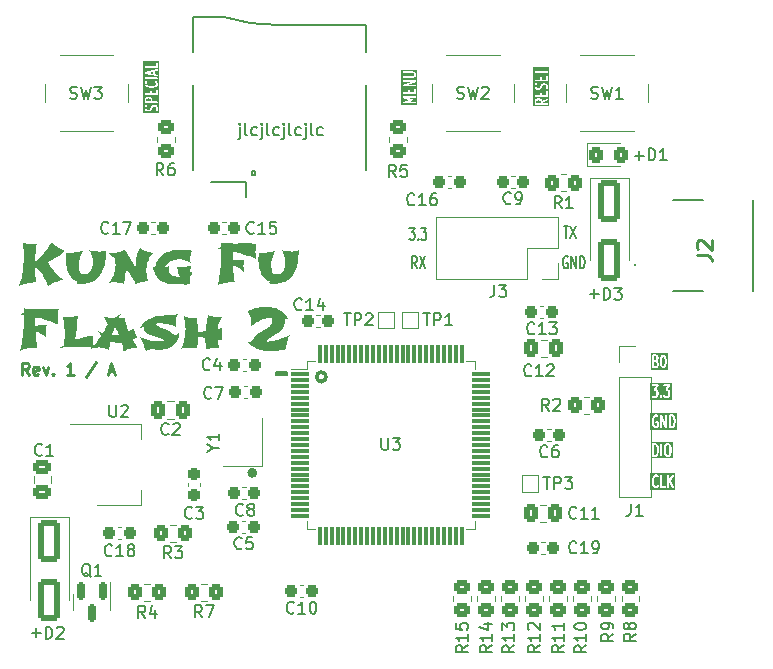
<source format=gto>
G04 #@! TF.GenerationSoftware,KiCad,Pcbnew,9.0.0*
G04 #@! TF.CreationDate,2025-04-04T15:11:58+02:00*
G04 #@! TF.ProjectId,KungFuFlash2,4b756e67-4675-4466-9c61-7368322e6b69,1*
G04 #@! TF.SameCoordinates,Original*
G04 #@! TF.FileFunction,Legend,Top*
G04 #@! TF.FilePolarity,Positive*
%FSLAX46Y46*%
G04 Gerber Fmt 4.6, Leading zero omitted, Abs format (unit mm)*
G04 Created by KiCad (PCBNEW 9.0.0) date 2025-04-04 15:11:58*
%MOMM*%
%LPD*%
G01*
G04 APERTURE LIST*
G04 Aperture macros list*
%AMRoundRect*
0 Rectangle with rounded corners*
0 $1 Rounding radius*
0 $2 $3 $4 $5 $6 $7 $8 $9 X,Y pos of 4 corners*
0 Add a 4 corners polygon primitive as box body*
4,1,4,$2,$3,$4,$5,$6,$7,$8,$9,$2,$3,0*
0 Add four circle primitives for the rounded corners*
1,1,$1+$1,$2,$3*
1,1,$1+$1,$4,$5*
1,1,$1+$1,$6,$7*
1,1,$1+$1,$8,$9*
0 Add four rect primitives between the rounded corners*
20,1,$1+$1,$2,$3,$4,$5,0*
20,1,$1+$1,$4,$5,$6,$7,0*
20,1,$1+$1,$6,$7,$8,$9,0*
20,1,$1+$1,$8,$9,$2,$3,0*%
G04 Aperture macros list end*
%ADD10C,0.150000*%
%ADD11C,0.434210*%
%ADD12C,0.300000*%
%ADD13C,0.175000*%
%ADD14C,0.250000*%
%ADD15C,0.254000*%
%ADD16C,0.120000*%
%ADD17C,0.200000*%
%ADD18C,2.000000*%
%ADD19RoundRect,0.237500X0.300000X0.237500X-0.300000X0.237500X-0.300000X-0.237500X0.300000X-0.237500X0*%
%ADD20R,1.200000X1.400000*%
%ADD21RoundRect,0.237500X-0.300000X-0.237500X0.300000X-0.237500X0.300000X0.237500X-0.300000X0.237500X0*%
%ADD22R,58.420000X8.300000*%
%ADD23R,1.524000X8.000000*%
%ADD24RoundRect,0.250000X-0.337500X-0.475000X0.337500X-0.475000X0.337500X0.475000X-0.337500X0.475000X0*%
%ADD25RoundRect,0.250000X0.350000X0.450000X-0.350000X0.450000X-0.350000X-0.450000X0.350000X-0.450000X0*%
%ADD26RoundRect,0.250000X0.337500X0.475000X-0.337500X0.475000X-0.337500X-0.475000X0.337500X-0.475000X0*%
%ADD27RoundRect,0.250000X-0.325000X-0.450000X0.325000X-0.450000X0.325000X0.450000X-0.325000X0.450000X0*%
%ADD28R,0.700000X1.600000*%
%ADD29R,1.200000X2.200000*%
%ADD30R,1.600000X1.400000*%
%ADD31RoundRect,0.250000X-0.450000X0.350000X-0.450000X-0.350000X0.450000X-0.350000X0.450000X0.350000X0*%
%ADD32RoundRect,0.250000X-0.350000X-0.450000X0.350000X-0.450000X0.350000X0.450000X-0.350000X0.450000X0*%
%ADD33RoundRect,0.150000X-0.150000X0.587500X-0.150000X-0.587500X0.150000X-0.587500X0.150000X0.587500X0*%
%ADD34R,2.000000X1.500000*%
%ADD35R,2.000000X3.800000*%
%ADD36RoundRect,0.250000X0.475000X-0.337500X0.475000X0.337500X-0.475000X0.337500X-0.475000X-0.337500X0*%
%ADD37RoundRect,0.237500X-0.237500X0.300000X-0.237500X-0.300000X0.237500X-0.300000X0.237500X0.300000X0*%
%ADD38RoundRect,0.075000X-0.725000X-0.075000X0.725000X-0.075000X0.725000X0.075000X-0.725000X0.075000X0*%
%ADD39RoundRect,0.075000X-0.075000X-0.725000X0.075000X-0.725000X0.075000X0.725000X-0.075000X0.725000X0*%
%ADD40C,0.001000*%
%ADD41R,2.500000X0.500000*%
%ADD42R,2.500000X2.000000*%
%ADD43RoundRect,0.250000X0.450000X-0.350000X0.450000X0.350000X-0.450000X0.350000X-0.450000X-0.350000X0*%
%ADD44R,1.000000X1.000000*%
%ADD45RoundRect,0.250000X-0.650000X1.500000X-0.650000X-1.500000X0.650000X-1.500000X0.650000X1.500000X0*%
%ADD46R,1.700000X1.700000*%
%ADD47O,1.700000X1.700000*%
G04 APERTURE END LIST*
D10*
X98933000Y-96266000D02*
X99822000Y-96266000D01*
X99822000Y-96520000D01*
X98933000Y-96520000D01*
X98933000Y-96266000D01*
G36*
X98933000Y-96266000D02*
G01*
X99822000Y-96266000D01*
X99822000Y-96520000D01*
X98933000Y-96520000D01*
X98933000Y-96266000D01*
G37*
D11*
X97118105Y-104775000D02*
G75*
G02*
X96683895Y-104775000I-217105J0D01*
G01*
X96683895Y-104775000D02*
G75*
G02*
X97118105Y-104775000I217105J0D01*
G01*
D12*
X103143000Y-96647000D02*
G75*
G02*
X102343000Y-96647000I-400000J0D01*
G01*
X102343000Y-96647000D02*
G75*
G02*
X103143000Y-96647000I400000J0D01*
G01*
D13*
G36*
X132703055Y-106189130D02*
G01*
X130605853Y-106189130D01*
X130605853Y-105419090D01*
X130716964Y-105419090D01*
X130716964Y-105561947D01*
X130717706Y-105569483D01*
X130718274Y-105577030D01*
X130751607Y-105767507D01*
X130753524Y-105774399D01*
X130755210Y-105781329D01*
X130788544Y-105876567D01*
X130790630Y-105881059D01*
X130791036Y-105882890D01*
X130793581Y-105887414D01*
X130795769Y-105892123D01*
X130797018Y-105893521D01*
X130799448Y-105897838D01*
X130866114Y-105993077D01*
X130877280Y-106006097D01*
X130881853Y-106009012D01*
X130885489Y-106013044D01*
X130900178Y-106021900D01*
X131000178Y-106069519D01*
X131016312Y-106075341D01*
X131018606Y-106075459D01*
X131020727Y-106076338D01*
X131037797Y-106078019D01*
X131104464Y-106078019D01*
X131121534Y-106076338D01*
X131123654Y-106075459D01*
X131125949Y-106075341D01*
X131142083Y-106069519D01*
X131242083Y-106021900D01*
X131256772Y-106013044D01*
X131260405Y-106009013D01*
X131264982Y-106006097D01*
X131276148Y-105993077D01*
X131309480Y-105945457D01*
X131317892Y-105930509D01*
X131325277Y-105897176D01*
X131319343Y-105863554D01*
X131300994Y-105834762D01*
X131273026Y-105815185D01*
X131239693Y-105807800D01*
X131206071Y-105813734D01*
X131177279Y-105832083D01*
X131166113Y-105845103D01*
X131146011Y-105873820D01*
X131084695Y-105903019D01*
X131057566Y-105903019D01*
X130996249Y-105873820D01*
X130949732Y-105807367D01*
X130922751Y-105730282D01*
X130891964Y-105554349D01*
X130891964Y-105426687D01*
X130922751Y-105250754D01*
X130949731Y-105173671D01*
X130996249Y-105107217D01*
X131057566Y-105078019D01*
X131084695Y-105078019D01*
X131146012Y-105107217D01*
X131166114Y-105135934D01*
X131177280Y-105148955D01*
X131206071Y-105167303D01*
X131239694Y-105173236D01*
X131273026Y-105165852D01*
X131300995Y-105146274D01*
X131319343Y-105117482D01*
X131325276Y-105083860D01*
X131317892Y-105050527D01*
X131309480Y-105035579D01*
X131277938Y-104990519D01*
X131450297Y-104990519D01*
X131450297Y-105990519D01*
X131451978Y-106007589D01*
X131465043Y-106039131D01*
X131489185Y-106063273D01*
X131520727Y-106076338D01*
X131537797Y-106078019D01*
X131871131Y-106078019D01*
X131888201Y-106076338D01*
X131919743Y-106063273D01*
X131943885Y-106039131D01*
X131956950Y-106007589D01*
X131956950Y-105973449D01*
X131943885Y-105941907D01*
X131919743Y-105917765D01*
X131888201Y-105904700D01*
X131871131Y-105903019D01*
X131625297Y-105903019D01*
X131625297Y-104990519D01*
X132016964Y-104990519D01*
X132016964Y-105990519D01*
X132018645Y-106007589D01*
X132031710Y-106039131D01*
X132055852Y-106063273D01*
X132087394Y-106076338D01*
X132121534Y-106076338D01*
X132153076Y-106063273D01*
X132177218Y-106039131D01*
X132190283Y-106007589D01*
X132191964Y-105990519D01*
X132191964Y-105589529D01*
X132193767Y-105586953D01*
X132426992Y-106031192D01*
X132436415Y-106045524D01*
X132462644Y-106067378D01*
X132495241Y-106077532D01*
X132529242Y-106074438D01*
X132559469Y-106058568D01*
X132581323Y-106032339D01*
X132591477Y-105999741D01*
X132588383Y-105965741D01*
X132581936Y-105949846D01*
X132306710Y-105425606D01*
X132576147Y-105040697D01*
X132584559Y-105025749D01*
X132591944Y-104992416D01*
X132586010Y-104958794D01*
X132567662Y-104930002D01*
X132539694Y-104910424D01*
X132506361Y-104903039D01*
X132472739Y-104908973D01*
X132443947Y-104927321D01*
X132432781Y-104940341D01*
X132191964Y-105284364D01*
X132191964Y-104990519D01*
X132190283Y-104973449D01*
X132177218Y-104941907D01*
X132153076Y-104917765D01*
X132121534Y-104904700D01*
X132087394Y-104904700D01*
X132055852Y-104917765D01*
X132031710Y-104941907D01*
X132018645Y-104973449D01*
X132016964Y-104990519D01*
X131625297Y-104990519D01*
X131623616Y-104973449D01*
X131610551Y-104941907D01*
X131586409Y-104917765D01*
X131554867Y-104904700D01*
X131520727Y-104904700D01*
X131489185Y-104917765D01*
X131465043Y-104941907D01*
X131451978Y-104973449D01*
X131450297Y-104990519D01*
X131277938Y-104990519D01*
X131276147Y-104987960D01*
X131264981Y-104974940D01*
X131260405Y-104972023D01*
X131256772Y-104967994D01*
X131242083Y-104959138D01*
X131142083Y-104911519D01*
X131125949Y-104905697D01*
X131123654Y-104905578D01*
X131121534Y-104904700D01*
X131104464Y-104903019D01*
X131037797Y-104903019D01*
X131020727Y-104904700D01*
X131018606Y-104905578D01*
X131016312Y-104905697D01*
X131000178Y-104911519D01*
X130900178Y-104959138D01*
X130885489Y-104967994D01*
X130881855Y-104972023D01*
X130877280Y-104974940D01*
X130866114Y-104987961D01*
X130799448Y-105083198D01*
X130797017Y-105087517D01*
X130795769Y-105088914D01*
X130793582Y-105093621D01*
X130791036Y-105098147D01*
X130790630Y-105099977D01*
X130788544Y-105104470D01*
X130755210Y-105199708D01*
X130753524Y-105206637D01*
X130751607Y-105213530D01*
X130718274Y-105404007D01*
X130717706Y-105411553D01*
X130716964Y-105419090D01*
X130605853Y-105419090D01*
X130605853Y-104791908D01*
X132703055Y-104791908D01*
X132703055Y-106189130D01*
G37*
D14*
X77970475Y-96461619D02*
X77637142Y-95985428D01*
X77399047Y-96461619D02*
X77399047Y-95461619D01*
X77399047Y-95461619D02*
X77779999Y-95461619D01*
X77779999Y-95461619D02*
X77875237Y-95509238D01*
X77875237Y-95509238D02*
X77922856Y-95556857D01*
X77922856Y-95556857D02*
X77970475Y-95652095D01*
X77970475Y-95652095D02*
X77970475Y-95794952D01*
X77970475Y-95794952D02*
X77922856Y-95890190D01*
X77922856Y-95890190D02*
X77875237Y-95937809D01*
X77875237Y-95937809D02*
X77779999Y-95985428D01*
X77779999Y-95985428D02*
X77399047Y-95985428D01*
X78779999Y-96414000D02*
X78684761Y-96461619D01*
X78684761Y-96461619D02*
X78494285Y-96461619D01*
X78494285Y-96461619D02*
X78399047Y-96414000D01*
X78399047Y-96414000D02*
X78351428Y-96318761D01*
X78351428Y-96318761D02*
X78351428Y-95937809D01*
X78351428Y-95937809D02*
X78399047Y-95842571D01*
X78399047Y-95842571D02*
X78494285Y-95794952D01*
X78494285Y-95794952D02*
X78684761Y-95794952D01*
X78684761Y-95794952D02*
X78779999Y-95842571D01*
X78779999Y-95842571D02*
X78827618Y-95937809D01*
X78827618Y-95937809D02*
X78827618Y-96033047D01*
X78827618Y-96033047D02*
X78351428Y-96128285D01*
X79160952Y-95794952D02*
X79399047Y-96461619D01*
X79399047Y-96461619D02*
X79637142Y-95794952D01*
X80018095Y-96366380D02*
X80065714Y-96414000D01*
X80065714Y-96414000D02*
X80018095Y-96461619D01*
X80018095Y-96461619D02*
X79970476Y-96414000D01*
X79970476Y-96414000D02*
X80018095Y-96366380D01*
X80018095Y-96366380D02*
X80018095Y-96461619D01*
X81779999Y-96461619D02*
X81208571Y-96461619D01*
X81494285Y-96461619D02*
X81494285Y-95461619D01*
X81494285Y-95461619D02*
X81399047Y-95604476D01*
X81399047Y-95604476D02*
X81303809Y-95699714D01*
X81303809Y-95699714D02*
X81208571Y-95747333D01*
X83684761Y-95414000D02*
X82827619Y-96699714D01*
X84732381Y-96175904D02*
X85208571Y-96175904D01*
X84637143Y-96461619D02*
X84970476Y-95461619D01*
X84970476Y-95461619D02*
X85303809Y-96461619D01*
D13*
G36*
X132479345Y-100027217D02*
G01*
X132525861Y-100093669D01*
X132552842Y-100170759D01*
X132583630Y-100346688D01*
X132583630Y-100474348D01*
X132552842Y-100650277D01*
X132525861Y-100727367D01*
X132479345Y-100793820D01*
X132418028Y-100823019D01*
X132358630Y-100823019D01*
X132358630Y-99998019D01*
X132418028Y-99998019D01*
X132479345Y-100027217D01*
G37*
G36*
X132869741Y-101109130D02*
G01*
X130605853Y-101109130D01*
X130605853Y-100339090D01*
X130716964Y-100339090D01*
X130716964Y-100481947D01*
X130717706Y-100489483D01*
X130718274Y-100497030D01*
X130751607Y-100687507D01*
X130753524Y-100694399D01*
X130755210Y-100701329D01*
X130788544Y-100796567D01*
X130790630Y-100801059D01*
X130791036Y-100802890D01*
X130793581Y-100807414D01*
X130795769Y-100812123D01*
X130797018Y-100813521D01*
X130799448Y-100817838D01*
X130866114Y-100913077D01*
X130877280Y-100926097D01*
X130881853Y-100929012D01*
X130885489Y-100933044D01*
X130900178Y-100941900D01*
X131000178Y-100989519D01*
X131016312Y-100995341D01*
X131018606Y-100995459D01*
X131020727Y-100996338D01*
X131037797Y-100998019D01*
X131104464Y-100998019D01*
X131121534Y-100996338D01*
X131123654Y-100995459D01*
X131125949Y-100995341D01*
X131142083Y-100989519D01*
X131242083Y-100941900D01*
X131256772Y-100933044D01*
X131260405Y-100929013D01*
X131264982Y-100926097D01*
X131276148Y-100913077D01*
X131309480Y-100865457D01*
X131310115Y-100864327D01*
X131310551Y-100863892D01*
X131311081Y-100862610D01*
X131317892Y-100850509D01*
X131319959Y-100841178D01*
X131323616Y-100832350D01*
X131324976Y-100818530D01*
X131325277Y-100817176D01*
X131325169Y-100816569D01*
X131325297Y-100815280D01*
X131325297Y-100481947D01*
X131323616Y-100464877D01*
X131310551Y-100433335D01*
X131286409Y-100409193D01*
X131254867Y-100396128D01*
X131237797Y-100394447D01*
X131104464Y-100394447D01*
X131087394Y-100396128D01*
X131055852Y-100409193D01*
X131031710Y-100433335D01*
X131018645Y-100464877D01*
X131018645Y-100499017D01*
X131031710Y-100530559D01*
X131055852Y-100554701D01*
X131087394Y-100567766D01*
X131104464Y-100569447D01*
X131150297Y-100569447D01*
X131150297Y-100787697D01*
X131146011Y-100793820D01*
X131084695Y-100823019D01*
X131057566Y-100823019D01*
X130996249Y-100793820D01*
X130949732Y-100727367D01*
X130922751Y-100650282D01*
X130891964Y-100474349D01*
X130891964Y-100346687D01*
X130922751Y-100170754D01*
X130949731Y-100093671D01*
X130996249Y-100027217D01*
X131057566Y-99998019D01*
X131109756Y-99998019D01*
X131153606Y-100029340D01*
X131168473Y-100037894D01*
X131201734Y-100045595D01*
X131235411Y-100039982D01*
X131264376Y-100021909D01*
X131284220Y-99994129D01*
X131291921Y-99960868D01*
X131286308Y-99927190D01*
X131275906Y-99910519D01*
X131450297Y-99910519D01*
X131450297Y-100910519D01*
X131451978Y-100927589D01*
X131465043Y-100959131D01*
X131489185Y-100983273D01*
X131520727Y-100996338D01*
X131554867Y-100996338D01*
X131586409Y-100983273D01*
X131610551Y-100959131D01*
X131623616Y-100927589D01*
X131625297Y-100910519D01*
X131625297Y-100364871D01*
X131856555Y-100943016D01*
X131864456Y-100958241D01*
X131864835Y-100958629D01*
X131865043Y-100959131D01*
X131876743Y-100970831D01*
X131888301Y-100982674D01*
X131888799Y-100982887D01*
X131889185Y-100983273D01*
X131904513Y-100989622D01*
X131919682Y-100996123D01*
X131920223Y-100996129D01*
X131920727Y-100996338D01*
X131937283Y-100996338D01*
X131953820Y-100996540D01*
X131954325Y-100996338D01*
X131954867Y-100996338D01*
X131970153Y-100990006D01*
X131985518Y-100983860D01*
X131985906Y-100983481D01*
X131986409Y-100983273D01*
X131998129Y-100971552D01*
X132009952Y-100960015D01*
X132010165Y-100959516D01*
X132010551Y-100959131D01*
X132016900Y-100943802D01*
X132023401Y-100928634D01*
X132023407Y-100928092D01*
X132023616Y-100927589D01*
X132025297Y-100910519D01*
X132025297Y-99910519D01*
X132183630Y-99910519D01*
X132183630Y-100910519D01*
X132185311Y-100927589D01*
X132198376Y-100959131D01*
X132222518Y-100983273D01*
X132254060Y-100996338D01*
X132271130Y-100998019D01*
X132437797Y-100998019D01*
X132454867Y-100996338D01*
X132456987Y-100995459D01*
X132459282Y-100995341D01*
X132475416Y-100989519D01*
X132575416Y-100941900D01*
X132590105Y-100933044D01*
X132593738Y-100929013D01*
X132598314Y-100926098D01*
X132609480Y-100913078D01*
X132676147Y-100817839D01*
X132678577Y-100813520D01*
X132679826Y-100812123D01*
X132682013Y-100807414D01*
X132684559Y-100802890D01*
X132684964Y-100801060D01*
X132687052Y-100796566D01*
X132720385Y-100701328D01*
X132722072Y-100694385D01*
X132723987Y-100687506D01*
X132757320Y-100497030D01*
X132757887Y-100489483D01*
X132758630Y-100481947D01*
X132758630Y-100339090D01*
X132757887Y-100331553D01*
X132757320Y-100324007D01*
X132723987Y-100133531D01*
X132722072Y-100126651D01*
X132720385Y-100119709D01*
X132687052Y-100024471D01*
X132684964Y-100019977D01*
X132684559Y-100018146D01*
X132682011Y-100013618D01*
X132679826Y-100008914D01*
X132678577Y-100007517D01*
X132676147Y-100003198D01*
X132609480Y-99907960D01*
X132598313Y-99894940D01*
X132593739Y-99892025D01*
X132590105Y-99887994D01*
X132575416Y-99879138D01*
X132475416Y-99831519D01*
X132459282Y-99825697D01*
X132456987Y-99825578D01*
X132454867Y-99824700D01*
X132437797Y-99823019D01*
X132271130Y-99823019D01*
X132254060Y-99824700D01*
X132222518Y-99837765D01*
X132198376Y-99861907D01*
X132185311Y-99893449D01*
X132183630Y-99910519D01*
X132025297Y-99910519D01*
X132023616Y-99893449D01*
X132010551Y-99861907D01*
X131986409Y-99837765D01*
X131954867Y-99824700D01*
X131920727Y-99824700D01*
X131889185Y-99837765D01*
X131865043Y-99861907D01*
X131851978Y-99893449D01*
X131850297Y-99910519D01*
X131850297Y-100456167D01*
X131619039Y-99878022D01*
X131611138Y-99862798D01*
X131610759Y-99862409D01*
X131610551Y-99861907D01*
X131598830Y-99850186D01*
X131587293Y-99838364D01*
X131586794Y-99838150D01*
X131586409Y-99837765D01*
X131571080Y-99831415D01*
X131555912Y-99824915D01*
X131555370Y-99824908D01*
X131554867Y-99824700D01*
X131538311Y-99824700D01*
X131521774Y-99824498D01*
X131521269Y-99824700D01*
X131520727Y-99824700D01*
X131505440Y-99831031D01*
X131490076Y-99837178D01*
X131489687Y-99837556D01*
X131489185Y-99837765D01*
X131477464Y-99849485D01*
X131465642Y-99861023D01*
X131465428Y-99861521D01*
X131465043Y-99861907D01*
X131458693Y-99877235D01*
X131452193Y-99892404D01*
X131452186Y-99892945D01*
X131451978Y-99893449D01*
X131450297Y-99910519D01*
X131275906Y-99910519D01*
X131268235Y-99898226D01*
X131255322Y-99886936D01*
X131188655Y-99839317D01*
X131187020Y-99838376D01*
X131186409Y-99837765D01*
X131184797Y-99837097D01*
X131173788Y-99830763D01*
X131164073Y-99828513D01*
X131154867Y-99824700D01*
X131142231Y-99823455D01*
X131140527Y-99823061D01*
X131139671Y-99823203D01*
X131137797Y-99823019D01*
X131037797Y-99823019D01*
X131020727Y-99824700D01*
X131018606Y-99825578D01*
X131016312Y-99825697D01*
X131000178Y-99831519D01*
X130900178Y-99879138D01*
X130885489Y-99887994D01*
X130881855Y-99892023D01*
X130877280Y-99894940D01*
X130866114Y-99907961D01*
X130799448Y-100003198D01*
X130797017Y-100007517D01*
X130795769Y-100008914D01*
X130793582Y-100013621D01*
X130791036Y-100018147D01*
X130790630Y-100019977D01*
X130788544Y-100024470D01*
X130755210Y-100119708D01*
X130753524Y-100126637D01*
X130751607Y-100133530D01*
X130718274Y-100324007D01*
X130717706Y-100331553D01*
X130716964Y-100339090D01*
X130605853Y-100339090D01*
X130605853Y-99711908D01*
X132869741Y-99711908D01*
X132869741Y-101109130D01*
G37*
D10*
X78232048Y-118310866D02*
X78993953Y-118310866D01*
X78613000Y-118691819D02*
X78613000Y-117929914D01*
D13*
G36*
X131046012Y-102440217D02*
G01*
X131092528Y-102506669D01*
X131119509Y-102583759D01*
X131150297Y-102759688D01*
X131150297Y-102887348D01*
X131119509Y-103063277D01*
X131092528Y-103140367D01*
X131046012Y-103206820D01*
X130984695Y-103236019D01*
X130925297Y-103236019D01*
X130925297Y-102411019D01*
X130984695Y-102411019D01*
X131046012Y-102440217D01*
G37*
G36*
X132141389Y-102433614D02*
G01*
X132188292Y-102500618D01*
X132216964Y-102664450D01*
X132216964Y-102982586D01*
X132188292Y-103146418D01*
X132141390Y-103213423D01*
X132109756Y-103236019D01*
X132032505Y-103236019D01*
X132000871Y-103213423D01*
X131953966Y-103146417D01*
X131925297Y-102982587D01*
X131925297Y-102664449D01*
X131953966Y-102500620D01*
X132000871Y-102433614D01*
X132032505Y-102411019D01*
X132109756Y-102411019D01*
X132141389Y-102433614D01*
G37*
G36*
X132503075Y-103522130D02*
G01*
X130639186Y-103522130D01*
X130639186Y-102323519D01*
X130750297Y-102323519D01*
X130750297Y-103323519D01*
X130751978Y-103340589D01*
X130765043Y-103372131D01*
X130789185Y-103396273D01*
X130820727Y-103409338D01*
X130837797Y-103411019D01*
X131004464Y-103411019D01*
X131021534Y-103409338D01*
X131023654Y-103408459D01*
X131025949Y-103408341D01*
X131042083Y-103402519D01*
X131142083Y-103354900D01*
X131156772Y-103346044D01*
X131160405Y-103342013D01*
X131164981Y-103339098D01*
X131176147Y-103326078D01*
X131242814Y-103230839D01*
X131245244Y-103226520D01*
X131246493Y-103225123D01*
X131248680Y-103220414D01*
X131251226Y-103215890D01*
X131251631Y-103214060D01*
X131253719Y-103209566D01*
X131287052Y-103114328D01*
X131288739Y-103107385D01*
X131290654Y-103100506D01*
X131323987Y-102910030D01*
X131324554Y-102902483D01*
X131325297Y-102894947D01*
X131325297Y-102752090D01*
X131324554Y-102744553D01*
X131323987Y-102737007D01*
X131290654Y-102546531D01*
X131288739Y-102539651D01*
X131287052Y-102532709D01*
X131253719Y-102437471D01*
X131251631Y-102432977D01*
X131251226Y-102431146D01*
X131248678Y-102426618D01*
X131246493Y-102421914D01*
X131245244Y-102420517D01*
X131242814Y-102416198D01*
X131177938Y-102323519D01*
X131450297Y-102323519D01*
X131450297Y-103323519D01*
X131451978Y-103340589D01*
X131465043Y-103372131D01*
X131489185Y-103396273D01*
X131520727Y-103409338D01*
X131554867Y-103409338D01*
X131586409Y-103396273D01*
X131610551Y-103372131D01*
X131623616Y-103340589D01*
X131625297Y-103323519D01*
X131625297Y-102656852D01*
X131750297Y-102656852D01*
X131750297Y-102990185D01*
X131751039Y-102997721D01*
X131751607Y-103005268D01*
X131784940Y-103195745D01*
X131789538Y-103212269D01*
X131790604Y-103213947D01*
X131791035Y-103215891D01*
X131799447Y-103230839D01*
X131866114Y-103326078D01*
X131872858Y-103333941D01*
X131874025Y-103335812D01*
X131875770Y-103337338D01*
X131877280Y-103339098D01*
X131879138Y-103340282D01*
X131886939Y-103347102D01*
X131953606Y-103394721D01*
X131955240Y-103395661D01*
X131955852Y-103396273D01*
X131957463Y-103396940D01*
X131968473Y-103403275D01*
X131978185Y-103405523D01*
X131987394Y-103409338D01*
X132000036Y-103410583D01*
X132001734Y-103410976D01*
X132002585Y-103410834D01*
X132004464Y-103411019D01*
X132137797Y-103411019D01*
X132139671Y-103410834D01*
X132140527Y-103410977D01*
X132142231Y-103410582D01*
X132154867Y-103409338D01*
X132164073Y-103405524D01*
X132173788Y-103403275D01*
X132184797Y-103396940D01*
X132186409Y-103396273D01*
X132187020Y-103395661D01*
X132188655Y-103394721D01*
X132255322Y-103347102D01*
X132263120Y-103340283D01*
X132264981Y-103339098D01*
X132266492Y-103337335D01*
X132268235Y-103335812D01*
X132269400Y-103333944D01*
X132276147Y-103326077D01*
X132342813Y-103230839D01*
X132351225Y-103215890D01*
X132351655Y-103213948D01*
X132352722Y-103212269D01*
X132357320Y-103195745D01*
X132390654Y-103005268D01*
X132391221Y-102997721D01*
X132391964Y-102990185D01*
X132391964Y-102656852D01*
X132391221Y-102649315D01*
X132390654Y-102641769D01*
X132357320Y-102451292D01*
X132352722Y-102434768D01*
X132351655Y-102433089D01*
X132351225Y-102431146D01*
X132342813Y-102416198D01*
X132276147Y-102320960D01*
X132269399Y-102313091D01*
X132268235Y-102311226D01*
X132266492Y-102309702D01*
X132264981Y-102307940D01*
X132263120Y-102306754D01*
X132255322Y-102299936D01*
X132188655Y-102252317D01*
X132187020Y-102251376D01*
X132186409Y-102250765D01*
X132184797Y-102250097D01*
X132173788Y-102243763D01*
X132164073Y-102241513D01*
X132154867Y-102237700D01*
X132142231Y-102236455D01*
X132140527Y-102236061D01*
X132139671Y-102236203D01*
X132137797Y-102236019D01*
X132004464Y-102236019D01*
X132002585Y-102236203D01*
X132001734Y-102236062D01*
X132000036Y-102236454D01*
X131987394Y-102237700D01*
X131978185Y-102241514D01*
X131968473Y-102243763D01*
X131957463Y-102250097D01*
X131955852Y-102250765D01*
X131955240Y-102251376D01*
X131953606Y-102252317D01*
X131886939Y-102299936D01*
X131879135Y-102306758D01*
X131877281Y-102307940D01*
X131875774Y-102309696D01*
X131874025Y-102311226D01*
X131872856Y-102313098D01*
X131866114Y-102320960D01*
X131799447Y-102416198D01*
X131791035Y-102431146D01*
X131790604Y-102433089D01*
X131789538Y-102434768D01*
X131784940Y-102451292D01*
X131751607Y-102641769D01*
X131751039Y-102649315D01*
X131750297Y-102656852D01*
X131625297Y-102656852D01*
X131625297Y-102323519D01*
X131623616Y-102306449D01*
X131610551Y-102274907D01*
X131586409Y-102250765D01*
X131554867Y-102237700D01*
X131520727Y-102237700D01*
X131489185Y-102250765D01*
X131465043Y-102274907D01*
X131451978Y-102306449D01*
X131450297Y-102323519D01*
X131177938Y-102323519D01*
X131176147Y-102320960D01*
X131164980Y-102307940D01*
X131160406Y-102305025D01*
X131156772Y-102300994D01*
X131142083Y-102292138D01*
X131042083Y-102244519D01*
X131025949Y-102238697D01*
X131023654Y-102238578D01*
X131021534Y-102237700D01*
X131004464Y-102236019D01*
X130837797Y-102236019D01*
X130820727Y-102237700D01*
X130789185Y-102250765D01*
X130765043Y-102274907D01*
X130751978Y-102306449D01*
X130750297Y-102323519D01*
X130639186Y-102323519D01*
X130639186Y-102124908D01*
X132503075Y-102124908D01*
X132503075Y-103522130D01*
G37*
X110205202Y-84035519D02*
X110638535Y-84035519D01*
X110638535Y-84035519D02*
X110405202Y-84416471D01*
X110405202Y-84416471D02*
X110505202Y-84416471D01*
X110505202Y-84416471D02*
X110571868Y-84464090D01*
X110571868Y-84464090D02*
X110605202Y-84511709D01*
X110605202Y-84511709D02*
X110638535Y-84606947D01*
X110638535Y-84606947D02*
X110638535Y-84845042D01*
X110638535Y-84845042D02*
X110605202Y-84940280D01*
X110605202Y-84940280D02*
X110571868Y-84987900D01*
X110571868Y-84987900D02*
X110505202Y-85035519D01*
X110505202Y-85035519D02*
X110305202Y-85035519D01*
X110305202Y-85035519D02*
X110238535Y-84987900D01*
X110238535Y-84987900D02*
X110205202Y-84940280D01*
X110938535Y-84940280D02*
X110971869Y-84987900D01*
X110971869Y-84987900D02*
X110938535Y-85035519D01*
X110938535Y-85035519D02*
X110905202Y-84987900D01*
X110905202Y-84987900D02*
X110938535Y-84940280D01*
X110938535Y-84940280D02*
X110938535Y-85035519D01*
X111205202Y-84035519D02*
X111638535Y-84035519D01*
X111638535Y-84035519D02*
X111405202Y-84416471D01*
X111405202Y-84416471D02*
X111505202Y-84416471D01*
X111505202Y-84416471D02*
X111571868Y-84464090D01*
X111571868Y-84464090D02*
X111605202Y-84511709D01*
X111605202Y-84511709D02*
X111638535Y-84606947D01*
X111638535Y-84606947D02*
X111638535Y-84845042D01*
X111638535Y-84845042D02*
X111605202Y-84940280D01*
X111605202Y-84940280D02*
X111571868Y-84987900D01*
X111571868Y-84987900D02*
X111505202Y-85035519D01*
X111505202Y-85035519D02*
X111305202Y-85035519D01*
X111305202Y-85035519D02*
X111238535Y-84987900D01*
X111238535Y-84987900D02*
X111205202Y-84940280D01*
X123584464Y-86496138D02*
X123517797Y-86448519D01*
X123517797Y-86448519D02*
X123417797Y-86448519D01*
X123417797Y-86448519D02*
X123317797Y-86496138D01*
X123317797Y-86496138D02*
X123251131Y-86591376D01*
X123251131Y-86591376D02*
X123217797Y-86686614D01*
X123217797Y-86686614D02*
X123184464Y-86877090D01*
X123184464Y-86877090D02*
X123184464Y-87019947D01*
X123184464Y-87019947D02*
X123217797Y-87210423D01*
X123217797Y-87210423D02*
X123251131Y-87305661D01*
X123251131Y-87305661D02*
X123317797Y-87400900D01*
X123317797Y-87400900D02*
X123417797Y-87448519D01*
X123417797Y-87448519D02*
X123484464Y-87448519D01*
X123484464Y-87448519D02*
X123584464Y-87400900D01*
X123584464Y-87400900D02*
X123617797Y-87353280D01*
X123617797Y-87353280D02*
X123617797Y-87019947D01*
X123617797Y-87019947D02*
X123484464Y-87019947D01*
X123917797Y-87448519D02*
X123917797Y-86448519D01*
X123917797Y-86448519D02*
X124317797Y-87448519D01*
X124317797Y-87448519D02*
X124317797Y-86448519D01*
X124651130Y-87448519D02*
X124651130Y-86448519D01*
X124651130Y-86448519D02*
X124817797Y-86448519D01*
X124817797Y-86448519D02*
X124917797Y-86496138D01*
X124917797Y-86496138D02*
X124984464Y-86591376D01*
X124984464Y-86591376D02*
X125017797Y-86686614D01*
X125017797Y-86686614D02*
X125051130Y-86877090D01*
X125051130Y-86877090D02*
X125051130Y-87019947D01*
X125051130Y-87019947D02*
X125017797Y-87210423D01*
X125017797Y-87210423D02*
X124984464Y-87305661D01*
X124984464Y-87305661D02*
X124917797Y-87400900D01*
X124917797Y-87400900D02*
X124817797Y-87448519D01*
X124817797Y-87448519D02*
X124651130Y-87448519D01*
G36*
X132403075Y-98569130D02*
G01*
X130572540Y-98569130D01*
X130572540Y-98277176D01*
X130683651Y-98277176D01*
X130691036Y-98310509D01*
X130699447Y-98325457D01*
X130732780Y-98373077D01*
X130739525Y-98380942D01*
X130740692Y-98382812D01*
X130742437Y-98384337D01*
X130743946Y-98386097D01*
X130745803Y-98387280D01*
X130753606Y-98394102D01*
X130820273Y-98441721D01*
X130821907Y-98442661D01*
X130822519Y-98443273D01*
X130824130Y-98443940D01*
X130835140Y-98450275D01*
X130844852Y-98452523D01*
X130854061Y-98456338D01*
X130866703Y-98457583D01*
X130868401Y-98457976D01*
X130869252Y-98457834D01*
X130871131Y-98458019D01*
X131071131Y-98458019D01*
X131073006Y-98457834D01*
X131073862Y-98457977D01*
X131075566Y-98457582D01*
X131088201Y-98456338D01*
X131097411Y-98452522D01*
X131107122Y-98450274D01*
X131118127Y-98443942D01*
X131119743Y-98443273D01*
X131120355Y-98442660D01*
X131121990Y-98441720D01*
X131188655Y-98394102D01*
X131196455Y-98387282D01*
X131198314Y-98386098D01*
X131199823Y-98384338D01*
X131201569Y-98382812D01*
X131202735Y-98380942D01*
X131209480Y-98373078D01*
X131242814Y-98325458D01*
X131245244Y-98321139D01*
X131245365Y-98321004D01*
X131383651Y-98321004D01*
X131383985Y-98322900D01*
X131383651Y-98324797D01*
X131386942Y-98339651D01*
X131389585Y-98354626D01*
X131390619Y-98356249D01*
X131391036Y-98358129D01*
X131399448Y-98373078D01*
X131432781Y-98420696D01*
X131440159Y-98429300D01*
X131441265Y-98431035D01*
X131442220Y-98431704D01*
X131443947Y-98433717D01*
X131450423Y-98437844D01*
X131455852Y-98443273D01*
X131462945Y-98446211D01*
X131469234Y-98450613D01*
X131471112Y-98451029D01*
X131472738Y-98452065D01*
X131480299Y-98453399D01*
X131487394Y-98456338D01*
X131495070Y-98456338D01*
X131502566Y-98457999D01*
X131504466Y-98457663D01*
X131506361Y-98457998D01*
X131513854Y-98456338D01*
X131521534Y-98456338D01*
X131528629Y-98453399D01*
X131536188Y-98452065D01*
X131537810Y-98451030D01*
X131539693Y-98450614D01*
X131545983Y-98446210D01*
X131553076Y-98443273D01*
X131558504Y-98437844D01*
X131564980Y-98433718D01*
X131566706Y-98431704D01*
X131567662Y-98431036D01*
X131568766Y-98429302D01*
X131576146Y-98420698D01*
X131609480Y-98373078D01*
X131617892Y-98358130D01*
X131618308Y-98356251D01*
X131619344Y-98354626D01*
X131621987Y-98339647D01*
X131625278Y-98324798D01*
X131624943Y-98322900D01*
X131625278Y-98321003D01*
X131621988Y-98306155D01*
X131619345Y-98291175D01*
X131618309Y-98289549D01*
X131617893Y-98287671D01*
X131611987Y-98277176D01*
X131683651Y-98277176D01*
X131691036Y-98310509D01*
X131699447Y-98325457D01*
X131732780Y-98373077D01*
X131739525Y-98380942D01*
X131740692Y-98382812D01*
X131742437Y-98384337D01*
X131743946Y-98386097D01*
X131745803Y-98387280D01*
X131753606Y-98394102D01*
X131820273Y-98441721D01*
X131821907Y-98442661D01*
X131822519Y-98443273D01*
X131824130Y-98443940D01*
X131835140Y-98450275D01*
X131844852Y-98452523D01*
X131854061Y-98456338D01*
X131866703Y-98457583D01*
X131868401Y-98457976D01*
X131869252Y-98457834D01*
X131871131Y-98458019D01*
X132071131Y-98458019D01*
X132073006Y-98457834D01*
X132073862Y-98457977D01*
X132075566Y-98457582D01*
X132088201Y-98456338D01*
X132097411Y-98452522D01*
X132107122Y-98450274D01*
X132118127Y-98443942D01*
X132119743Y-98443273D01*
X132120355Y-98442660D01*
X132121990Y-98441720D01*
X132188655Y-98394102D01*
X132196455Y-98387282D01*
X132198314Y-98386098D01*
X132199823Y-98384338D01*
X132201569Y-98382812D01*
X132202735Y-98380942D01*
X132209480Y-98373078D01*
X132242814Y-98325458D01*
X132245244Y-98321139D01*
X132246493Y-98319742D01*
X132248680Y-98315033D01*
X132251226Y-98310509D01*
X132251631Y-98308679D01*
X132253719Y-98304185D01*
X132287052Y-98208947D01*
X132289426Y-98199179D01*
X132290283Y-98197112D01*
X132290523Y-98194666D01*
X132291104Y-98192280D01*
X132290978Y-98190046D01*
X132291964Y-98180042D01*
X132291964Y-97941947D01*
X132290978Y-97931942D01*
X132291104Y-97929709D01*
X132290523Y-97927322D01*
X132290283Y-97924877D01*
X132289426Y-97922809D01*
X132287052Y-97913042D01*
X132253719Y-97817804D01*
X132251629Y-97813306D01*
X132251225Y-97811479D01*
X132248683Y-97806961D01*
X132246493Y-97802247D01*
X132245242Y-97800847D01*
X132242813Y-97796531D01*
X132209479Y-97748911D01*
X132202735Y-97741048D01*
X132201569Y-97739178D01*
X132199822Y-97737651D01*
X132198313Y-97735891D01*
X132196454Y-97734706D01*
X132188655Y-97727888D01*
X132121990Y-97680270D01*
X132120355Y-97679329D01*
X132119743Y-97678717D01*
X132118593Y-97678240D01*
X132279080Y-97416221D01*
X132286562Y-97400787D01*
X132287640Y-97393968D01*
X132290283Y-97387589D01*
X132290283Y-97377262D01*
X132291896Y-97367065D01*
X132290283Y-97360353D01*
X132290283Y-97353449D01*
X132286330Y-97343906D01*
X132283918Y-97333868D01*
X132279859Y-97328284D01*
X132277218Y-97321907D01*
X132269917Y-97314606D01*
X132263845Y-97306252D01*
X132257956Y-97302645D01*
X132253076Y-97297765D01*
X132243537Y-97293813D01*
X132234732Y-97288421D01*
X132227913Y-97287342D01*
X132221534Y-97284700D01*
X132204464Y-97283019D01*
X131771131Y-97283019D01*
X131754061Y-97284700D01*
X131722519Y-97297765D01*
X131698377Y-97321907D01*
X131685312Y-97353449D01*
X131685312Y-97387589D01*
X131698377Y-97419131D01*
X131722519Y-97443273D01*
X131754061Y-97456338D01*
X131771131Y-97458019D01*
X132048262Y-97458019D01*
X131896515Y-97705769D01*
X131889033Y-97721203D01*
X131887954Y-97728021D01*
X131885312Y-97734401D01*
X131885312Y-97744727D01*
X131883699Y-97754925D01*
X131885312Y-97761636D01*
X131885312Y-97768541D01*
X131889264Y-97778083D01*
X131891677Y-97788122D01*
X131895735Y-97793705D01*
X131898377Y-97800083D01*
X131905677Y-97807383D01*
X131911750Y-97815738D01*
X131917638Y-97819344D01*
X131922519Y-97824225D01*
X131932057Y-97828176D01*
X131940863Y-97833569D01*
X131947681Y-97834647D01*
X131954061Y-97837290D01*
X131971131Y-97838971D01*
X132043090Y-97838971D01*
X132074723Y-97861565D01*
X132092528Y-97887002D01*
X132116964Y-97956818D01*
X132116964Y-98165170D01*
X132092528Y-98234986D01*
X132074722Y-98260424D01*
X132043090Y-98283019D01*
X131899172Y-98283019D01*
X131867537Y-98260423D01*
X131842815Y-98225103D01*
X131831649Y-98212083D01*
X131802857Y-98193734D01*
X131769235Y-98187800D01*
X131735902Y-98195185D01*
X131707934Y-98214762D01*
X131689585Y-98243554D01*
X131683651Y-98277176D01*
X131611987Y-98277176D01*
X131609481Y-98272722D01*
X131576147Y-98225102D01*
X131568764Y-98216494D01*
X131567661Y-98214762D01*
X131566706Y-98214093D01*
X131564981Y-98212082D01*
X131558505Y-98207955D01*
X131553076Y-98202526D01*
X131545983Y-98199588D01*
X131539693Y-98195185D01*
X131537811Y-98194768D01*
X131536189Y-98193734D01*
X131528628Y-98192399D01*
X131521534Y-98189461D01*
X131513857Y-98189461D01*
X131506360Y-98187800D01*
X131504463Y-98188134D01*
X131502567Y-98187800D01*
X131495070Y-98189461D01*
X131487394Y-98189461D01*
X131480300Y-98192399D01*
X131472738Y-98193734D01*
X131471115Y-98194768D01*
X131469234Y-98195185D01*
X131462942Y-98199588D01*
X131455852Y-98202526D01*
X131450422Y-98207955D01*
X131443946Y-98212083D01*
X131442220Y-98214094D01*
X131441266Y-98214763D01*
X131440162Y-98216494D01*
X131432780Y-98225103D01*
X131399447Y-98272723D01*
X131391036Y-98287671D01*
X131390619Y-98289550D01*
X131389585Y-98291174D01*
X131386941Y-98306149D01*
X131383651Y-98321004D01*
X131245365Y-98321004D01*
X131246493Y-98319742D01*
X131248680Y-98315033D01*
X131251226Y-98310509D01*
X131251631Y-98308679D01*
X131253719Y-98304185D01*
X131287052Y-98208947D01*
X131289426Y-98199179D01*
X131290283Y-98197112D01*
X131290523Y-98194666D01*
X131291104Y-98192280D01*
X131290978Y-98190046D01*
X131291964Y-98180042D01*
X131291964Y-97941947D01*
X131290978Y-97931942D01*
X131291104Y-97929709D01*
X131290523Y-97927322D01*
X131290283Y-97924877D01*
X131289426Y-97922809D01*
X131287052Y-97913042D01*
X131253719Y-97817804D01*
X131251629Y-97813306D01*
X131251225Y-97811479D01*
X131248683Y-97806961D01*
X131246493Y-97802247D01*
X131245242Y-97800847D01*
X131242813Y-97796531D01*
X131209479Y-97748911D01*
X131202735Y-97741048D01*
X131201569Y-97739178D01*
X131199822Y-97737651D01*
X131198313Y-97735891D01*
X131196454Y-97734706D01*
X131188655Y-97727888D01*
X131121990Y-97680270D01*
X131120355Y-97679329D01*
X131119743Y-97678717D01*
X131118593Y-97678240D01*
X131279080Y-97416221D01*
X131286562Y-97400787D01*
X131287640Y-97393968D01*
X131290283Y-97387589D01*
X131290283Y-97377262D01*
X131291896Y-97367065D01*
X131290283Y-97360353D01*
X131290283Y-97353449D01*
X131286330Y-97343906D01*
X131283918Y-97333868D01*
X131279859Y-97328284D01*
X131277218Y-97321907D01*
X131269917Y-97314606D01*
X131263845Y-97306252D01*
X131257956Y-97302645D01*
X131253076Y-97297765D01*
X131243537Y-97293813D01*
X131234732Y-97288421D01*
X131227913Y-97287342D01*
X131221534Y-97284700D01*
X131204464Y-97283019D01*
X130771131Y-97283019D01*
X130754061Y-97284700D01*
X130722519Y-97297765D01*
X130698377Y-97321907D01*
X130685312Y-97353449D01*
X130685312Y-97387589D01*
X130698377Y-97419131D01*
X130722519Y-97443273D01*
X130754061Y-97456338D01*
X130771131Y-97458019D01*
X131048262Y-97458019D01*
X130896515Y-97705769D01*
X130889033Y-97721203D01*
X130887954Y-97728021D01*
X130885312Y-97734401D01*
X130885312Y-97744727D01*
X130883699Y-97754925D01*
X130885312Y-97761636D01*
X130885312Y-97768541D01*
X130889264Y-97778083D01*
X130891677Y-97788122D01*
X130895735Y-97793705D01*
X130898377Y-97800083D01*
X130905677Y-97807383D01*
X130911750Y-97815738D01*
X130917638Y-97819344D01*
X130922519Y-97824225D01*
X130932057Y-97828176D01*
X130940863Y-97833569D01*
X130947681Y-97834647D01*
X130954061Y-97837290D01*
X130971131Y-97838971D01*
X131043090Y-97838971D01*
X131074723Y-97861565D01*
X131092528Y-97887002D01*
X131116964Y-97956818D01*
X131116964Y-98165170D01*
X131092528Y-98234986D01*
X131074722Y-98260424D01*
X131043090Y-98283019D01*
X130899172Y-98283019D01*
X130867537Y-98260423D01*
X130842815Y-98225103D01*
X130831649Y-98212083D01*
X130802857Y-98193734D01*
X130769235Y-98187800D01*
X130735902Y-98195185D01*
X130707934Y-98214762D01*
X130689585Y-98243554D01*
X130683651Y-98277176D01*
X130572540Y-98277176D01*
X130572540Y-97171908D01*
X132403075Y-97171908D01*
X132403075Y-98569130D01*
G37*
D10*
G36*
X78634910Y-85395263D02*
G01*
X78611576Y-85562529D01*
X78590942Y-85729332D01*
X78573008Y-85895672D01*
X78557773Y-86061549D01*
X78550280Y-86156128D01*
X78538941Y-86321311D01*
X78529607Y-86486803D01*
X78522279Y-86652603D01*
X78516957Y-86818712D01*
X78514816Y-86913770D01*
X78642840Y-86803554D01*
X78767479Y-86689522D01*
X78888733Y-86571672D01*
X79006603Y-86450004D01*
X79121088Y-86324519D01*
X79232189Y-86195216D01*
X79275681Y-86142426D01*
X79382476Y-86007724D01*
X79486753Y-85869598D01*
X79588511Y-85728048D01*
X79687750Y-85583074D01*
X79784470Y-85434676D01*
X79878671Y-85282854D01*
X79915646Y-85221167D01*
X80028436Y-85343225D01*
X80149185Y-85457929D01*
X80277894Y-85565279D01*
X80414561Y-85665273D01*
X80558886Y-85758467D01*
X80710565Y-85845415D01*
X80869599Y-85926116D01*
X81035988Y-86000570D01*
X80907390Y-86107765D01*
X80776695Y-86211730D01*
X80643903Y-86312464D01*
X80509015Y-86409968D01*
X80372029Y-86504242D01*
X80325901Y-86534949D01*
X80186819Y-86623962D01*
X80046433Y-86708441D01*
X79904743Y-86788386D01*
X79761751Y-86863797D01*
X79593278Y-86946047D01*
X79569066Y-86957294D01*
X79664643Y-87111139D01*
X79766398Y-87261358D01*
X79874329Y-87407949D01*
X79988438Y-87550914D01*
X80108725Y-87690251D01*
X80150193Y-87735891D01*
X80277667Y-87871299D01*
X80409221Y-88004894D01*
X80544856Y-88136675D01*
X80684572Y-88266643D01*
X80828367Y-88394797D01*
X80877206Y-88437112D01*
X80701510Y-88478445D01*
X80530273Y-88525067D01*
X80363494Y-88576979D01*
X80201172Y-88634179D01*
X80043309Y-88696670D01*
X79889905Y-88764449D01*
X79740958Y-88837519D01*
X79596470Y-88915877D01*
X79526093Y-88740591D01*
X79449765Y-88570178D01*
X79367487Y-88404639D01*
X79279258Y-88243974D01*
X79185079Y-88088183D01*
X79152363Y-88037335D01*
X79049645Y-87888128D01*
X78939163Y-87743964D01*
X78820917Y-87604843D01*
X78694907Y-87470767D01*
X78561133Y-87341734D01*
X78514816Y-87299844D01*
X78515672Y-87468298D01*
X78518241Y-87635947D01*
X78522523Y-87802789D01*
X78528518Y-87968825D01*
X78536477Y-88134509D01*
X78546653Y-88301099D01*
X78559045Y-88468597D01*
X78573654Y-88637001D01*
X78403851Y-88649882D01*
X78239006Y-88667367D01*
X78217401Y-88670047D01*
X78056453Y-88693282D01*
X77895505Y-88722185D01*
X77874045Y-88726467D01*
X77713498Y-88762371D01*
X77552243Y-88803588D01*
X77530688Y-88809485D01*
X77367615Y-88856546D01*
X77211578Y-88904944D01*
X77177660Y-88915877D01*
X77243198Y-88692375D01*
X77302291Y-88468291D01*
X77354937Y-88243627D01*
X77401136Y-88018382D01*
X77440889Y-87792556D01*
X77474196Y-87566149D01*
X77501056Y-87339161D01*
X77521470Y-87111592D01*
X77535437Y-86883443D01*
X77542958Y-86654712D01*
X77544390Y-86501903D01*
X77542245Y-86312469D01*
X77535811Y-86122484D01*
X77525086Y-85931948D01*
X77510072Y-85740861D01*
X77490768Y-85549223D01*
X77467175Y-85357034D01*
X77456536Y-85280005D01*
X77614084Y-85327722D01*
X77780157Y-85368417D01*
X77867597Y-85385591D01*
X78030825Y-85408031D01*
X78198309Y-85419030D01*
X78277046Y-85420249D01*
X78440166Y-85416707D01*
X78451142Y-85416219D01*
X78617134Y-85398186D01*
X78634910Y-85395263D01*
G37*
G36*
X84519526Y-85944150D02*
G01*
X84517448Y-86114846D01*
X84511214Y-86280353D01*
X84497578Y-86479941D01*
X84477447Y-86671421D01*
X84450823Y-86854794D01*
X84417706Y-87030060D01*
X84386536Y-87164436D01*
X84342060Y-87324951D01*
X84280326Y-87506453D01*
X84209467Y-87675827D01*
X84129484Y-87833072D01*
X84040377Y-87978190D01*
X83992401Y-88046201D01*
X83890024Y-88173071D01*
X83759337Y-88305614D01*
X83616540Y-88421496D01*
X83461633Y-88520716D01*
X83343570Y-88581386D01*
X83193881Y-88642743D01*
X83035577Y-88691406D01*
X82868659Y-88727373D01*
X82693127Y-88750647D01*
X82508981Y-88761225D01*
X82445685Y-88761931D01*
X82276550Y-88755634D01*
X82173256Y-88745811D01*
X82007883Y-88721269D01*
X81892768Y-88698257D01*
X81951606Y-88661987D01*
X82013668Y-88617656D01*
X82087820Y-88558012D01*
X81930275Y-88495621D01*
X81785683Y-88411515D01*
X81665475Y-88316212D01*
X81546641Y-88193031D01*
X81441712Y-88052898D01*
X81358389Y-87910793D01*
X81287140Y-87755040D01*
X81227540Y-87587007D01*
X81183860Y-87425280D01*
X81171397Y-87369160D01*
X81141006Y-87195248D01*
X81122342Y-87034879D01*
X81111537Y-86869069D01*
X81108528Y-86719523D01*
X81111752Y-86567995D01*
X81121424Y-86431781D01*
X81138351Y-86289924D01*
X81161677Y-86126588D01*
X81162531Y-86120664D01*
X81278595Y-86129530D01*
X81397883Y-86136784D01*
X81538933Y-86139202D01*
X81705190Y-86134945D01*
X81746882Y-86132754D01*
X81908860Y-86118208D01*
X81986264Y-86108574D01*
X82147590Y-86081749D01*
X82247408Y-86060214D01*
X82408669Y-86014825D01*
X82520643Y-85975584D01*
X82455861Y-86126778D01*
X82393535Y-86277702D01*
X82373145Y-86328613D01*
X82314911Y-86484372D01*
X82267558Y-86632475D01*
X82227293Y-86791327D01*
X82205496Y-86911352D01*
X82188672Y-87072328D01*
X82185346Y-87183780D01*
X82193280Y-87354438D01*
X82217083Y-87515802D01*
X82241766Y-87618215D01*
X82297717Y-87775825D01*
X82373888Y-87922527D01*
X82415863Y-87986557D01*
X82427953Y-87918047D01*
X82591965Y-87952369D01*
X82677007Y-87959153D01*
X82842945Y-87937632D01*
X82919614Y-87909181D01*
X83058395Y-87820691D01*
X83104994Y-87776997D01*
X83207623Y-87644334D01*
X83241208Y-87585169D01*
X83308846Y-87431364D01*
X83332286Y-87358682D01*
X83370071Y-87195769D01*
X83381452Y-87121718D01*
X83396297Y-86956903D01*
X83397572Y-86896037D01*
X83382814Y-86734975D01*
X83373392Y-86684059D01*
X83335077Y-86522981D01*
X83308912Y-86435005D01*
X83256510Y-86279382D01*
X83215416Y-86172248D01*
X83149404Y-86018016D01*
X83100964Y-85916746D01*
X83263823Y-85958085D01*
X83304882Y-85966718D01*
X83466855Y-85996245D01*
X83531369Y-86006212D01*
X83698211Y-86026796D01*
X83763497Y-86032810D01*
X83926501Y-86040975D01*
X83987565Y-86041676D01*
X84154433Y-86033805D01*
X84255158Y-86021526D01*
X84413682Y-85984138D01*
X84519526Y-85944150D01*
G37*
G36*
X88495531Y-86139202D02*
G01*
X88378983Y-86281310D01*
X88275471Y-86428355D01*
X88184995Y-86580337D01*
X88107555Y-86737255D01*
X88069157Y-86829139D01*
X88012626Y-86994201D01*
X87969981Y-87164971D01*
X87941220Y-87341449D01*
X87926343Y-87523636D01*
X87924076Y-87630305D01*
X87929517Y-87800850D01*
X87945838Y-87972755D01*
X87962764Y-88088114D01*
X87994410Y-88248005D01*
X88036151Y-88409611D01*
X88082859Y-88558012D01*
X87918144Y-88566926D01*
X87747408Y-88586112D01*
X87724188Y-88589446D01*
X87557346Y-88620276D01*
X87396813Y-88656839D01*
X87372771Y-88662793D01*
X87217453Y-88709258D01*
X87064529Y-88768760D01*
X86994757Y-88800619D01*
X86929179Y-88639364D01*
X86857277Y-88481426D01*
X86779049Y-88326806D01*
X86694496Y-88175502D01*
X86643340Y-88090532D01*
X86549310Y-87944401D01*
X86449881Y-87801511D01*
X86345052Y-87661860D01*
X86234823Y-87525449D01*
X86169411Y-87448954D01*
X86172878Y-87650510D01*
X86168313Y-87813284D01*
X86157224Y-87977419D01*
X86139612Y-88142914D01*
X86115476Y-88309769D01*
X86084816Y-88477984D01*
X86047633Y-88647559D01*
X86015465Y-88775633D01*
X85838160Y-88725070D01*
X85667335Y-88686925D01*
X85502990Y-88661200D01*
X85323100Y-88647007D01*
X85257824Y-88645867D01*
X85095707Y-88652343D01*
X85015217Y-88659569D01*
X84852954Y-88679818D01*
X84734729Y-88698257D01*
X84852059Y-88555796D01*
X84956508Y-88408398D01*
X85048075Y-88256064D01*
X85126760Y-88098793D01*
X85165939Y-88006707D01*
X85224040Y-87840753D01*
X85267870Y-87668011D01*
X85297430Y-87488480D01*
X85312720Y-87302161D01*
X85315050Y-87192646D01*
X85309184Y-87029091D01*
X85296512Y-86897649D01*
X85271757Y-86730616D01*
X85240092Y-86576055D01*
X85108258Y-86478083D01*
X84975717Y-86383654D01*
X84957991Y-86371331D01*
X84823761Y-86279675D01*
X84687052Y-86189083D01*
X84668637Y-86177084D01*
X84832796Y-86188023D01*
X84997384Y-86190579D01*
X85053099Y-86189174D01*
X85215701Y-86176706D01*
X85384457Y-86150914D01*
X85394844Y-86148874D01*
X85552144Y-86112049D01*
X85711215Y-86063536D01*
X85732558Y-86056184D01*
X85888948Y-85997119D01*
X86045218Y-85931222D01*
X86108155Y-85903044D01*
X87069715Y-87471522D01*
X87054149Y-87308307D01*
X87051177Y-87253902D01*
X87046643Y-87092047D01*
X87046341Y-87038700D01*
X87051177Y-86874225D01*
X87065685Y-86711262D01*
X87089865Y-86549810D01*
X87123717Y-86389869D01*
X87168450Y-86230683D01*
X87225273Y-86072304D01*
X87294186Y-85914731D01*
X87375189Y-85757964D01*
X87524272Y-85848802D01*
X87675012Y-85927271D01*
X87827410Y-85993372D01*
X87912792Y-86024750D01*
X88069682Y-86071604D01*
X88232054Y-86106981D01*
X88399909Y-86130882D01*
X88495531Y-86139202D01*
G37*
G36*
X91805779Y-87741533D02*
G01*
X91773740Y-87903136D01*
X91727597Y-88047813D01*
X91655902Y-88199234D01*
X91597025Y-88292032D01*
X91598548Y-88456296D01*
X91600249Y-88536250D01*
X91609219Y-88699025D01*
X91615563Y-88761931D01*
X91073930Y-88836889D01*
X90998972Y-88711959D01*
X90843904Y-88756191D01*
X90676392Y-88787491D01*
X90642719Y-88791753D01*
X90479043Y-88807373D01*
X90313435Y-88813494D01*
X90303392Y-88813515D01*
X90123453Y-88807621D01*
X89951170Y-88789939D01*
X89786544Y-88760470D01*
X89629575Y-88719213D01*
X89463293Y-88659162D01*
X89308103Y-88584192D01*
X89164008Y-88494303D01*
X89088748Y-88437918D01*
X88963000Y-88324433D01*
X88849621Y-88196156D01*
X88748610Y-88053087D01*
X88697838Y-87967213D01*
X88625197Y-87820269D01*
X88563638Y-87661537D01*
X88513163Y-87491018D01*
X88478087Y-87332143D01*
X88473769Y-87308710D01*
X88576937Y-87340144D01*
X88677688Y-87365130D01*
X88706905Y-87188112D01*
X88753452Y-87022177D01*
X88817327Y-86867324D01*
X88898532Y-86723553D01*
X88995353Y-86591067D01*
X89105271Y-86470066D01*
X89228287Y-86360550D01*
X89364401Y-86262520D01*
X89512957Y-86175875D01*
X89672495Y-86100514D01*
X89843014Y-86036437D01*
X90001228Y-85989626D01*
X90024516Y-85983644D01*
X90190950Y-85946899D01*
X90363014Y-85919180D01*
X90540710Y-85900485D01*
X90724037Y-85890815D01*
X90831323Y-85889342D01*
X90997600Y-85892401D01*
X91159116Y-85900656D01*
X91256892Y-85907880D01*
X91418965Y-85922833D01*
X91592658Y-85943309D01*
X91760643Y-85966718D01*
X91712081Y-86129933D01*
X91679237Y-86293954D01*
X91660497Y-86459185D01*
X91654251Y-86626027D01*
X91660208Y-86789212D01*
X91661505Y-86807377D01*
X91683116Y-86971802D01*
X91694551Y-87034670D01*
X91552896Y-86945002D01*
X91418092Y-86871051D01*
X91266343Y-86802512D01*
X91167426Y-86767077D01*
X91009846Y-86724548D01*
X90941745Y-86712269D01*
X90777904Y-86696716D01*
X90742663Y-86696149D01*
X90573320Y-86705890D01*
X90412391Y-86732557D01*
X90377545Y-86740479D01*
X90219039Y-86787290D01*
X90067939Y-86850146D01*
X90026128Y-86871051D01*
X89878840Y-86960404D01*
X89746782Y-87066759D01*
X89730325Y-87082224D01*
X89622129Y-87207268D01*
X89540852Y-87349668D01*
X89532049Y-87369966D01*
X89680353Y-87341756D01*
X89833494Y-87299844D01*
X89818986Y-87392534D01*
X89815762Y-87467492D01*
X89831882Y-87636954D01*
X89880242Y-87782639D01*
X89968593Y-87918878D01*
X90059174Y-88005095D01*
X90200429Y-88090160D01*
X90327572Y-88137280D01*
X90487765Y-88170527D01*
X90658839Y-88181610D01*
X90747499Y-88181610D01*
X90688938Y-88025044D01*
X90638991Y-87868478D01*
X90610479Y-87764101D01*
X90572962Y-87603455D01*
X90540206Y-87434648D01*
X90521013Y-87317576D01*
X90685321Y-87345021D01*
X90745081Y-87353040D01*
X90906192Y-87364835D01*
X90932879Y-87365130D01*
X91102514Y-87356337D01*
X91261967Y-87332423D01*
X91323790Y-87319188D01*
X91489668Y-87275752D01*
X91650107Y-87225975D01*
X91746941Y-87192646D01*
X91703634Y-87355023D01*
X91667411Y-87514212D01*
X91663117Y-87535197D01*
X91633093Y-87701837D01*
X91610727Y-87866463D01*
X91805779Y-87741533D01*
G37*
G36*
X95282869Y-88637001D02*
G01*
X95110888Y-88640728D01*
X94942333Y-88651912D01*
X94777204Y-88670550D01*
X94615500Y-88696645D01*
X94454904Y-88730597D01*
X94292293Y-88772006D01*
X94127668Y-88820870D01*
X93961027Y-88877189D01*
X94003506Y-88686847D01*
X94042685Y-88496656D01*
X94078564Y-88306615D01*
X94111144Y-88116727D01*
X94140425Y-87926989D01*
X94166406Y-87737402D01*
X94189087Y-87547967D01*
X94208469Y-87358682D01*
X94225357Y-87169385D01*
X94240155Y-86980315D01*
X94252862Y-86791471D01*
X94263479Y-86602854D01*
X94272005Y-86414464D01*
X94278440Y-86226301D01*
X94282785Y-86038364D01*
X94285039Y-85850654D01*
X93881233Y-85796652D01*
X94039698Y-85741455D01*
X94083539Y-85726529D01*
X94240686Y-85674620D01*
X94285039Y-85660437D01*
X94282914Y-85495900D01*
X94282621Y-85484729D01*
X94280213Y-85319814D01*
X94280203Y-85309021D01*
X94447424Y-85328784D01*
X94595350Y-85342067D01*
X94765421Y-85351500D01*
X94917750Y-85354157D01*
X95079457Y-85350140D01*
X95108773Y-85348515D01*
X95271924Y-85338420D01*
X95303019Y-85336425D01*
X95291735Y-85420249D01*
X95454053Y-85395518D01*
X95615584Y-85374722D01*
X95776328Y-85357863D01*
X95808382Y-85354963D01*
X95984880Y-85341655D01*
X96161949Y-85333871D01*
X96323417Y-85331589D01*
X96491128Y-85333742D01*
X96658159Y-85340203D01*
X96769136Y-85346903D01*
X96936545Y-85360504D01*
X97105087Y-85379546D01*
X97218078Y-85395263D01*
X97194452Y-85570417D01*
X97177577Y-85744463D01*
X97167451Y-85917401D01*
X97164076Y-86089230D01*
X97166918Y-86258642D01*
X97172136Y-86374555D01*
X97185970Y-86543966D01*
X97200346Y-86659879D01*
X97020970Y-86589058D01*
X96841310Y-86521071D01*
X96661368Y-86455917D01*
X96481141Y-86393596D01*
X96300632Y-86334110D01*
X96240399Y-86314910D01*
X96059058Y-86258645D01*
X95876527Y-86204702D01*
X95692806Y-86153084D01*
X95507895Y-86103788D01*
X95321793Y-86056817D01*
X95259495Y-86041676D01*
X95253115Y-86209548D01*
X95251435Y-86296372D01*
X95250724Y-86461054D01*
X95250629Y-86547039D01*
X95250629Y-86793675D01*
X95416451Y-86772253D01*
X95581039Y-86754534D01*
X95627838Y-86750151D01*
X95793087Y-86738030D01*
X95960187Y-86732696D01*
X96008270Y-86732419D01*
X96104184Y-86734837D01*
X96202517Y-86737255D01*
X96172764Y-86905366D01*
X96154031Y-87075209D01*
X96146317Y-87246783D01*
X96146096Y-87281306D01*
X96150677Y-87444673D01*
X96154963Y-87508599D01*
X96171781Y-87672055D01*
X96179949Y-87736697D01*
X96045384Y-87641173D01*
X95907671Y-87550057D01*
X95766810Y-87463349D01*
X95738260Y-87446536D01*
X95593620Y-87364724D01*
X95445832Y-87286533D01*
X95294896Y-87211962D01*
X95264331Y-87197482D01*
X95272492Y-87377573D01*
X95283272Y-87557563D01*
X95296672Y-87737453D01*
X95312691Y-87917241D01*
X95331481Y-88097030D01*
X95352387Y-88276919D01*
X95375408Y-88456910D01*
X95400545Y-88637001D01*
X95282869Y-88637001D01*
G37*
G36*
X100826547Y-85944150D02*
G01*
X100824469Y-86114846D01*
X100818235Y-86280353D01*
X100804598Y-86479941D01*
X100784468Y-86671421D01*
X100757844Y-86854794D01*
X100724726Y-87030060D01*
X100693556Y-87164436D01*
X100649081Y-87324951D01*
X100587346Y-87506453D01*
X100516487Y-87675827D01*
X100436504Y-87833072D01*
X100347397Y-87978190D01*
X100299422Y-88046201D01*
X100197044Y-88173071D01*
X100066357Y-88305614D01*
X99923561Y-88421496D01*
X99768653Y-88520716D01*
X99650591Y-88581386D01*
X99500901Y-88642743D01*
X99342597Y-88691406D01*
X99175679Y-88727373D01*
X99000147Y-88750647D01*
X98816001Y-88761225D01*
X98752705Y-88761931D01*
X98583571Y-88755634D01*
X98480277Y-88745811D01*
X98314903Y-88721269D01*
X98199788Y-88698257D01*
X98258626Y-88661987D01*
X98320688Y-88617656D01*
X98394840Y-88558012D01*
X98237295Y-88495621D01*
X98092703Y-88411515D01*
X97972496Y-88316212D01*
X97853662Y-88193031D01*
X97748733Y-88052898D01*
X97665409Y-87910793D01*
X97594160Y-87755040D01*
X97534560Y-87587007D01*
X97490880Y-87425280D01*
X97478417Y-87369160D01*
X97448026Y-87195248D01*
X97429362Y-87034879D01*
X97418557Y-86869069D01*
X97415549Y-86719523D01*
X97418773Y-86567995D01*
X97428445Y-86431781D01*
X97445371Y-86289924D01*
X97468698Y-86126588D01*
X97469551Y-86120664D01*
X97585615Y-86129530D01*
X97704903Y-86136784D01*
X97845953Y-86139202D01*
X98012210Y-86134945D01*
X98053902Y-86132754D01*
X98215880Y-86118208D01*
X98293284Y-86108574D01*
X98454610Y-86081749D01*
X98554429Y-86060214D01*
X98715690Y-86014825D01*
X98827663Y-85975584D01*
X98762882Y-86126778D01*
X98700555Y-86277702D01*
X98680165Y-86328613D01*
X98621931Y-86484372D01*
X98574579Y-86632475D01*
X98534313Y-86791327D01*
X98512517Y-86911352D01*
X98495692Y-87072328D01*
X98492367Y-87183780D01*
X98500301Y-87354438D01*
X98524103Y-87515802D01*
X98548787Y-87618215D01*
X98604738Y-87775825D01*
X98680908Y-87922527D01*
X98722883Y-87986557D01*
X98734973Y-87918047D01*
X98898986Y-87952369D01*
X98984027Y-87959153D01*
X99149965Y-87937632D01*
X99226634Y-87909181D01*
X99365416Y-87820691D01*
X99412014Y-87776997D01*
X99514643Y-87644334D01*
X99548228Y-87585169D01*
X99615866Y-87431364D01*
X99639307Y-87358682D01*
X99677091Y-87195769D01*
X99688473Y-87121718D01*
X99703318Y-86956903D01*
X99704593Y-86896037D01*
X99689834Y-86734975D01*
X99680413Y-86684059D01*
X99642098Y-86522981D01*
X99615933Y-86435005D01*
X99563530Y-86279382D01*
X99522436Y-86172248D01*
X99456425Y-86018016D01*
X99407984Y-85916746D01*
X99570844Y-85958085D01*
X99611903Y-85966718D01*
X99773875Y-85996245D01*
X99838389Y-86006212D01*
X100005231Y-86026796D01*
X100070517Y-86032810D01*
X100233522Y-86040975D01*
X100294586Y-86041676D01*
X100461453Y-86033805D01*
X100562178Y-86021526D01*
X100720702Y-85984138D01*
X100826547Y-85944150D01*
G37*
G36*
X78569624Y-94181001D02*
G01*
X78397644Y-94184728D01*
X78229088Y-94195912D01*
X78063959Y-94214550D01*
X77902255Y-94240645D01*
X77741659Y-94274597D01*
X77579048Y-94316006D01*
X77414423Y-94364870D01*
X77247782Y-94421189D01*
X77290261Y-94230847D01*
X77329440Y-94040656D01*
X77365319Y-93850615D01*
X77397900Y-93660727D01*
X77427180Y-93470989D01*
X77453161Y-93281402D01*
X77475842Y-93091967D01*
X77495224Y-92902682D01*
X77512112Y-92713385D01*
X77526910Y-92524315D01*
X77539617Y-92335471D01*
X77550234Y-92146854D01*
X77558760Y-91958464D01*
X77565195Y-91770301D01*
X77569540Y-91582364D01*
X77571794Y-91394654D01*
X77167988Y-91340652D01*
X77326453Y-91285455D01*
X77370294Y-91270529D01*
X77527441Y-91218620D01*
X77571794Y-91204437D01*
X77569669Y-91039900D01*
X77569376Y-91028729D01*
X77566968Y-90863814D01*
X77566958Y-90853021D01*
X77734179Y-90872784D01*
X77882105Y-90886067D01*
X78052176Y-90895500D01*
X78204505Y-90898157D01*
X78366212Y-90894140D01*
X78395528Y-90892515D01*
X78558679Y-90882420D01*
X78589774Y-90880425D01*
X78578490Y-90964249D01*
X78740808Y-90939518D01*
X78902339Y-90918722D01*
X79063083Y-90901863D01*
X79095137Y-90898963D01*
X79271635Y-90885655D01*
X79448704Y-90877871D01*
X79610172Y-90875589D01*
X79777883Y-90877742D01*
X79944914Y-90884203D01*
X80055891Y-90890903D01*
X80223300Y-90904504D01*
X80391842Y-90923546D01*
X80504833Y-90939263D01*
X80481207Y-91114417D01*
X80464332Y-91288463D01*
X80454206Y-91461401D01*
X80450831Y-91633230D01*
X80453673Y-91802642D01*
X80458891Y-91918555D01*
X80472725Y-92087966D01*
X80487101Y-92203879D01*
X80307725Y-92133058D01*
X80128066Y-92065071D01*
X79948123Y-91999917D01*
X79767896Y-91937596D01*
X79587387Y-91878110D01*
X79527154Y-91858910D01*
X79345813Y-91802645D01*
X79163282Y-91748702D01*
X78979561Y-91697084D01*
X78794650Y-91647788D01*
X78608548Y-91600817D01*
X78546250Y-91585676D01*
X78539870Y-91753548D01*
X78538190Y-91840372D01*
X78537479Y-92005054D01*
X78537384Y-92091039D01*
X78537384Y-92337675D01*
X78703206Y-92316253D01*
X78867794Y-92298534D01*
X78914593Y-92294151D01*
X79079842Y-92282030D01*
X79246942Y-92276696D01*
X79295025Y-92276419D01*
X79390939Y-92278837D01*
X79489272Y-92281255D01*
X79459519Y-92449366D01*
X79440786Y-92619209D01*
X79433072Y-92790783D01*
X79432852Y-92825306D01*
X79437432Y-92988673D01*
X79441718Y-93052599D01*
X79458536Y-93216055D01*
X79466704Y-93280697D01*
X79332139Y-93185173D01*
X79194426Y-93094057D01*
X79053565Y-93007349D01*
X79025015Y-92990536D01*
X78880375Y-92908724D01*
X78732587Y-92830533D01*
X78581651Y-92755962D01*
X78551086Y-92741482D01*
X78559247Y-92921573D01*
X78570027Y-93101563D01*
X78583427Y-93281453D01*
X78599446Y-93461241D01*
X78618236Y-93641030D01*
X78639142Y-93820919D01*
X78662163Y-94000910D01*
X78687300Y-94181001D01*
X78569624Y-94181001D01*
G37*
G36*
X83516861Y-94194703D02*
G01*
X83354747Y-94175881D01*
X83173157Y-94156638D01*
X82995497Y-94139813D01*
X82821765Y-94125405D01*
X82800325Y-94123774D01*
X82629705Y-94112138D01*
X82459588Y-94103826D01*
X82289975Y-94098839D01*
X82120866Y-94097176D01*
X81950041Y-94098719D01*
X81778908Y-94103347D01*
X81607465Y-94111061D01*
X81435715Y-94121860D01*
X81337433Y-94129416D01*
X81164002Y-94144789D01*
X80987871Y-94163401D01*
X80809040Y-94185252D01*
X80627509Y-94210344D01*
X80522565Y-94226137D01*
X80659608Y-94136749D01*
X80721648Y-94096370D01*
X80861357Y-94009650D01*
X80926372Y-93972246D01*
X80954546Y-93803350D01*
X80977005Y-93635788D01*
X80992464Y-93484615D01*
X81004854Y-93318473D01*
X81012101Y-93152521D01*
X81014226Y-93001820D01*
X81011405Y-92822334D01*
X81002942Y-92644157D01*
X80988837Y-92467290D01*
X80969090Y-92291733D01*
X80944406Y-92116378D01*
X80915491Y-91940921D01*
X80882344Y-91765364D01*
X80844966Y-91589706D01*
X81062586Y-91589706D01*
X81233907Y-91586563D01*
X81405417Y-91577134D01*
X81561501Y-91563108D01*
X81721631Y-91543068D01*
X81888687Y-91517204D01*
X82062670Y-91485515D01*
X82098298Y-91478478D01*
X82096901Y-91640662D01*
X82092710Y-91802295D01*
X82085724Y-91963377D01*
X82073653Y-92155949D01*
X82057558Y-92347727D01*
X82041072Y-92506936D01*
X82017364Y-92697882D01*
X81993712Y-92857351D01*
X81966517Y-93017134D01*
X81935780Y-93177233D01*
X81901502Y-93337646D01*
X81863681Y-93498374D01*
X81855692Y-93530557D01*
X82017492Y-93472738D01*
X82181297Y-93418467D01*
X82347109Y-93367744D01*
X82514925Y-93320569D01*
X82611721Y-93295205D01*
X82783615Y-93253215D01*
X82959366Y-93214696D01*
X83138973Y-93179648D01*
X83322438Y-93148072D01*
X83429006Y-93131587D01*
X83413188Y-93297853D01*
X83412080Y-93315355D01*
X83406527Y-93479414D01*
X83406438Y-93503153D01*
X83412106Y-93671398D01*
X83429107Y-93836101D01*
X83432230Y-93857794D01*
X83463672Y-94018128D01*
X83509635Y-94174212D01*
X83516861Y-94194703D01*
G37*
G36*
X85657827Y-91487419D02*
G01*
X85646316Y-91508300D01*
X85571871Y-91651475D01*
X85558462Y-91678366D01*
X85721919Y-91660480D01*
X85786561Y-91652574D01*
X85950339Y-91626946D01*
X86027555Y-91612274D01*
X86075981Y-91783282D01*
X86126958Y-91951739D01*
X86180484Y-92117646D01*
X86211323Y-92208715D01*
X86268753Y-92371229D01*
X86328606Y-92532340D01*
X86390881Y-92692049D01*
X86426526Y-92780170D01*
X86569363Y-92696984D01*
X86624802Y-92663300D01*
X86765738Y-92571406D01*
X86820660Y-92532728D01*
X86870662Y-92692177D01*
X86928032Y-92855695D01*
X86972995Y-92971192D01*
X87041798Y-93125897D01*
X87121844Y-93276732D01*
X87151927Y-93326639D01*
X87004304Y-93395196D01*
X86963323Y-93413687D01*
X86811105Y-93479666D01*
X86775524Y-93494287D01*
X86868898Y-93656881D01*
X86966361Y-93815309D01*
X87067912Y-93969572D01*
X87173550Y-94119669D01*
X87235751Y-94203569D01*
X87062007Y-94207901D01*
X86892193Y-94220898D01*
X86726308Y-94242559D01*
X86564352Y-94272885D01*
X86404159Y-94312278D01*
X86242757Y-94361142D01*
X86080147Y-94419476D01*
X85916327Y-94487281D01*
X85946955Y-94365575D01*
X85952597Y-94237421D01*
X85942187Y-94070180D01*
X85932447Y-93998844D01*
X85901131Y-93839527D01*
X85871191Y-93725610D01*
X85710696Y-93742994D01*
X85680974Y-93744954D01*
X85517621Y-93750508D01*
X85494788Y-93750596D01*
X85325105Y-93745136D01*
X85178030Y-93731252D01*
X85017017Y-93703419D01*
X84880615Y-93666772D01*
X84845762Y-93825713D01*
X84813742Y-93988196D01*
X84809687Y-94010128D01*
X84780217Y-94176980D01*
X84752713Y-94336543D01*
X84746819Y-94371217D01*
X84593616Y-94302077D01*
X84492928Y-94264825D01*
X84331035Y-94218354D01*
X84219694Y-94192285D01*
X84060106Y-94166895D01*
X83892457Y-94158432D01*
X83730508Y-94165484D01*
X83578923Y-94183419D01*
X83416581Y-94213750D01*
X83251641Y-94254522D01*
X83214610Y-94264825D01*
X83336499Y-94140777D01*
X83452003Y-94014867D01*
X83503159Y-93956126D01*
X83609320Y-93829766D01*
X83715020Y-93698148D01*
X83750601Y-93652264D01*
X83850143Y-93518813D01*
X83944218Y-93385445D01*
X83949683Y-93377417D01*
X84043781Y-93236884D01*
X84096376Y-93154155D01*
X84076122Y-93126751D01*
X85011993Y-93126751D01*
X85092593Y-93131587D01*
X85173193Y-93131587D01*
X85338461Y-93126174D01*
X85402904Y-93121109D01*
X85568262Y-93098968D01*
X85633420Y-93086451D01*
X85560823Y-92930833D01*
X85488439Y-92785501D01*
X85459324Y-92729392D01*
X85380831Y-92582168D01*
X85297283Y-92433879D01*
X85257018Y-92365079D01*
X85199562Y-92524119D01*
X85144266Y-92687401D01*
X85091129Y-92854926D01*
X85040153Y-93026693D01*
X85011993Y-93126751D01*
X84076122Y-93126751D01*
X83999502Y-93023081D01*
X83974669Y-92984088D01*
X83894875Y-92840217D01*
X83869889Y-92789036D01*
X84020502Y-92860039D01*
X84048016Y-92872054D01*
X84201320Y-92933235D01*
X84222918Y-92941370D01*
X84309781Y-92791660D01*
X84393032Y-92652757D01*
X84442956Y-92571416D01*
X84532158Y-92433136D01*
X84625667Y-92297577D01*
X84690399Y-92208715D01*
X84621083Y-92059605D01*
X84545192Y-91913349D01*
X84530004Y-91885509D01*
X84447163Y-91741190D01*
X84426836Y-91708188D01*
X84336855Y-91568329D01*
X84320444Y-91544570D01*
X84483773Y-91585298D01*
X84647328Y-91619226D01*
X84756491Y-91638066D01*
X84920688Y-91660282D01*
X85084433Y-91676150D01*
X85193344Y-91683202D01*
X85329039Y-91579447D01*
X85453682Y-91496210D01*
X85602277Y-91411121D01*
X85739812Y-91345488D01*
X85657827Y-91487419D01*
G37*
G36*
X90666899Y-92941370D02*
G01*
X90674959Y-93017940D01*
X90675765Y-93095317D01*
X90662960Y-93257282D01*
X90620822Y-93420887D01*
X90608867Y-93452375D01*
X90535748Y-93602190D01*
X90440315Y-93740316D01*
X90425905Y-93757850D01*
X90306598Y-93882375D01*
X90177670Y-93987413D01*
X90147834Y-94008516D01*
X90002001Y-94099053D01*
X89846604Y-94176013D01*
X89800448Y-94195509D01*
X89646767Y-94251736D01*
X89486966Y-94295991D01*
X89411149Y-94312379D01*
X89245066Y-94338993D01*
X89078185Y-94352040D01*
X89000894Y-94353485D01*
X88832933Y-94348654D01*
X88716376Y-94339783D01*
X88554067Y-94327938D01*
X88427827Y-94323663D01*
X88266170Y-94328083D01*
X88140085Y-94341395D01*
X87978938Y-94379252D01*
X87853954Y-94428443D01*
X87803374Y-94266393D01*
X87746100Y-94100137D01*
X87687112Y-93946454D01*
X87623866Y-93794498D01*
X87555236Y-93639563D01*
X87527524Y-93580529D01*
X87452525Y-93433396D01*
X87367945Y-93284891D01*
X87357457Y-93267801D01*
X87520578Y-93339223D01*
X87681495Y-93401358D01*
X87840208Y-93454204D01*
X87871686Y-93463659D01*
X88041413Y-93509989D01*
X88203712Y-93548129D01*
X88344809Y-93575693D01*
X88504208Y-93600856D01*
X88674416Y-93620471D01*
X88742168Y-93625666D01*
X88903368Y-93634129D01*
X89032328Y-93636950D01*
X89197357Y-93631509D01*
X89253173Y-93627278D01*
X89415380Y-93604721D01*
X89478853Y-93591813D01*
X89353528Y-93481216D01*
X89277353Y-93434643D01*
X89126353Y-93362985D01*
X89029104Y-93326639D01*
X88867873Y-93275493D01*
X88752646Y-93244427D01*
X88591612Y-93201838D01*
X88468127Y-93166245D01*
X88312903Y-93115013D01*
X88195699Y-93069525D01*
X88047643Y-92992685D01*
X87955510Y-92927668D01*
X87834453Y-92808150D01*
X87761264Y-92689092D01*
X87707397Y-92531430D01*
X87686306Y-92398931D01*
X87550092Y-92452934D01*
X87450147Y-92496458D01*
X87366323Y-92537564D01*
X87436671Y-92379728D01*
X87525908Y-92237589D01*
X87573466Y-92177281D01*
X87686841Y-92057019D01*
X87810858Y-91950326D01*
X87871686Y-91905659D01*
X88010049Y-91817475D01*
X88155329Y-91741530D01*
X88224715Y-91710606D01*
X88376114Y-91650296D01*
X88537969Y-91595463D01*
X88595475Y-91578422D01*
X88759286Y-91537042D01*
X88927913Y-91502973D01*
X89101358Y-91476214D01*
X89279619Y-91456766D01*
X89462698Y-91444629D01*
X89524795Y-91442208D01*
X89689019Y-91438220D01*
X89846390Y-91430924D01*
X90008396Y-91419841D01*
X90169987Y-91406508D01*
X90194582Y-91404326D01*
X90360337Y-91386337D01*
X90521607Y-91364537D01*
X90619345Y-91349518D01*
X90540201Y-91490332D01*
X90522625Y-91533286D01*
X90475024Y-91691908D01*
X90465399Y-91737204D01*
X90441293Y-91898188D01*
X90437189Y-91942735D01*
X90429255Y-92107940D01*
X90429129Y-92129727D01*
X90431547Y-92233701D01*
X90437995Y-92322361D01*
X90449279Y-92408603D01*
X90283710Y-92344629D01*
X90121998Y-92289526D01*
X89964143Y-92243294D01*
X89788460Y-92201319D01*
X89723877Y-92188565D01*
X89555373Y-92160708D01*
X89391603Y-92140809D01*
X89213023Y-92127938D01*
X89078270Y-92124891D01*
X88913874Y-92129850D01*
X88903368Y-92130533D01*
X88740959Y-92142977D01*
X88735720Y-92143429D01*
X88804230Y-92290121D01*
X88908204Y-92385229D01*
X89042000Y-92448904D01*
X89202394Y-92497465D01*
X89364476Y-92552142D01*
X89375685Y-92556102D01*
X89533507Y-92616202D01*
X89691020Y-92686485D01*
X89735967Y-92708436D01*
X89879999Y-92786448D01*
X90018710Y-92875102D01*
X90080936Y-92919608D01*
X90208013Y-93024491D01*
X90322053Y-93142675D01*
X90370290Y-93201709D01*
X90498355Y-93100188D01*
X90521819Y-93080003D01*
X90640433Y-92968346D01*
X90666899Y-92941370D01*
G37*
G36*
X92243438Y-94247093D02*
G01*
X92083638Y-94220683D01*
X91918758Y-94197813D01*
X91878319Y-94193091D01*
X91710978Y-94179884D01*
X91565591Y-94176164D01*
X91394342Y-94182795D01*
X91228633Y-94199822D01*
X91050230Y-94227327D01*
X90883713Y-94259989D01*
X90954453Y-94086783D01*
X91017865Y-93912035D01*
X91073949Y-93735745D01*
X91122705Y-93557911D01*
X91147276Y-93455599D01*
X91184021Y-93274801D01*
X91211740Y-93091381D01*
X91230435Y-92905338D01*
X91239276Y-92743785D01*
X91241578Y-92607686D01*
X91238036Y-92440362D01*
X91227410Y-92272880D01*
X91209700Y-92105242D01*
X91205308Y-92071695D01*
X91178625Y-91902450D01*
X91143913Y-91730215D01*
X91105808Y-91572645D01*
X91091662Y-91519584D01*
X91253347Y-91562768D01*
X91376986Y-91592124D01*
X91535413Y-91624937D01*
X91658281Y-91646932D01*
X91818237Y-91669261D01*
X91944411Y-91682396D01*
X92110432Y-91692682D01*
X92243438Y-91696098D01*
X92249420Y-91876925D01*
X92254772Y-92057713D01*
X92259495Y-92238461D01*
X92263588Y-92419170D01*
X92267051Y-92599839D01*
X92269885Y-92780469D01*
X92270842Y-92852710D01*
X92431129Y-92835331D01*
X92598979Y-92816793D01*
X92609362Y-92815634D01*
X92776406Y-92795283D01*
X92943853Y-92772916D01*
X92958159Y-92603958D01*
X92976093Y-92434798D01*
X92997654Y-92265437D01*
X93022841Y-92095875D01*
X93053066Y-91925103D01*
X93088933Y-91752921D01*
X93130442Y-91579329D01*
X93177593Y-91404326D01*
X93334071Y-91462509D01*
X93423424Y-91491374D01*
X93583358Y-91533661D01*
X93655552Y-91548600D01*
X93815902Y-91572462D01*
X93889293Y-91580034D01*
X94057574Y-91588761D01*
X94138347Y-91589706D01*
X94294711Y-91589706D01*
X94218362Y-91744594D01*
X94150513Y-91899954D01*
X94091164Y-92055786D01*
X94080315Y-92087009D01*
X94031908Y-92244006D01*
X93992473Y-92403679D01*
X93962012Y-92566029D01*
X93956997Y-92598820D01*
X94117430Y-92563557D01*
X94162527Y-92553684D01*
X94324219Y-92516670D01*
X94369669Y-92506130D01*
X94346725Y-92679831D01*
X94334131Y-92842039D01*
X94329409Y-93008339D01*
X94329369Y-93025194D01*
X94333147Y-93187024D01*
X94339041Y-93284727D01*
X94355917Y-93445046D01*
X94369669Y-93539423D01*
X94204573Y-93532851D01*
X94160109Y-93531363D01*
X93995326Y-93523996D01*
X93956997Y-93521691D01*
X93985610Y-93689340D01*
X94021477Y-93856988D01*
X94063331Y-94014690D01*
X94113333Y-94173454D01*
X94120615Y-94194703D01*
X94011805Y-94190673D01*
X93931205Y-94188255D01*
X93865919Y-94186643D01*
X93807886Y-94185837D01*
X93634946Y-94192470D01*
X93474081Y-94210510D01*
X93412140Y-94220495D01*
X93244788Y-94254630D01*
X93079212Y-94295585D01*
X92977705Y-94323663D01*
X92961860Y-94162680D01*
X92948683Y-94001127D01*
X92939017Y-93853764D01*
X92931675Y-93689613D01*
X92927380Y-93522985D01*
X92926121Y-93369357D01*
X92768632Y-93331139D01*
X92604938Y-93286078D01*
X92594854Y-93283115D01*
X92433251Y-93234352D01*
X92270842Y-93183171D01*
X92267741Y-93349330D01*
X92264482Y-93515332D01*
X92261066Y-93681176D01*
X92260364Y-93714326D01*
X92256287Y-93880296D01*
X92251107Y-94046738D01*
X92244826Y-94213653D01*
X92243438Y-94247093D01*
G37*
G36*
X100065681Y-93076779D02*
G01*
X99999300Y-93224573D01*
X99937036Y-93380635D01*
X99930273Y-93399179D01*
X99879212Y-93554130D01*
X99843225Y-93689340D01*
X99809987Y-93852130D01*
X99790835Y-93981918D01*
X99774497Y-94148764D01*
X99764237Y-94309961D01*
X99607657Y-94350021D01*
X99444701Y-94384059D01*
X99422492Y-94388143D01*
X99256077Y-94416644D01*
X99089308Y-94440187D01*
X99067046Y-94442951D01*
X98902354Y-94461051D01*
X98731759Y-94475282D01*
X98721271Y-94475997D01*
X98560272Y-94484460D01*
X98412572Y-94487281D01*
X98230136Y-94482401D01*
X98052579Y-94467761D01*
X97879903Y-94443360D01*
X97712107Y-94409200D01*
X97549191Y-94365279D01*
X97391155Y-94311598D01*
X97329307Y-94287393D01*
X97178024Y-94219748D01*
X97031464Y-94141242D01*
X96889626Y-94051873D01*
X96752512Y-93951643D01*
X96620120Y-93840550D01*
X96492450Y-93718595D01*
X96442705Y-93666772D01*
X96608506Y-93688874D01*
X96770411Y-93705309D01*
X96791704Y-93707072D01*
X96872669Y-93552131D01*
X96962022Y-93413738D01*
X97026250Y-93330669D01*
X97136433Y-93208043D01*
X97259852Y-93090267D01*
X97305127Y-93051793D01*
X97434408Y-92952110D01*
X97574978Y-92857290D01*
X97603347Y-92839814D01*
X97744035Y-92755798D01*
X97889418Y-92670866D01*
X97898344Y-92665718D01*
X98036976Y-92582901D01*
X98167548Y-92500488D01*
X98300614Y-92400462D01*
X98390004Y-92313495D01*
X98488454Y-92178555D01*
X98539115Y-92074113D01*
X98581880Y-91916138D01*
X98593923Y-91753324D01*
X98580221Y-91628394D01*
X98406200Y-91646718D01*
X98244690Y-91671281D01*
X98111128Y-91696904D01*
X97948899Y-91734992D01*
X97789146Y-91781651D01*
X97646065Y-91831506D01*
X97492451Y-91894547D01*
X97343027Y-91967302D01*
X97210824Y-92041873D01*
X97071765Y-92133555D01*
X96940515Y-92235713D01*
X96827974Y-92337675D01*
X96823390Y-92158743D01*
X96809637Y-91986259D01*
X96786716Y-91820222D01*
X96754628Y-91660634D01*
X96705528Y-91486885D01*
X96640745Y-91318364D01*
X96569993Y-91172956D01*
X96508797Y-91066611D01*
X96658043Y-90995148D01*
X96783644Y-90947323D01*
X96943438Y-90897238D01*
X97086700Y-90859469D01*
X97250723Y-90823314D01*
X97396205Y-90798213D01*
X97557846Y-90775479D01*
X97694425Y-90760331D01*
X97857017Y-90746901D01*
X97960406Y-90740987D01*
X98127550Y-90735697D01*
X98174802Y-90735345D01*
X98347526Y-90741563D01*
X98517101Y-90760217D01*
X98683527Y-90791308D01*
X98716435Y-90799019D01*
X98877903Y-90844923D01*
X99033861Y-90904051D01*
X99184309Y-90976402D01*
X99213738Y-90992459D01*
X99357370Y-91080914D01*
X99494075Y-91183066D01*
X99623854Y-91298913D01*
X99648979Y-91323726D01*
X99758235Y-91442418D01*
X99860223Y-91572714D01*
X99954943Y-91714613D01*
X100004425Y-91798460D01*
X99848731Y-91741104D01*
X99688432Y-91692956D01*
X99666711Y-91687232D01*
X99670741Y-91741234D01*
X99670741Y-91789594D01*
X99663600Y-91952205D01*
X99639748Y-92111995D01*
X99619963Y-92190983D01*
X99564566Y-92345875D01*
X99488298Y-92492743D01*
X99482942Y-92501294D01*
X99382666Y-92637377D01*
X99279830Y-92743094D01*
X99151788Y-92850101D01*
X99032387Y-92937340D01*
X98892009Y-93029896D01*
X98763989Y-93107407D01*
X98619141Y-93195092D01*
X98493979Y-93275861D01*
X98358256Y-93372217D01*
X98244924Y-93463659D01*
X98127400Y-93578668D01*
X98036170Y-93693370D01*
X98198346Y-93674385D01*
X98361467Y-93650677D01*
X98525532Y-93622246D01*
X98558459Y-93615994D01*
X98723138Y-93581392D01*
X98886715Y-93542068D01*
X99049191Y-93498021D01*
X99081554Y-93488645D01*
X99242234Y-93438695D01*
X99400869Y-93383550D01*
X99557456Y-93323210D01*
X99588528Y-93310519D01*
X99741795Y-93243709D01*
X99891283Y-93171232D01*
X100036993Y-93093088D01*
X100065681Y-93076779D01*
G37*
X125476048Y-89608866D02*
X126237953Y-89608866D01*
X125857000Y-89989819D02*
X125857000Y-89227914D01*
G36*
X121260854Y-73253372D02*
G01*
X121289457Y-73273395D01*
X121315628Y-73310034D01*
X121315628Y-73477666D01*
X120941819Y-73477666D01*
X120941819Y-73310034D01*
X120967989Y-73273395D01*
X120996595Y-73253371D01*
X121070039Y-73227666D01*
X121187407Y-73227666D01*
X121260854Y-73253372D01*
G37*
G36*
X122052930Y-73738777D02*
G01*
X120680708Y-73738777D01*
X120680708Y-73285999D01*
X120791819Y-73285999D01*
X120791819Y-73552666D01*
X120793260Y-73567298D01*
X120804459Y-73594334D01*
X120825151Y-73615026D01*
X120852187Y-73626225D01*
X120866819Y-73627666D01*
X121866819Y-73627666D01*
X121881451Y-73626225D01*
X121908487Y-73615026D01*
X121929179Y-73594334D01*
X121940378Y-73567298D01*
X121940378Y-73538034D01*
X121929179Y-73510998D01*
X121908487Y-73490306D01*
X121881451Y-73479107D01*
X121866819Y-73477666D01*
X121465628Y-73477666D01*
X121465628Y-73432768D01*
X121899820Y-73220015D01*
X121912325Y-73212283D01*
X121931676Y-73190330D01*
X121941152Y-73162644D01*
X121939313Y-73133438D01*
X121926436Y-73107160D01*
X121904483Y-73087809D01*
X121876797Y-73078333D01*
X121847591Y-73080172D01*
X121833818Y-73085317D01*
X121462488Y-73267267D01*
X121460917Y-73263473D01*
X121458990Y-73255150D01*
X121453560Y-73245712D01*
X121452988Y-73244331D01*
X121452464Y-73243807D01*
X121451658Y-73242406D01*
X121404039Y-73175740D01*
X121398193Y-73169054D01*
X121397180Y-73167463D01*
X121395672Y-73166170D01*
X121394362Y-73164671D01*
X121392756Y-73163669D01*
X121386019Y-73157891D01*
X121338400Y-73124557D01*
X121334700Y-73122475D01*
X121333501Y-73121403D01*
X121329459Y-73119525D01*
X121325587Y-73117347D01*
X121324019Y-73116999D01*
X121320166Y-73115210D01*
X121224928Y-73081877D01*
X121216556Y-73079841D01*
X121214784Y-73079107D01*
X121212688Y-73078900D01*
X121210642Y-73078403D01*
X121208726Y-73078510D01*
X121200152Y-73077666D01*
X121057295Y-73077666D01*
X121048720Y-73078510D01*
X121046806Y-73078403D01*
X121044759Y-73078900D01*
X121042663Y-73079107D01*
X121040891Y-73079840D01*
X121032519Y-73081876D01*
X120937281Y-73115210D01*
X120933431Y-73116997D01*
X120931860Y-73117346D01*
X120927980Y-73119529D01*
X120923946Y-73121403D01*
X120922747Y-73122474D01*
X120919047Y-73124557D01*
X120871428Y-73157891D01*
X120864690Y-73163669D01*
X120863085Y-73164671D01*
X120861774Y-73166170D01*
X120860267Y-73167463D01*
X120859252Y-73169054D01*
X120853408Y-73175740D01*
X120805789Y-73242406D01*
X120804982Y-73243807D01*
X120804459Y-73244331D01*
X120803886Y-73245712D01*
X120798457Y-73255150D01*
X120796529Y-73263473D01*
X120793260Y-73271367D01*
X120792192Y-73282205D01*
X120791856Y-73283659D01*
X120791977Y-73284388D01*
X120791819Y-73285999D01*
X120680708Y-73285999D01*
X120680708Y-72519333D01*
X120791819Y-72519333D01*
X120791819Y-72852666D01*
X120793260Y-72867298D01*
X120804459Y-72894334D01*
X120825151Y-72915026D01*
X120852187Y-72926225D01*
X120866819Y-72927666D01*
X121866819Y-72927666D01*
X121881451Y-72926225D01*
X121908487Y-72915026D01*
X121929179Y-72894334D01*
X121940378Y-72867298D01*
X121941819Y-72852666D01*
X121941819Y-72519333D01*
X121940378Y-72504701D01*
X121929179Y-72477665D01*
X121908487Y-72456973D01*
X121881451Y-72445774D01*
X121852187Y-72445774D01*
X121825151Y-72456973D01*
X121804459Y-72477665D01*
X121793260Y-72504701D01*
X121791819Y-72519333D01*
X121791819Y-72777666D01*
X121418009Y-72777666D01*
X121418009Y-72619333D01*
X121416568Y-72604701D01*
X121405369Y-72577665D01*
X121384677Y-72556973D01*
X121357641Y-72545774D01*
X121328377Y-72545774D01*
X121301341Y-72556973D01*
X121280649Y-72577665D01*
X121269450Y-72604701D01*
X121268009Y-72619333D01*
X121268009Y-72777666D01*
X120941819Y-72777666D01*
X120941819Y-72519333D01*
X120940378Y-72504701D01*
X120929179Y-72477665D01*
X120908487Y-72456973D01*
X120881451Y-72445774D01*
X120852187Y-72445774D01*
X120825151Y-72456973D01*
X120804459Y-72477665D01*
X120793260Y-72504701D01*
X120791819Y-72519333D01*
X120680708Y-72519333D01*
X120680708Y-71952666D01*
X120791819Y-71952666D01*
X120791819Y-72119333D01*
X120791977Y-72120942D01*
X120791856Y-72121672D01*
X120792192Y-72123125D01*
X120793260Y-72133965D01*
X120796529Y-72141856D01*
X120798457Y-72150182D01*
X120803886Y-72159619D01*
X120804459Y-72161001D01*
X120804982Y-72161524D01*
X120805789Y-72162926D01*
X120853408Y-72229593D01*
X120859254Y-72236280D01*
X120860268Y-72237871D01*
X120861774Y-72239163D01*
X120863085Y-72240662D01*
X120864689Y-72241663D01*
X120871429Y-72247443D01*
X120919047Y-72280775D01*
X120922746Y-72282856D01*
X120923946Y-72283929D01*
X120927984Y-72285804D01*
X120931861Y-72287986D01*
X120933430Y-72288333D01*
X120937281Y-72290122D01*
X121032519Y-72323456D01*
X121040891Y-72325491D01*
X121042663Y-72326225D01*
X121044759Y-72326431D01*
X121046806Y-72326929D01*
X121048720Y-72326821D01*
X121057295Y-72327666D01*
X121152533Y-72327666D01*
X121161107Y-72326821D01*
X121163023Y-72326929D01*
X121165069Y-72326431D01*
X121167165Y-72326225D01*
X121168937Y-72325490D01*
X121177309Y-72323455D01*
X121272547Y-72290122D01*
X121276397Y-72288333D01*
X121277967Y-72287986D01*
X121281844Y-72285804D01*
X121285882Y-72283929D01*
X121287080Y-72282857D01*
X121290780Y-72280776D01*
X121338399Y-72247443D01*
X121345137Y-72241663D01*
X121346743Y-72240662D01*
X121348053Y-72239163D01*
X121349560Y-72237871D01*
X121350573Y-72236280D01*
X121356420Y-72229593D01*
X121404039Y-72162926D01*
X121406254Y-72159075D01*
X121407361Y-72157853D01*
X121409209Y-72153938D01*
X121411371Y-72150182D01*
X121411743Y-72148574D01*
X121413640Y-72144558D01*
X121457740Y-72021077D01*
X121491797Y-71973396D01*
X121520404Y-71953372D01*
X121593850Y-71927666D01*
X121663596Y-71927666D01*
X121737042Y-71953372D01*
X121765649Y-71973396D01*
X121791819Y-72010034D01*
X121791819Y-72135719D01*
X121751485Y-72220421D01*
X121746496Y-72234251D01*
X121744983Y-72263476D01*
X121754769Y-72291054D01*
X121774364Y-72312789D01*
X121800785Y-72325370D01*
X121830010Y-72326883D01*
X121857588Y-72317097D01*
X121879323Y-72297502D01*
X121886915Y-72284911D01*
X121934534Y-72184911D01*
X121939523Y-72171081D01*
X121939624Y-72169116D01*
X121940378Y-72167298D01*
X121941819Y-72152666D01*
X121941819Y-71986000D01*
X121941660Y-71984390D01*
X121941782Y-71983661D01*
X121941445Y-71982207D01*
X121940378Y-71971368D01*
X121937107Y-71963473D01*
X121935181Y-71955151D01*
X121929751Y-71945713D01*
X121929179Y-71944332D01*
X121928655Y-71943808D01*
X121927849Y-71942407D01*
X121880230Y-71875740D01*
X121874385Y-71869055D01*
X121873370Y-71867461D01*
X121871860Y-71866166D01*
X121870553Y-71864671D01*
X121868950Y-71863671D01*
X121862209Y-71857890D01*
X121814589Y-71824557D01*
X121810887Y-71822474D01*
X121809691Y-71821405D01*
X121805655Y-71819530D01*
X121801775Y-71817347D01*
X121800207Y-71816999D01*
X121796357Y-71815211D01*
X121701119Y-71781877D01*
X121692746Y-71779841D01*
X121690974Y-71779107D01*
X121688878Y-71778900D01*
X121686832Y-71778403D01*
X121684916Y-71778510D01*
X121676342Y-71777666D01*
X121581104Y-71777666D01*
X121572529Y-71778510D01*
X121570614Y-71778403D01*
X121568567Y-71778900D01*
X121566472Y-71779107D01*
X121564699Y-71779841D01*
X121556327Y-71781877D01*
X121461089Y-71815211D01*
X121457238Y-71816999D01*
X121455670Y-71817347D01*
X121451788Y-71819531D01*
X121447755Y-71821405D01*
X121446558Y-71822474D01*
X121442856Y-71824558D01*
X121395238Y-71857890D01*
X121388498Y-71863669D01*
X121386894Y-71864671D01*
X121385583Y-71866169D01*
X121384077Y-71867462D01*
X121383063Y-71869052D01*
X121377217Y-71875740D01*
X121329598Y-71942407D01*
X121327382Y-71946257D01*
X121326276Y-71947480D01*
X121324427Y-71951394D01*
X121322266Y-71955151D01*
X121321893Y-71956758D01*
X121319997Y-71960775D01*
X121275896Y-72084254D01*
X121241838Y-72131936D01*
X121213234Y-72151959D01*
X121139788Y-72177666D01*
X121070039Y-72177666D01*
X120996595Y-72151960D01*
X120967988Y-72131936D01*
X120941819Y-72095298D01*
X120941819Y-71969612D01*
X120982153Y-71884911D01*
X120987142Y-71871081D01*
X120988655Y-71841856D01*
X120978869Y-71814278D01*
X120959274Y-71792543D01*
X120932853Y-71779962D01*
X120903628Y-71778449D01*
X120876050Y-71788235D01*
X120854315Y-71807830D01*
X120846723Y-71820421D01*
X120799104Y-71920421D01*
X120794115Y-71934251D01*
X120794013Y-71936215D01*
X120793260Y-71938034D01*
X120791819Y-71952666D01*
X120680708Y-71952666D01*
X120680708Y-71219333D01*
X120791819Y-71219333D01*
X120791819Y-71552666D01*
X120793260Y-71567298D01*
X120804459Y-71594334D01*
X120825151Y-71615026D01*
X120852187Y-71626225D01*
X120866819Y-71627666D01*
X121866819Y-71627666D01*
X121881451Y-71626225D01*
X121908487Y-71615026D01*
X121929179Y-71594334D01*
X121940378Y-71567298D01*
X121941819Y-71552666D01*
X121941819Y-71219333D01*
X121940378Y-71204701D01*
X121929179Y-71177665D01*
X121908487Y-71156973D01*
X121881451Y-71145774D01*
X121852187Y-71145774D01*
X121825151Y-71156973D01*
X121804459Y-71177665D01*
X121793260Y-71204701D01*
X121791819Y-71219333D01*
X121791819Y-71477666D01*
X121418009Y-71477666D01*
X121418009Y-71319333D01*
X121416568Y-71304701D01*
X121405369Y-71277665D01*
X121384677Y-71256973D01*
X121357641Y-71245774D01*
X121328377Y-71245774D01*
X121301341Y-71256973D01*
X121280649Y-71277665D01*
X121269450Y-71304701D01*
X121268009Y-71319333D01*
X121268009Y-71477666D01*
X120941819Y-71477666D01*
X120941819Y-71219333D01*
X120940378Y-71204701D01*
X120929179Y-71177665D01*
X120908487Y-71156973D01*
X120881451Y-71145774D01*
X120852187Y-71145774D01*
X120825151Y-71156973D01*
X120804459Y-71177665D01*
X120793260Y-71204701D01*
X120791819Y-71219333D01*
X120680708Y-71219333D01*
X120680708Y-70619333D01*
X120791819Y-70619333D01*
X120791819Y-71019333D01*
X120793260Y-71033965D01*
X120804459Y-71061001D01*
X120825151Y-71081693D01*
X120852187Y-71092892D01*
X120881451Y-71092892D01*
X120908487Y-71081693D01*
X120929179Y-71061001D01*
X120940378Y-71033965D01*
X120941819Y-71019333D01*
X120941819Y-70894333D01*
X121866819Y-70894333D01*
X121881451Y-70892892D01*
X121908487Y-70881693D01*
X121929179Y-70861001D01*
X121940378Y-70833965D01*
X121940378Y-70804701D01*
X121929179Y-70777665D01*
X121908487Y-70756973D01*
X121881451Y-70745774D01*
X121866819Y-70744333D01*
X120941819Y-70744333D01*
X120941819Y-70619333D01*
X120940378Y-70604701D01*
X120929179Y-70577665D01*
X120908487Y-70556973D01*
X120881451Y-70545774D01*
X120852187Y-70545774D01*
X120825151Y-70556973D01*
X120804459Y-70577665D01*
X120793260Y-70604701D01*
X120791819Y-70619333D01*
X120680708Y-70619333D01*
X120680708Y-70434663D01*
X122052930Y-70434663D01*
X122052930Y-73738777D01*
G37*
G36*
X88240854Y-73103372D02*
G01*
X88269457Y-73123395D01*
X88295628Y-73160034D01*
X88295628Y-73327666D01*
X87921819Y-73327666D01*
X87921819Y-73160034D01*
X87947989Y-73123395D01*
X87976595Y-73103371D01*
X88050039Y-73077666D01*
X88167407Y-73077666D01*
X88240854Y-73103372D01*
G37*
G36*
X88486104Y-70974818D02*
G01*
X88176880Y-70902666D01*
X88486104Y-70830514D01*
X88486104Y-70974818D01*
G37*
G36*
X89032930Y-74288777D02*
G01*
X87660708Y-74288777D01*
X87660708Y-73802666D01*
X87771819Y-73802666D01*
X87771819Y-73969333D01*
X87771977Y-73970942D01*
X87771856Y-73971672D01*
X87772192Y-73973125D01*
X87773260Y-73983965D01*
X87776529Y-73991856D01*
X87778457Y-74000182D01*
X87783886Y-74009619D01*
X87784459Y-74011001D01*
X87784982Y-74011524D01*
X87785789Y-74012926D01*
X87833408Y-74079593D01*
X87839254Y-74086280D01*
X87840268Y-74087871D01*
X87841774Y-74089163D01*
X87843085Y-74090662D01*
X87844689Y-74091663D01*
X87851429Y-74097443D01*
X87899047Y-74130775D01*
X87902746Y-74132856D01*
X87903946Y-74133929D01*
X87907984Y-74135804D01*
X87911861Y-74137986D01*
X87913430Y-74138333D01*
X87917281Y-74140122D01*
X88012519Y-74173456D01*
X88020891Y-74175491D01*
X88022663Y-74176225D01*
X88024759Y-74176431D01*
X88026806Y-74176929D01*
X88028720Y-74176821D01*
X88037295Y-74177666D01*
X88132533Y-74177666D01*
X88141107Y-74176821D01*
X88143023Y-74176929D01*
X88145069Y-74176431D01*
X88147165Y-74176225D01*
X88148937Y-74175490D01*
X88157309Y-74173455D01*
X88252547Y-74140122D01*
X88256397Y-74138333D01*
X88257967Y-74137986D01*
X88261844Y-74135804D01*
X88265882Y-74133929D01*
X88267080Y-74132857D01*
X88270780Y-74130776D01*
X88318399Y-74097443D01*
X88325137Y-74091663D01*
X88326743Y-74090662D01*
X88328053Y-74089163D01*
X88329560Y-74087871D01*
X88330573Y-74086280D01*
X88336420Y-74079593D01*
X88384039Y-74012926D01*
X88386254Y-74009075D01*
X88387361Y-74007853D01*
X88389209Y-74003938D01*
X88391371Y-74000182D01*
X88391743Y-73998574D01*
X88393640Y-73994558D01*
X88437740Y-73871077D01*
X88471797Y-73823396D01*
X88500404Y-73803372D01*
X88573850Y-73777666D01*
X88643596Y-73777666D01*
X88717042Y-73803372D01*
X88745649Y-73823396D01*
X88771819Y-73860034D01*
X88771819Y-73985719D01*
X88731485Y-74070421D01*
X88726496Y-74084251D01*
X88724983Y-74113476D01*
X88734769Y-74141054D01*
X88754364Y-74162789D01*
X88780785Y-74175370D01*
X88810010Y-74176883D01*
X88837588Y-74167097D01*
X88859323Y-74147502D01*
X88866915Y-74134911D01*
X88914534Y-74034911D01*
X88919523Y-74021081D01*
X88919624Y-74019116D01*
X88920378Y-74017298D01*
X88921819Y-74002666D01*
X88921819Y-73836000D01*
X88921660Y-73834390D01*
X88921782Y-73833661D01*
X88921445Y-73832207D01*
X88920378Y-73821368D01*
X88917107Y-73813473D01*
X88915181Y-73805151D01*
X88909751Y-73795713D01*
X88909179Y-73794332D01*
X88908655Y-73793808D01*
X88907849Y-73792407D01*
X88860230Y-73725740D01*
X88854385Y-73719055D01*
X88853370Y-73717461D01*
X88851860Y-73716166D01*
X88850553Y-73714671D01*
X88848950Y-73713671D01*
X88842209Y-73707890D01*
X88794589Y-73674557D01*
X88790887Y-73672474D01*
X88789691Y-73671405D01*
X88785655Y-73669530D01*
X88781775Y-73667347D01*
X88780207Y-73666999D01*
X88776357Y-73665211D01*
X88681119Y-73631877D01*
X88672746Y-73629841D01*
X88670974Y-73629107D01*
X88668878Y-73628900D01*
X88666832Y-73628403D01*
X88664916Y-73628510D01*
X88656342Y-73627666D01*
X88561104Y-73627666D01*
X88552529Y-73628510D01*
X88550614Y-73628403D01*
X88548567Y-73628900D01*
X88546472Y-73629107D01*
X88544699Y-73629841D01*
X88536327Y-73631877D01*
X88441089Y-73665211D01*
X88437238Y-73666999D01*
X88435670Y-73667347D01*
X88431788Y-73669531D01*
X88427755Y-73671405D01*
X88426558Y-73672474D01*
X88422856Y-73674558D01*
X88375238Y-73707890D01*
X88368498Y-73713669D01*
X88366894Y-73714671D01*
X88365583Y-73716169D01*
X88364077Y-73717462D01*
X88363063Y-73719052D01*
X88357217Y-73725740D01*
X88309598Y-73792407D01*
X88307382Y-73796257D01*
X88306276Y-73797480D01*
X88304427Y-73801394D01*
X88302266Y-73805151D01*
X88301893Y-73806758D01*
X88299997Y-73810775D01*
X88255896Y-73934254D01*
X88221838Y-73981936D01*
X88193234Y-74001959D01*
X88119788Y-74027666D01*
X88050039Y-74027666D01*
X87976595Y-74001960D01*
X87947988Y-73981936D01*
X87921819Y-73945298D01*
X87921819Y-73819612D01*
X87962153Y-73734911D01*
X87967142Y-73721081D01*
X87968655Y-73691856D01*
X87958869Y-73664278D01*
X87939274Y-73642543D01*
X87912853Y-73629962D01*
X87883628Y-73628449D01*
X87856050Y-73638235D01*
X87834315Y-73657830D01*
X87826723Y-73670421D01*
X87779104Y-73770421D01*
X87774115Y-73784251D01*
X87774013Y-73786215D01*
X87773260Y-73788034D01*
X87771819Y-73802666D01*
X87660708Y-73802666D01*
X87660708Y-73135999D01*
X87771819Y-73135999D01*
X87771819Y-73402666D01*
X87773260Y-73417298D01*
X87784459Y-73444334D01*
X87805151Y-73465026D01*
X87832187Y-73476225D01*
X87846819Y-73477666D01*
X88846819Y-73477666D01*
X88861451Y-73476225D01*
X88888487Y-73465026D01*
X88909179Y-73444334D01*
X88920378Y-73417298D01*
X88920378Y-73388034D01*
X88909179Y-73360998D01*
X88888487Y-73340306D01*
X88861451Y-73329107D01*
X88846819Y-73327666D01*
X88445628Y-73327666D01*
X88445628Y-73135999D01*
X88445469Y-73134388D01*
X88445591Y-73133659D01*
X88445254Y-73132205D01*
X88444187Y-73121367D01*
X88440917Y-73113473D01*
X88438990Y-73105150D01*
X88433560Y-73095712D01*
X88432988Y-73094331D01*
X88432464Y-73093807D01*
X88431658Y-73092406D01*
X88384039Y-73025740D01*
X88378193Y-73019054D01*
X88377180Y-73017463D01*
X88375672Y-73016170D01*
X88374362Y-73014671D01*
X88372756Y-73013669D01*
X88366019Y-73007891D01*
X88318400Y-72974557D01*
X88314700Y-72972475D01*
X88313501Y-72971403D01*
X88309459Y-72969525D01*
X88305587Y-72967347D01*
X88304019Y-72966999D01*
X88300166Y-72965210D01*
X88204928Y-72931877D01*
X88196556Y-72929841D01*
X88194784Y-72929107D01*
X88192688Y-72928900D01*
X88190642Y-72928403D01*
X88188726Y-72928510D01*
X88180152Y-72927666D01*
X88037295Y-72927666D01*
X88028720Y-72928510D01*
X88026806Y-72928403D01*
X88024759Y-72928900D01*
X88022663Y-72929107D01*
X88020891Y-72929840D01*
X88012519Y-72931876D01*
X87917281Y-72965210D01*
X87913431Y-72966997D01*
X87911860Y-72967346D01*
X87907980Y-72969529D01*
X87903946Y-72971403D01*
X87902747Y-72972474D01*
X87899047Y-72974557D01*
X87851428Y-73007891D01*
X87844690Y-73013669D01*
X87843085Y-73014671D01*
X87841774Y-73016170D01*
X87840267Y-73017463D01*
X87839252Y-73019054D01*
X87833408Y-73025740D01*
X87785789Y-73092406D01*
X87784982Y-73093807D01*
X87784459Y-73094331D01*
X87783886Y-73095712D01*
X87778457Y-73105150D01*
X87776529Y-73113473D01*
X87773260Y-73121367D01*
X87772192Y-73132205D01*
X87771856Y-73133659D01*
X87771977Y-73134388D01*
X87771819Y-73135999D01*
X87660708Y-73135999D01*
X87660708Y-72369333D01*
X87771819Y-72369333D01*
X87771819Y-72702666D01*
X87773260Y-72717298D01*
X87784459Y-72744334D01*
X87805151Y-72765026D01*
X87832187Y-72776225D01*
X87846819Y-72777666D01*
X88846819Y-72777666D01*
X88861451Y-72776225D01*
X88888487Y-72765026D01*
X88909179Y-72744334D01*
X88920378Y-72717298D01*
X88921819Y-72702666D01*
X88921819Y-72369333D01*
X88920378Y-72354701D01*
X88909179Y-72327665D01*
X88888487Y-72306973D01*
X88861451Y-72295774D01*
X88832187Y-72295774D01*
X88805151Y-72306973D01*
X88784459Y-72327665D01*
X88773260Y-72354701D01*
X88771819Y-72369333D01*
X88771819Y-72627666D01*
X88398009Y-72627666D01*
X88398009Y-72469333D01*
X88396568Y-72454701D01*
X88385369Y-72427665D01*
X88364677Y-72406973D01*
X88337641Y-72395774D01*
X88308377Y-72395774D01*
X88281341Y-72406973D01*
X88260649Y-72427665D01*
X88249450Y-72454701D01*
X88248009Y-72469333D01*
X88248009Y-72627666D01*
X87921819Y-72627666D01*
X87921819Y-72369333D01*
X87920378Y-72354701D01*
X87909179Y-72327665D01*
X87888487Y-72306973D01*
X87861451Y-72295774D01*
X87832187Y-72295774D01*
X87805151Y-72306973D01*
X87784459Y-72327665D01*
X87773260Y-72354701D01*
X87771819Y-72369333D01*
X87660708Y-72369333D01*
X87660708Y-71802666D01*
X87771819Y-71802666D01*
X87771819Y-71869333D01*
X87773260Y-71883965D01*
X87774013Y-71885783D01*
X87774115Y-71887748D01*
X87779104Y-71901578D01*
X87826723Y-72001578D01*
X87834315Y-72014169D01*
X87837769Y-72017283D01*
X87840268Y-72021204D01*
X87851428Y-72030775D01*
X87946666Y-72097442D01*
X87950366Y-72099524D01*
X87951565Y-72100596D01*
X87955599Y-72102469D01*
X87959479Y-72104653D01*
X87961050Y-72105001D01*
X87964900Y-72106789D01*
X88060138Y-72140123D01*
X88066097Y-72141571D01*
X88071986Y-72143210D01*
X88262462Y-72176543D01*
X88268921Y-72177028D01*
X88275390Y-72177666D01*
X88418247Y-72177666D01*
X88424715Y-72177028D01*
X88431175Y-72176543D01*
X88621652Y-72143210D01*
X88627558Y-72141566D01*
X88633499Y-72140122D01*
X88728737Y-72106789D01*
X88732587Y-72105000D01*
X88734157Y-72104653D01*
X88738033Y-72102471D01*
X88742072Y-72100596D01*
X88743271Y-72099523D01*
X88746971Y-72097442D01*
X88842210Y-72030775D01*
X88853370Y-72021204D01*
X88855868Y-72017283D01*
X88859323Y-72014169D01*
X88866915Y-72001578D01*
X88914534Y-71901578D01*
X88919523Y-71887748D01*
X88919624Y-71885783D01*
X88920378Y-71883965D01*
X88921819Y-71869333D01*
X88921819Y-71802666D01*
X88920378Y-71788034D01*
X88919624Y-71786215D01*
X88919523Y-71784251D01*
X88914534Y-71770421D01*
X88866915Y-71670421D01*
X88859323Y-71657830D01*
X88855869Y-71654716D01*
X88853370Y-71650794D01*
X88842209Y-71641223D01*
X88794589Y-71607890D01*
X88781775Y-71600680D01*
X88753204Y-71594351D01*
X88724387Y-71599437D01*
X88699708Y-71615163D01*
X88682927Y-71639138D01*
X88676598Y-71667709D01*
X88681684Y-71696526D01*
X88697410Y-71721205D01*
X88708571Y-71730776D01*
X88739987Y-71752767D01*
X88771819Y-71819612D01*
X88771819Y-71852386D01*
X88739987Y-71919232D01*
X88669425Y-71968625D01*
X88589744Y-71996514D01*
X88411736Y-72027666D01*
X88281902Y-72027666D01*
X88103892Y-71996514D01*
X88024214Y-71968627D01*
X87953650Y-71919232D01*
X87921819Y-71852386D01*
X87921819Y-71819612D01*
X87953650Y-71752766D01*
X87985066Y-71730776D01*
X87996227Y-71721204D01*
X88011954Y-71696526D01*
X88017039Y-71667708D01*
X88010710Y-71639137D01*
X87993928Y-71615163D01*
X87969249Y-71599436D01*
X87940432Y-71594351D01*
X87911861Y-71600680D01*
X87899047Y-71607891D01*
X87851429Y-71641223D01*
X87840268Y-71650795D01*
X87837769Y-71654715D01*
X87834315Y-71657830D01*
X87826723Y-71670421D01*
X87779104Y-71770421D01*
X87774115Y-71784251D01*
X87774013Y-71786215D01*
X87773260Y-71788034D01*
X87771819Y-71802666D01*
X87660708Y-71802666D01*
X87660708Y-71354701D01*
X87773260Y-71354701D01*
X87773260Y-71383965D01*
X87784459Y-71411001D01*
X87805151Y-71431693D01*
X87832187Y-71442892D01*
X87846819Y-71444333D01*
X88846819Y-71444333D01*
X88861451Y-71442892D01*
X88888487Y-71431693D01*
X88909179Y-71411001D01*
X88920378Y-71383965D01*
X88920378Y-71354701D01*
X88909179Y-71327665D01*
X88888487Y-71306973D01*
X88861451Y-71295774D01*
X88846819Y-71294333D01*
X87846819Y-71294333D01*
X87832187Y-71295774D01*
X87805151Y-71306973D01*
X87784459Y-71327665D01*
X87773260Y-71354701D01*
X87660708Y-71354701D01*
X87660708Y-70900201D01*
X87771859Y-70900201D01*
X87772265Y-70902667D01*
X87771859Y-70905133D01*
X87774634Y-70917028D01*
X87776622Y-70929075D01*
X87777941Y-70931196D01*
X87778509Y-70933631D01*
X87785621Y-70943552D01*
X87792071Y-70953928D01*
X87794103Y-70955385D01*
X87795559Y-70957415D01*
X87805925Y-70963858D01*
X87815855Y-70970977D01*
X87819206Y-70972115D01*
X87820411Y-70972864D01*
X87822356Y-70973184D01*
X87829777Y-70975705D01*
X88829776Y-71209038D01*
X88844353Y-71210960D01*
X88873227Y-71206197D01*
X88898079Y-71190748D01*
X88915129Y-71166964D01*
X88921778Y-71138465D01*
X88917016Y-71109592D01*
X88901567Y-71084739D01*
X88877783Y-71067690D01*
X88863861Y-71062962D01*
X88636104Y-71009818D01*
X88636104Y-70795514D01*
X88863862Y-70742371D01*
X88877783Y-70737643D01*
X88901567Y-70720593D01*
X88917016Y-70695741D01*
X88921779Y-70666867D01*
X88915129Y-70638369D01*
X88898080Y-70614585D01*
X88873227Y-70599136D01*
X88844354Y-70594373D01*
X88829777Y-70596295D01*
X87829777Y-70829629D01*
X87822356Y-70832149D01*
X87820411Y-70832470D01*
X87819206Y-70833218D01*
X87815855Y-70834357D01*
X87805933Y-70841469D01*
X87795558Y-70847919D01*
X87794100Y-70849951D01*
X87792071Y-70851407D01*
X87785627Y-70861773D01*
X87778509Y-70871703D01*
X87777940Y-70874137D01*
X87776622Y-70876259D01*
X87774634Y-70888305D01*
X87771859Y-70900201D01*
X87660708Y-70900201D01*
X87660708Y-70421368D01*
X87773260Y-70421368D01*
X87773260Y-70450632D01*
X87784459Y-70477668D01*
X87805151Y-70498360D01*
X87832187Y-70509559D01*
X87846819Y-70511000D01*
X88846819Y-70511000D01*
X88861451Y-70509559D01*
X88888487Y-70498360D01*
X88909179Y-70477668D01*
X88920378Y-70450632D01*
X88921819Y-70436000D01*
X88921819Y-70102667D01*
X88920378Y-70088035D01*
X88909179Y-70060999D01*
X88888487Y-70040307D01*
X88861451Y-70029108D01*
X88832187Y-70029108D01*
X88805151Y-70040307D01*
X88784459Y-70060999D01*
X88773260Y-70088035D01*
X88771819Y-70102667D01*
X88771819Y-70361000D01*
X87846819Y-70361000D01*
X87832187Y-70362441D01*
X87805151Y-70373640D01*
X87784459Y-70394332D01*
X87773260Y-70421368D01*
X87660708Y-70421368D01*
X87660708Y-69917997D01*
X89032930Y-69917997D01*
X89032930Y-74288777D01*
G37*
D13*
X123244797Y-83908519D02*
X123644797Y-83908519D01*
X123444797Y-84908519D02*
X123444797Y-83908519D01*
X123811464Y-83908519D02*
X124278130Y-84908519D01*
X124278130Y-83908519D02*
X123811464Y-84908519D01*
G36*
X131112679Y-95423407D02*
G01*
X131125861Y-95442238D01*
X131150297Y-95512056D01*
X131150297Y-95625170D01*
X131125862Y-95694986D01*
X131108055Y-95720424D01*
X131076423Y-95743019D01*
X130925297Y-95743019D01*
X130925297Y-95394209D01*
X131051362Y-95394209D01*
X131112679Y-95423407D01*
G37*
G36*
X131074723Y-94940613D02*
G01*
X131092528Y-94966050D01*
X131116964Y-95035866D01*
X131116964Y-95101361D01*
X131092528Y-95171177D01*
X131074723Y-95196614D01*
X131043090Y-95219209D01*
X130925297Y-95219209D01*
X130925297Y-94918019D01*
X131043090Y-94918019D01*
X131074723Y-94940613D01*
G37*
G36*
X131741389Y-94940614D02*
G01*
X131759195Y-94966051D01*
X131786176Y-95043135D01*
X131816964Y-95219069D01*
X131816964Y-95441967D01*
X131786176Y-95617901D01*
X131759196Y-95694983D01*
X131741388Y-95720424D01*
X131709756Y-95743019D01*
X131699172Y-95743019D01*
X131667537Y-95720423D01*
X131649731Y-95694984D01*
X131622751Y-95617901D01*
X131591964Y-95441968D01*
X131591964Y-95219068D01*
X131622751Y-95043135D01*
X131649731Y-94966052D01*
X131667538Y-94940613D01*
X131699172Y-94918019D01*
X131709756Y-94918019D01*
X131741389Y-94940614D01*
G37*
G36*
X132103075Y-96029130D02*
G01*
X130639186Y-96029130D01*
X130639186Y-94830519D01*
X130750297Y-94830519D01*
X130750297Y-95830519D01*
X130751978Y-95847589D01*
X130765043Y-95879131D01*
X130789185Y-95903273D01*
X130820727Y-95916338D01*
X130837797Y-95918019D01*
X131104464Y-95918019D01*
X131106338Y-95917834D01*
X131107194Y-95917977D01*
X131108898Y-95917582D01*
X131121534Y-95916338D01*
X131130740Y-95912524D01*
X131140455Y-95910275D01*
X131151464Y-95903940D01*
X131153076Y-95903273D01*
X131153687Y-95902661D01*
X131155322Y-95901721D01*
X131221989Y-95854102D01*
X131229788Y-95847282D01*
X131231649Y-95846097D01*
X131233160Y-95844334D01*
X131234902Y-95842812D01*
X131236065Y-95840946D01*
X131242815Y-95833077D01*
X131276147Y-95785457D01*
X131278576Y-95781140D01*
X131279826Y-95779742D01*
X131282013Y-95775031D01*
X131284559Y-95770509D01*
X131284964Y-95768679D01*
X131287052Y-95764185D01*
X131320385Y-95668947D01*
X131322759Y-95659179D01*
X131323616Y-95657112D01*
X131323856Y-95654666D01*
X131324437Y-95652280D01*
X131324311Y-95650046D01*
X131325297Y-95640042D01*
X131325297Y-95497185D01*
X131324311Y-95487180D01*
X131324437Y-95484947D01*
X131323856Y-95482560D01*
X131323616Y-95480115D01*
X131322759Y-95478047D01*
X131320385Y-95468280D01*
X131287052Y-95373042D01*
X131284964Y-95368548D01*
X131284559Y-95366717D01*
X131282011Y-95362189D01*
X131279826Y-95357485D01*
X131278577Y-95356088D01*
X131276147Y-95351769D01*
X131242814Y-95304150D01*
X131231648Y-95291130D01*
X131227072Y-95288213D01*
X131225465Y-95286431D01*
X131242813Y-95261649D01*
X131245242Y-95257332D01*
X131246493Y-95255933D01*
X131248683Y-95251218D01*
X131251225Y-95246701D01*
X131251629Y-95244873D01*
X131253719Y-95240376D01*
X131263836Y-95211471D01*
X131416964Y-95211471D01*
X131416964Y-95449566D01*
X131417706Y-95457102D01*
X131418274Y-95464649D01*
X131451607Y-95655126D01*
X131453524Y-95662018D01*
X131455210Y-95668948D01*
X131488544Y-95764186D01*
X131490630Y-95768678D01*
X131491036Y-95770509D01*
X131493583Y-95775036D01*
X131495769Y-95779742D01*
X131497016Y-95781138D01*
X131499447Y-95785457D01*
X131532780Y-95833077D01*
X131539525Y-95840942D01*
X131540692Y-95842812D01*
X131542437Y-95844337D01*
X131543946Y-95846097D01*
X131545803Y-95847280D01*
X131553606Y-95854102D01*
X131620273Y-95901721D01*
X131621907Y-95902661D01*
X131622519Y-95903273D01*
X131624130Y-95903940D01*
X131635140Y-95910275D01*
X131644852Y-95912523D01*
X131654061Y-95916338D01*
X131666703Y-95917583D01*
X131668401Y-95917976D01*
X131669252Y-95917834D01*
X131671131Y-95918019D01*
X131737797Y-95918019D01*
X131739671Y-95917834D01*
X131740527Y-95917977D01*
X131742231Y-95917582D01*
X131754867Y-95916338D01*
X131764073Y-95912524D01*
X131773788Y-95910275D01*
X131784797Y-95903940D01*
X131786409Y-95903273D01*
X131787020Y-95902661D01*
X131788655Y-95901721D01*
X131855322Y-95854102D01*
X131863121Y-95847282D01*
X131864982Y-95846097D01*
X131866493Y-95844334D01*
X131868235Y-95842812D01*
X131869398Y-95840946D01*
X131876148Y-95833077D01*
X131909480Y-95785457D01*
X131911909Y-95781140D01*
X131913159Y-95779742D01*
X131915346Y-95775033D01*
X131917892Y-95770509D01*
X131918297Y-95768678D01*
X131920384Y-95764186D01*
X131953718Y-95668948D01*
X131955404Y-95662013D01*
X131957321Y-95655125D01*
X131990654Y-95464649D01*
X131991221Y-95457102D01*
X131991964Y-95449566D01*
X131991964Y-95211471D01*
X131991221Y-95203934D01*
X131990654Y-95196388D01*
X131957321Y-95005912D01*
X131955404Y-94999023D01*
X131953718Y-94992089D01*
X131920384Y-94896851D01*
X131918297Y-94892359D01*
X131917892Y-94890527D01*
X131915343Y-94885998D01*
X131913159Y-94881295D01*
X131911910Y-94879898D01*
X131909480Y-94875579D01*
X131876147Y-94827960D01*
X131869399Y-94820091D01*
X131868235Y-94818226D01*
X131866492Y-94816702D01*
X131864981Y-94814940D01*
X131863120Y-94813754D01*
X131855322Y-94806936D01*
X131788655Y-94759317D01*
X131787020Y-94758376D01*
X131786409Y-94757765D01*
X131784797Y-94757097D01*
X131773788Y-94750763D01*
X131764073Y-94748513D01*
X131754867Y-94744700D01*
X131742231Y-94743455D01*
X131740527Y-94743061D01*
X131739671Y-94743203D01*
X131737797Y-94743019D01*
X131671131Y-94743019D01*
X131669252Y-94743203D01*
X131668401Y-94743062D01*
X131666703Y-94743454D01*
X131654061Y-94744700D01*
X131644852Y-94748514D01*
X131635140Y-94750763D01*
X131624130Y-94757097D01*
X131622519Y-94757765D01*
X131621907Y-94758376D01*
X131620273Y-94759317D01*
X131553606Y-94806936D01*
X131545805Y-94813755D01*
X131543947Y-94814940D01*
X131542438Y-94816699D01*
X131540692Y-94818226D01*
X131539524Y-94820097D01*
X131532781Y-94827961D01*
X131499448Y-94875579D01*
X131497017Y-94879898D01*
X131495769Y-94881295D01*
X131493582Y-94886002D01*
X131491036Y-94890528D01*
X131490630Y-94892358D01*
X131488544Y-94896851D01*
X131455210Y-94992089D01*
X131453524Y-94999018D01*
X131451607Y-95005911D01*
X131418274Y-95196388D01*
X131417706Y-95203934D01*
X131416964Y-95211471D01*
X131263836Y-95211471D01*
X131287052Y-95145138D01*
X131289426Y-95135370D01*
X131290283Y-95133303D01*
X131290523Y-95130857D01*
X131291104Y-95128471D01*
X131290978Y-95126237D01*
X131291964Y-95116233D01*
X131291964Y-95020995D01*
X131290978Y-95010990D01*
X131291104Y-95008757D01*
X131290523Y-95006370D01*
X131290283Y-95003925D01*
X131289426Y-95001857D01*
X131287052Y-94992090D01*
X131253719Y-94896852D01*
X131251629Y-94892354D01*
X131251225Y-94890527D01*
X131248683Y-94886009D01*
X131246493Y-94881295D01*
X131245242Y-94879895D01*
X131242813Y-94875579D01*
X131209479Y-94827959D01*
X131202735Y-94820096D01*
X131201569Y-94818226D01*
X131199822Y-94816699D01*
X131198313Y-94814939D01*
X131196454Y-94813754D01*
X131188655Y-94806936D01*
X131121990Y-94759318D01*
X131120355Y-94758377D01*
X131119743Y-94757765D01*
X131118127Y-94757095D01*
X131107122Y-94750764D01*
X131097411Y-94748515D01*
X131088201Y-94744700D01*
X131075566Y-94743455D01*
X131073862Y-94743061D01*
X131073006Y-94743203D01*
X131071131Y-94743019D01*
X130837797Y-94743019D01*
X130820727Y-94744700D01*
X130789185Y-94757765D01*
X130765043Y-94781907D01*
X130751978Y-94813449D01*
X130750297Y-94830519D01*
X130639186Y-94830519D01*
X130639186Y-94631908D01*
X132103075Y-94631908D01*
X132103075Y-96029130D01*
G37*
D10*
X95840779Y-75530152D02*
X95840779Y-76387295D01*
X95840779Y-76387295D02*
X95793160Y-76482533D01*
X95793160Y-76482533D02*
X95697922Y-76530152D01*
X95697922Y-76530152D02*
X95650303Y-76530152D01*
X95840779Y-75196819D02*
X95793160Y-75244438D01*
X95793160Y-75244438D02*
X95840779Y-75292057D01*
X95840779Y-75292057D02*
X95888398Y-75244438D01*
X95888398Y-75244438D02*
X95840779Y-75196819D01*
X95840779Y-75196819D02*
X95840779Y-75292057D01*
X96459826Y-76196819D02*
X96364588Y-76149200D01*
X96364588Y-76149200D02*
X96316969Y-76053961D01*
X96316969Y-76053961D02*
X96316969Y-75196819D01*
X97269350Y-76149200D02*
X97174112Y-76196819D01*
X97174112Y-76196819D02*
X96983636Y-76196819D01*
X96983636Y-76196819D02*
X96888398Y-76149200D01*
X96888398Y-76149200D02*
X96840779Y-76101580D01*
X96840779Y-76101580D02*
X96793160Y-76006342D01*
X96793160Y-76006342D02*
X96793160Y-75720628D01*
X96793160Y-75720628D02*
X96840779Y-75625390D01*
X96840779Y-75625390D02*
X96888398Y-75577771D01*
X96888398Y-75577771D02*
X96983636Y-75530152D01*
X96983636Y-75530152D02*
X97174112Y-75530152D01*
X97174112Y-75530152D02*
X97269350Y-75577771D01*
X97697922Y-75530152D02*
X97697922Y-76387295D01*
X97697922Y-76387295D02*
X97650303Y-76482533D01*
X97650303Y-76482533D02*
X97555065Y-76530152D01*
X97555065Y-76530152D02*
X97507446Y-76530152D01*
X97697922Y-75196819D02*
X97650303Y-75244438D01*
X97650303Y-75244438D02*
X97697922Y-75292057D01*
X97697922Y-75292057D02*
X97745541Y-75244438D01*
X97745541Y-75244438D02*
X97697922Y-75196819D01*
X97697922Y-75196819D02*
X97697922Y-75292057D01*
X98316969Y-76196819D02*
X98221731Y-76149200D01*
X98221731Y-76149200D02*
X98174112Y-76053961D01*
X98174112Y-76053961D02*
X98174112Y-75196819D01*
X99126493Y-76149200D02*
X99031255Y-76196819D01*
X99031255Y-76196819D02*
X98840779Y-76196819D01*
X98840779Y-76196819D02*
X98745541Y-76149200D01*
X98745541Y-76149200D02*
X98697922Y-76101580D01*
X98697922Y-76101580D02*
X98650303Y-76006342D01*
X98650303Y-76006342D02*
X98650303Y-75720628D01*
X98650303Y-75720628D02*
X98697922Y-75625390D01*
X98697922Y-75625390D02*
X98745541Y-75577771D01*
X98745541Y-75577771D02*
X98840779Y-75530152D01*
X98840779Y-75530152D02*
X99031255Y-75530152D01*
X99031255Y-75530152D02*
X99126493Y-75577771D01*
X99555065Y-75530152D02*
X99555065Y-76387295D01*
X99555065Y-76387295D02*
X99507446Y-76482533D01*
X99507446Y-76482533D02*
X99412208Y-76530152D01*
X99412208Y-76530152D02*
X99364589Y-76530152D01*
X99555065Y-75196819D02*
X99507446Y-75244438D01*
X99507446Y-75244438D02*
X99555065Y-75292057D01*
X99555065Y-75292057D02*
X99602684Y-75244438D01*
X99602684Y-75244438D02*
X99555065Y-75196819D01*
X99555065Y-75196819D02*
X99555065Y-75292057D01*
X100174112Y-76196819D02*
X100078874Y-76149200D01*
X100078874Y-76149200D02*
X100031255Y-76053961D01*
X100031255Y-76053961D02*
X100031255Y-75196819D01*
X100983636Y-76149200D02*
X100888398Y-76196819D01*
X100888398Y-76196819D02*
X100697922Y-76196819D01*
X100697922Y-76196819D02*
X100602684Y-76149200D01*
X100602684Y-76149200D02*
X100555065Y-76101580D01*
X100555065Y-76101580D02*
X100507446Y-76006342D01*
X100507446Y-76006342D02*
X100507446Y-75720628D01*
X100507446Y-75720628D02*
X100555065Y-75625390D01*
X100555065Y-75625390D02*
X100602684Y-75577771D01*
X100602684Y-75577771D02*
X100697922Y-75530152D01*
X100697922Y-75530152D02*
X100888398Y-75530152D01*
X100888398Y-75530152D02*
X100983636Y-75577771D01*
X101412208Y-75530152D02*
X101412208Y-76387295D01*
X101412208Y-76387295D02*
X101364589Y-76482533D01*
X101364589Y-76482533D02*
X101269351Y-76530152D01*
X101269351Y-76530152D02*
X101221732Y-76530152D01*
X101412208Y-75196819D02*
X101364589Y-75244438D01*
X101364589Y-75244438D02*
X101412208Y-75292057D01*
X101412208Y-75292057D02*
X101459827Y-75244438D01*
X101459827Y-75244438D02*
X101412208Y-75196819D01*
X101412208Y-75196819D02*
X101412208Y-75292057D01*
X102031255Y-76196819D02*
X101936017Y-76149200D01*
X101936017Y-76149200D02*
X101888398Y-76053961D01*
X101888398Y-76053961D02*
X101888398Y-75196819D01*
X102840779Y-76149200D02*
X102745541Y-76196819D01*
X102745541Y-76196819D02*
X102555065Y-76196819D01*
X102555065Y-76196819D02*
X102459827Y-76149200D01*
X102459827Y-76149200D02*
X102412208Y-76101580D01*
X102412208Y-76101580D02*
X102364589Y-76006342D01*
X102364589Y-76006342D02*
X102364589Y-75720628D01*
X102364589Y-75720628D02*
X102412208Y-75625390D01*
X102412208Y-75625390D02*
X102459827Y-75577771D01*
X102459827Y-75577771D02*
X102555065Y-75530152D01*
X102555065Y-75530152D02*
X102745541Y-75530152D01*
X102745541Y-75530152D02*
X102840779Y-75577771D01*
G36*
X110876930Y-73605443D02*
G01*
X109504708Y-73605443D01*
X109504708Y-72943732D01*
X109616353Y-72943732D01*
X109617260Y-72955493D01*
X109617260Y-72967297D01*
X109618378Y-72969997D01*
X109618603Y-72972909D01*
X109623942Y-72983429D01*
X109628459Y-72994333D01*
X109630524Y-72996398D01*
X109631847Y-72999004D01*
X109640807Y-73006681D01*
X109649151Y-73015025D01*
X109651850Y-73016143D01*
X109654069Y-73018044D01*
X109667530Y-73023958D01*
X110163572Y-73185999D01*
X109667530Y-73348039D01*
X109654069Y-73353953D01*
X109651850Y-73355853D01*
X109649151Y-73356972D01*
X109640807Y-73365315D01*
X109631847Y-73372993D01*
X109630524Y-73375598D01*
X109628459Y-73377664D01*
X109623942Y-73388567D01*
X109618603Y-73399088D01*
X109618378Y-73401999D01*
X109617260Y-73404700D01*
X109617260Y-73416503D01*
X109616353Y-73428265D01*
X109617260Y-73431041D01*
X109617260Y-73433964D01*
X109621776Y-73444867D01*
X109625440Y-73456082D01*
X109627340Y-73458300D01*
X109628459Y-73461000D01*
X109636802Y-73469343D01*
X109644480Y-73478304D01*
X109647085Y-73479626D01*
X109649151Y-73481692D01*
X109660054Y-73486208D01*
X109670575Y-73491548D01*
X109673486Y-73491772D01*
X109676187Y-73492891D01*
X109690819Y-73494332D01*
X110690819Y-73494332D01*
X110705451Y-73492891D01*
X110732487Y-73481692D01*
X110753179Y-73461000D01*
X110764378Y-73433964D01*
X110764378Y-73404700D01*
X110753179Y-73377664D01*
X110732487Y-73356972D01*
X110705451Y-73345773D01*
X110690819Y-73344332D01*
X110161944Y-73344332D01*
X110428393Y-73257292D01*
X110441854Y-73251378D01*
X110446263Y-73247599D01*
X110451443Y-73244971D01*
X110457273Y-73238166D01*
X110464076Y-73232338D01*
X110466703Y-73227161D01*
X110470484Y-73222749D01*
X110473267Y-73214226D01*
X110477320Y-73206243D01*
X110477766Y-73200456D01*
X110479571Y-73194932D01*
X110478881Y-73185992D01*
X110479570Y-73177066D01*
X110477767Y-73171549D01*
X110477321Y-73165755D01*
X110473263Y-73157760D01*
X110470483Y-73149249D01*
X110466706Y-73144841D01*
X110464077Y-73139661D01*
X110457269Y-73133827D01*
X110451442Y-73127027D01*
X110446266Y-73124400D01*
X110441855Y-73120620D01*
X110428393Y-73114707D01*
X110161940Y-73027665D01*
X110690819Y-73027665D01*
X110705451Y-73026224D01*
X110732487Y-73015025D01*
X110753179Y-72994333D01*
X110764378Y-72967297D01*
X110764378Y-72938033D01*
X110753179Y-72910997D01*
X110732487Y-72890305D01*
X110705451Y-72879106D01*
X110690819Y-72877665D01*
X109690819Y-72877665D01*
X109676187Y-72879106D01*
X109673486Y-72880224D01*
X109670575Y-72880449D01*
X109660054Y-72885788D01*
X109649151Y-72890305D01*
X109647085Y-72892370D01*
X109644480Y-72893693D01*
X109636802Y-72902653D01*
X109628459Y-72910997D01*
X109627340Y-72913696D01*
X109625440Y-72915915D01*
X109621776Y-72927129D01*
X109617260Y-72938033D01*
X109617260Y-72940955D01*
X109616353Y-72943732D01*
X109504708Y-72943732D01*
X109504708Y-72285999D01*
X109615819Y-72285999D01*
X109615819Y-72619332D01*
X109617260Y-72633964D01*
X109628459Y-72661000D01*
X109649151Y-72681692D01*
X109676187Y-72692891D01*
X109690819Y-72694332D01*
X110690819Y-72694332D01*
X110705451Y-72692891D01*
X110732487Y-72681692D01*
X110753179Y-72661000D01*
X110764378Y-72633964D01*
X110765819Y-72619332D01*
X110765819Y-72285999D01*
X110764378Y-72271367D01*
X110753179Y-72244331D01*
X110732487Y-72223639D01*
X110705451Y-72212440D01*
X110676187Y-72212440D01*
X110649151Y-72223639D01*
X110628459Y-72244331D01*
X110617260Y-72271367D01*
X110615819Y-72285999D01*
X110615819Y-72544332D01*
X110242009Y-72544332D01*
X110242009Y-72385999D01*
X110240568Y-72371367D01*
X110229369Y-72344331D01*
X110208677Y-72323639D01*
X110181641Y-72312440D01*
X110152377Y-72312440D01*
X110125341Y-72323639D01*
X110104649Y-72344331D01*
X110093450Y-72371367D01*
X110092009Y-72385999D01*
X110092009Y-72544332D01*
X109765819Y-72544332D01*
X109765819Y-72285999D01*
X109764378Y-72271367D01*
X109753179Y-72244331D01*
X109732487Y-72223639D01*
X109705451Y-72212440D01*
X109676187Y-72212440D01*
X109649151Y-72223639D01*
X109628459Y-72244331D01*
X109617260Y-72271367D01*
X109615819Y-72285999D01*
X109504708Y-72285999D01*
X109504708Y-71999733D01*
X109617087Y-71999733D01*
X109617260Y-72000165D01*
X109617260Y-72000631D01*
X109622675Y-72013705D01*
X109627955Y-72026904D01*
X109628281Y-72027238D01*
X109628459Y-72027667D01*
X109638458Y-72037666D01*
X109648394Y-72047847D01*
X109648822Y-72048030D01*
X109649151Y-72048359D01*
X109662236Y-72053779D01*
X109675291Y-72059374D01*
X109675756Y-72059379D01*
X109676187Y-72059558D01*
X109690819Y-72060999D01*
X110690819Y-72060999D01*
X110705451Y-72059558D01*
X110732487Y-72048359D01*
X110753179Y-72027667D01*
X110764378Y-72000631D01*
X110764378Y-71971367D01*
X110753179Y-71944331D01*
X110732487Y-71923639D01*
X110705451Y-71912440D01*
X110690819Y-71910999D01*
X110080263Y-71910999D01*
X110718673Y-71655635D01*
X110731724Y-71648863D01*
X110732058Y-71648536D01*
X110732487Y-71648359D01*
X110742486Y-71638359D01*
X110752667Y-71628424D01*
X110752850Y-71627995D01*
X110753179Y-71627667D01*
X110758599Y-71614581D01*
X110764194Y-71601527D01*
X110764199Y-71601061D01*
X110764378Y-71600631D01*
X110764378Y-71586445D01*
X110764551Y-71572265D01*
X110764378Y-71571832D01*
X110764378Y-71571367D01*
X110758962Y-71558292D01*
X110753683Y-71545094D01*
X110753356Y-71544759D01*
X110753179Y-71544331D01*
X110743179Y-71534331D01*
X110733244Y-71524151D01*
X110732815Y-71523967D01*
X110732487Y-71523639D01*
X110719401Y-71518218D01*
X110706347Y-71512624D01*
X110705881Y-71512618D01*
X110705451Y-71512440D01*
X110690819Y-71510999D01*
X109690819Y-71510999D01*
X109676187Y-71512440D01*
X109649151Y-71523639D01*
X109628459Y-71544331D01*
X109617260Y-71571367D01*
X109617260Y-71600631D01*
X109628459Y-71627667D01*
X109649151Y-71648359D01*
X109676187Y-71659558D01*
X109690819Y-71660999D01*
X110301375Y-71660999D01*
X109662965Y-71916363D01*
X109649914Y-71923135D01*
X109649579Y-71923461D01*
X109649151Y-71923639D01*
X109639151Y-71933638D01*
X109628971Y-71943574D01*
X109628787Y-71944002D01*
X109628459Y-71944331D01*
X109623038Y-71957416D01*
X109617444Y-71970471D01*
X109617438Y-71970936D01*
X109617260Y-71971367D01*
X109617260Y-71985552D01*
X109617087Y-71999733D01*
X109504708Y-71999733D01*
X109504708Y-70838034D01*
X109617260Y-70838034D01*
X109617260Y-70867298D01*
X109628459Y-70894334D01*
X109649151Y-70915026D01*
X109676187Y-70926225D01*
X109690819Y-70927666D01*
X110487597Y-70927666D01*
X110561044Y-70953373D01*
X110589649Y-70973396D01*
X110615819Y-71010034D01*
X110615819Y-71095297D01*
X110589649Y-71131935D01*
X110561044Y-71151958D01*
X110487597Y-71177666D01*
X109690819Y-71177666D01*
X109676187Y-71179107D01*
X109649151Y-71190306D01*
X109628459Y-71210998D01*
X109617260Y-71238034D01*
X109617260Y-71267298D01*
X109628459Y-71294334D01*
X109649151Y-71315026D01*
X109676187Y-71326225D01*
X109690819Y-71327666D01*
X110500342Y-71327666D01*
X110508916Y-71326821D01*
X110510832Y-71326929D01*
X110512878Y-71326431D01*
X110514974Y-71326225D01*
X110516746Y-71325490D01*
X110525118Y-71323455D01*
X110620356Y-71290122D01*
X110624206Y-71288333D01*
X110625776Y-71287986D01*
X110629652Y-71285804D01*
X110633691Y-71283929D01*
X110634890Y-71282856D01*
X110638590Y-71280775D01*
X110686210Y-71247441D01*
X110692950Y-71241661D01*
X110694553Y-71240661D01*
X110695860Y-71239164D01*
X110697371Y-71237870D01*
X110698387Y-71236275D01*
X110704230Y-71229592D01*
X110751849Y-71162926D01*
X110752655Y-71161524D01*
X110753179Y-71161001D01*
X110753751Y-71159619D01*
X110759181Y-71150182D01*
X110761108Y-71141858D01*
X110764378Y-71133965D01*
X110765445Y-71123126D01*
X110765782Y-71121673D01*
X110765660Y-71120943D01*
X110765819Y-71119333D01*
X110765819Y-70985999D01*
X110765660Y-70984388D01*
X110765782Y-70983659D01*
X110765445Y-70982205D01*
X110764378Y-70971367D01*
X110761108Y-70963473D01*
X110759181Y-70955150D01*
X110753751Y-70945712D01*
X110753179Y-70944331D01*
X110752655Y-70943807D01*
X110751849Y-70942406D01*
X110704230Y-70875740D01*
X110698387Y-70869056D01*
X110697371Y-70867462D01*
X110695860Y-70866167D01*
X110694553Y-70864671D01*
X110692950Y-70863670D01*
X110686210Y-70857891D01*
X110638590Y-70824557D01*
X110634890Y-70822475D01*
X110633691Y-70821403D01*
X110629652Y-70819527D01*
X110625776Y-70817346D01*
X110624206Y-70816998D01*
X110620356Y-70815210D01*
X110525118Y-70781877D01*
X110516746Y-70779841D01*
X110514974Y-70779107D01*
X110512878Y-70778900D01*
X110510832Y-70778403D01*
X110508916Y-70778510D01*
X110500342Y-70777666D01*
X109690819Y-70777666D01*
X109676187Y-70779107D01*
X109649151Y-70790306D01*
X109628459Y-70810998D01*
X109617260Y-70838034D01*
X109504708Y-70838034D01*
X109504708Y-70666555D01*
X110876930Y-70666555D01*
X110876930Y-73605443D01*
G37*
D13*
X110844868Y-87448519D02*
X110611535Y-86972328D01*
X110444868Y-87448519D02*
X110444868Y-86448519D01*
X110444868Y-86448519D02*
X110711535Y-86448519D01*
X110711535Y-86448519D02*
X110778202Y-86496138D01*
X110778202Y-86496138D02*
X110811535Y-86543757D01*
X110811535Y-86543757D02*
X110844868Y-86638995D01*
X110844868Y-86638995D02*
X110844868Y-86781852D01*
X110844868Y-86781852D02*
X110811535Y-86877090D01*
X110811535Y-86877090D02*
X110778202Y-86924709D01*
X110778202Y-86924709D02*
X110711535Y-86972328D01*
X110711535Y-86972328D02*
X110444868Y-86972328D01*
X111078202Y-86448519D02*
X111544868Y-87448519D01*
X111544868Y-86448519D02*
X111078202Y-87448519D01*
D10*
X129286048Y-77924866D02*
X130047953Y-77924866D01*
X129667000Y-78305819D02*
X129667000Y-77543914D01*
X114236667Y-73051200D02*
X114379524Y-73098819D01*
X114379524Y-73098819D02*
X114617619Y-73098819D01*
X114617619Y-73098819D02*
X114712857Y-73051200D01*
X114712857Y-73051200D02*
X114760476Y-73003580D01*
X114760476Y-73003580D02*
X114808095Y-72908342D01*
X114808095Y-72908342D02*
X114808095Y-72813104D01*
X114808095Y-72813104D02*
X114760476Y-72717866D01*
X114760476Y-72717866D02*
X114712857Y-72670247D01*
X114712857Y-72670247D02*
X114617619Y-72622628D01*
X114617619Y-72622628D02*
X114427143Y-72575009D01*
X114427143Y-72575009D02*
X114331905Y-72527390D01*
X114331905Y-72527390D02*
X114284286Y-72479771D01*
X114284286Y-72479771D02*
X114236667Y-72384533D01*
X114236667Y-72384533D02*
X114236667Y-72289295D01*
X114236667Y-72289295D02*
X114284286Y-72194057D01*
X114284286Y-72194057D02*
X114331905Y-72146438D01*
X114331905Y-72146438D02*
X114427143Y-72098819D01*
X114427143Y-72098819D02*
X114665238Y-72098819D01*
X114665238Y-72098819D02*
X114808095Y-72146438D01*
X115141429Y-72098819D02*
X115379524Y-73098819D01*
X115379524Y-73098819D02*
X115570000Y-72384533D01*
X115570000Y-72384533D02*
X115760476Y-73098819D01*
X115760476Y-73098819D02*
X115998572Y-72098819D01*
X116331905Y-72194057D02*
X116379524Y-72146438D01*
X116379524Y-72146438D02*
X116474762Y-72098819D01*
X116474762Y-72098819D02*
X116712857Y-72098819D01*
X116712857Y-72098819D02*
X116808095Y-72146438D01*
X116808095Y-72146438D02*
X116855714Y-72194057D01*
X116855714Y-72194057D02*
X116903333Y-72289295D01*
X116903333Y-72289295D02*
X116903333Y-72384533D01*
X116903333Y-72384533D02*
X116855714Y-72527390D01*
X116855714Y-72527390D02*
X116284286Y-73098819D01*
X116284286Y-73098819D02*
X116903333Y-73098819D01*
X93305333Y-95990580D02*
X93257714Y-96038200D01*
X93257714Y-96038200D02*
X93114857Y-96085819D01*
X93114857Y-96085819D02*
X93019619Y-96085819D01*
X93019619Y-96085819D02*
X92876762Y-96038200D01*
X92876762Y-96038200D02*
X92781524Y-95942961D01*
X92781524Y-95942961D02*
X92733905Y-95847723D01*
X92733905Y-95847723D02*
X92686286Y-95657247D01*
X92686286Y-95657247D02*
X92686286Y-95514390D01*
X92686286Y-95514390D02*
X92733905Y-95323914D01*
X92733905Y-95323914D02*
X92781524Y-95228676D01*
X92781524Y-95228676D02*
X92876762Y-95133438D01*
X92876762Y-95133438D02*
X93019619Y-95085819D01*
X93019619Y-95085819D02*
X93114857Y-95085819D01*
X93114857Y-95085819D02*
X93257714Y-95133438D01*
X93257714Y-95133438D02*
X93305333Y-95181057D01*
X94162476Y-95419152D02*
X94162476Y-96085819D01*
X93924381Y-95038200D02*
X93686286Y-95752485D01*
X93686286Y-95752485D02*
X94305333Y-95752485D01*
X95998833Y-111136580D02*
X95951214Y-111184200D01*
X95951214Y-111184200D02*
X95808357Y-111231819D01*
X95808357Y-111231819D02*
X95713119Y-111231819D01*
X95713119Y-111231819D02*
X95570262Y-111184200D01*
X95570262Y-111184200D02*
X95475024Y-111088961D01*
X95475024Y-111088961D02*
X95427405Y-110993723D01*
X95427405Y-110993723D02*
X95379786Y-110803247D01*
X95379786Y-110803247D02*
X95379786Y-110660390D01*
X95379786Y-110660390D02*
X95427405Y-110469914D01*
X95427405Y-110469914D02*
X95475024Y-110374676D01*
X95475024Y-110374676D02*
X95570262Y-110279438D01*
X95570262Y-110279438D02*
X95713119Y-110231819D01*
X95713119Y-110231819D02*
X95808357Y-110231819D01*
X95808357Y-110231819D02*
X95951214Y-110279438D01*
X95951214Y-110279438D02*
X95998833Y-110327057D01*
X96903595Y-110231819D02*
X96427405Y-110231819D01*
X96427405Y-110231819D02*
X96379786Y-110708009D01*
X96379786Y-110708009D02*
X96427405Y-110660390D01*
X96427405Y-110660390D02*
X96522643Y-110612771D01*
X96522643Y-110612771D02*
X96760738Y-110612771D01*
X96760738Y-110612771D02*
X96855976Y-110660390D01*
X96855976Y-110660390D02*
X96903595Y-110708009D01*
X96903595Y-110708009D02*
X96951214Y-110803247D01*
X96951214Y-110803247D02*
X96951214Y-111041342D01*
X96951214Y-111041342D02*
X96903595Y-111136580D01*
X96903595Y-111136580D02*
X96855976Y-111184200D01*
X96855976Y-111184200D02*
X96760738Y-111231819D01*
X96760738Y-111231819D02*
X96522643Y-111231819D01*
X96522643Y-111231819D02*
X96427405Y-111184200D01*
X96427405Y-111184200D02*
X96379786Y-111136580D01*
X93594878Y-102639190D02*
X94071069Y-102639190D01*
X93071069Y-102972523D02*
X93594878Y-102639190D01*
X93594878Y-102639190D02*
X93071069Y-102305857D01*
X94071069Y-101448714D02*
X94071069Y-102020142D01*
X94071069Y-101734428D02*
X93071069Y-101734428D01*
X93071069Y-101734428D02*
X93213926Y-101829666D01*
X93213926Y-101829666D02*
X93309164Y-101924904D01*
X93309164Y-101924904D02*
X93356783Y-102020142D01*
X121880333Y-103356580D02*
X121832714Y-103404200D01*
X121832714Y-103404200D02*
X121689857Y-103451819D01*
X121689857Y-103451819D02*
X121594619Y-103451819D01*
X121594619Y-103451819D02*
X121451762Y-103404200D01*
X121451762Y-103404200D02*
X121356524Y-103308961D01*
X121356524Y-103308961D02*
X121308905Y-103213723D01*
X121308905Y-103213723D02*
X121261286Y-103023247D01*
X121261286Y-103023247D02*
X121261286Y-102880390D01*
X121261286Y-102880390D02*
X121308905Y-102689914D01*
X121308905Y-102689914D02*
X121356524Y-102594676D01*
X121356524Y-102594676D02*
X121451762Y-102499438D01*
X121451762Y-102499438D02*
X121594619Y-102451819D01*
X121594619Y-102451819D02*
X121689857Y-102451819D01*
X121689857Y-102451819D02*
X121832714Y-102499438D01*
X121832714Y-102499438D02*
X121880333Y-102547057D01*
X122737476Y-102451819D02*
X122547000Y-102451819D01*
X122547000Y-102451819D02*
X122451762Y-102499438D01*
X122451762Y-102499438D02*
X122404143Y-102547057D01*
X122404143Y-102547057D02*
X122308905Y-102689914D01*
X122308905Y-102689914D02*
X122261286Y-102880390D01*
X122261286Y-102880390D02*
X122261286Y-103261342D01*
X122261286Y-103261342D02*
X122308905Y-103356580D01*
X122308905Y-103356580D02*
X122356524Y-103404200D01*
X122356524Y-103404200D02*
X122451762Y-103451819D01*
X122451762Y-103451819D02*
X122642238Y-103451819D01*
X122642238Y-103451819D02*
X122737476Y-103404200D01*
X122737476Y-103404200D02*
X122785095Y-103356580D01*
X122785095Y-103356580D02*
X122832714Y-103261342D01*
X122832714Y-103261342D02*
X122832714Y-103023247D01*
X122832714Y-103023247D02*
X122785095Y-102928009D01*
X122785095Y-102928009D02*
X122737476Y-102880390D01*
X122737476Y-102880390D02*
X122642238Y-102832771D01*
X122642238Y-102832771D02*
X122451762Y-102832771D01*
X122451762Y-102832771D02*
X122356524Y-102880390D01*
X122356524Y-102880390D02*
X122308905Y-102928009D01*
X122308905Y-102928009D02*
X122261286Y-103023247D01*
X96099333Y-108309580D02*
X96051714Y-108357200D01*
X96051714Y-108357200D02*
X95908857Y-108404819D01*
X95908857Y-108404819D02*
X95813619Y-108404819D01*
X95813619Y-108404819D02*
X95670762Y-108357200D01*
X95670762Y-108357200D02*
X95575524Y-108261961D01*
X95575524Y-108261961D02*
X95527905Y-108166723D01*
X95527905Y-108166723D02*
X95480286Y-107976247D01*
X95480286Y-107976247D02*
X95480286Y-107833390D01*
X95480286Y-107833390D02*
X95527905Y-107642914D01*
X95527905Y-107642914D02*
X95575524Y-107547676D01*
X95575524Y-107547676D02*
X95670762Y-107452438D01*
X95670762Y-107452438D02*
X95813619Y-107404819D01*
X95813619Y-107404819D02*
X95908857Y-107404819D01*
X95908857Y-107404819D02*
X96051714Y-107452438D01*
X96051714Y-107452438D02*
X96099333Y-107500057D01*
X96670762Y-107833390D02*
X96575524Y-107785771D01*
X96575524Y-107785771D02*
X96527905Y-107738152D01*
X96527905Y-107738152D02*
X96480286Y-107642914D01*
X96480286Y-107642914D02*
X96480286Y-107595295D01*
X96480286Y-107595295D02*
X96527905Y-107500057D01*
X96527905Y-107500057D02*
X96575524Y-107452438D01*
X96575524Y-107452438D02*
X96670762Y-107404819D01*
X96670762Y-107404819D02*
X96861238Y-107404819D01*
X96861238Y-107404819D02*
X96956476Y-107452438D01*
X96956476Y-107452438D02*
X97004095Y-107500057D01*
X97004095Y-107500057D02*
X97051714Y-107595295D01*
X97051714Y-107595295D02*
X97051714Y-107642914D01*
X97051714Y-107642914D02*
X97004095Y-107738152D01*
X97004095Y-107738152D02*
X96956476Y-107785771D01*
X96956476Y-107785771D02*
X96861238Y-107833390D01*
X96861238Y-107833390D02*
X96670762Y-107833390D01*
X96670762Y-107833390D02*
X96575524Y-107881009D01*
X96575524Y-107881009D02*
X96527905Y-107928628D01*
X96527905Y-107928628D02*
X96480286Y-108023866D01*
X96480286Y-108023866D02*
X96480286Y-108214342D01*
X96480286Y-108214342D02*
X96527905Y-108309580D01*
X96527905Y-108309580D02*
X96575524Y-108357200D01*
X96575524Y-108357200D02*
X96670762Y-108404819D01*
X96670762Y-108404819D02*
X96861238Y-108404819D01*
X96861238Y-108404819D02*
X96956476Y-108357200D01*
X96956476Y-108357200D02*
X97004095Y-108309580D01*
X97004095Y-108309580D02*
X97051714Y-108214342D01*
X97051714Y-108214342D02*
X97051714Y-108023866D01*
X97051714Y-108023866D02*
X97004095Y-107928628D01*
X97004095Y-107928628D02*
X96956476Y-107881009D01*
X96956476Y-107881009D02*
X96861238Y-107833390D01*
X120515142Y-96498580D02*
X120467523Y-96546200D01*
X120467523Y-96546200D02*
X120324666Y-96593819D01*
X120324666Y-96593819D02*
X120229428Y-96593819D01*
X120229428Y-96593819D02*
X120086571Y-96546200D01*
X120086571Y-96546200D02*
X119991333Y-96450961D01*
X119991333Y-96450961D02*
X119943714Y-96355723D01*
X119943714Y-96355723D02*
X119896095Y-96165247D01*
X119896095Y-96165247D02*
X119896095Y-96022390D01*
X119896095Y-96022390D02*
X119943714Y-95831914D01*
X119943714Y-95831914D02*
X119991333Y-95736676D01*
X119991333Y-95736676D02*
X120086571Y-95641438D01*
X120086571Y-95641438D02*
X120229428Y-95593819D01*
X120229428Y-95593819D02*
X120324666Y-95593819D01*
X120324666Y-95593819D02*
X120467523Y-95641438D01*
X120467523Y-95641438D02*
X120515142Y-95689057D01*
X121467523Y-96593819D02*
X120896095Y-96593819D01*
X121181809Y-96593819D02*
X121181809Y-95593819D01*
X121181809Y-95593819D02*
X121086571Y-95736676D01*
X121086571Y-95736676D02*
X120991333Y-95831914D01*
X120991333Y-95831914D02*
X120896095Y-95879533D01*
X121848476Y-95689057D02*
X121896095Y-95641438D01*
X121896095Y-95641438D02*
X121991333Y-95593819D01*
X121991333Y-95593819D02*
X122229428Y-95593819D01*
X122229428Y-95593819D02*
X122324666Y-95641438D01*
X122324666Y-95641438D02*
X122372285Y-95689057D01*
X122372285Y-95689057D02*
X122419904Y-95784295D01*
X122419904Y-95784295D02*
X122419904Y-95879533D01*
X122419904Y-95879533D02*
X122372285Y-96022390D01*
X122372285Y-96022390D02*
X121800857Y-96593819D01*
X121800857Y-96593819D02*
X122419904Y-96593819D01*
X93432333Y-98403580D02*
X93384714Y-98451200D01*
X93384714Y-98451200D02*
X93241857Y-98498819D01*
X93241857Y-98498819D02*
X93146619Y-98498819D01*
X93146619Y-98498819D02*
X93003762Y-98451200D01*
X93003762Y-98451200D02*
X92908524Y-98355961D01*
X92908524Y-98355961D02*
X92860905Y-98260723D01*
X92860905Y-98260723D02*
X92813286Y-98070247D01*
X92813286Y-98070247D02*
X92813286Y-97927390D01*
X92813286Y-97927390D02*
X92860905Y-97736914D01*
X92860905Y-97736914D02*
X92908524Y-97641676D01*
X92908524Y-97641676D02*
X93003762Y-97546438D01*
X93003762Y-97546438D02*
X93146619Y-97498819D01*
X93146619Y-97498819D02*
X93241857Y-97498819D01*
X93241857Y-97498819D02*
X93384714Y-97546438D01*
X93384714Y-97546438D02*
X93432333Y-97594057D01*
X93765667Y-97498819D02*
X94432333Y-97498819D01*
X94432333Y-97498819D02*
X94003762Y-98498819D01*
X122007333Y-99514819D02*
X121674000Y-99038628D01*
X121435905Y-99514819D02*
X121435905Y-98514819D01*
X121435905Y-98514819D02*
X121816857Y-98514819D01*
X121816857Y-98514819D02*
X121912095Y-98562438D01*
X121912095Y-98562438D02*
X121959714Y-98610057D01*
X121959714Y-98610057D02*
X122007333Y-98705295D01*
X122007333Y-98705295D02*
X122007333Y-98848152D01*
X122007333Y-98848152D02*
X121959714Y-98943390D01*
X121959714Y-98943390D02*
X121912095Y-98991009D01*
X121912095Y-98991009D02*
X121816857Y-99038628D01*
X121816857Y-99038628D02*
X121435905Y-99038628D01*
X122388286Y-98610057D02*
X122435905Y-98562438D01*
X122435905Y-98562438D02*
X122531143Y-98514819D01*
X122531143Y-98514819D02*
X122769238Y-98514819D01*
X122769238Y-98514819D02*
X122864476Y-98562438D01*
X122864476Y-98562438D02*
X122912095Y-98610057D01*
X122912095Y-98610057D02*
X122959714Y-98705295D01*
X122959714Y-98705295D02*
X122959714Y-98800533D01*
X122959714Y-98800533D02*
X122912095Y-98943390D01*
X122912095Y-98943390D02*
X122340667Y-99514819D01*
X122340667Y-99514819D02*
X122959714Y-99514819D01*
X124325142Y-108563580D02*
X124277523Y-108611200D01*
X124277523Y-108611200D02*
X124134666Y-108658819D01*
X124134666Y-108658819D02*
X124039428Y-108658819D01*
X124039428Y-108658819D02*
X123896571Y-108611200D01*
X123896571Y-108611200D02*
X123801333Y-108515961D01*
X123801333Y-108515961D02*
X123753714Y-108420723D01*
X123753714Y-108420723D02*
X123706095Y-108230247D01*
X123706095Y-108230247D02*
X123706095Y-108087390D01*
X123706095Y-108087390D02*
X123753714Y-107896914D01*
X123753714Y-107896914D02*
X123801333Y-107801676D01*
X123801333Y-107801676D02*
X123896571Y-107706438D01*
X123896571Y-107706438D02*
X124039428Y-107658819D01*
X124039428Y-107658819D02*
X124134666Y-107658819D01*
X124134666Y-107658819D02*
X124277523Y-107706438D01*
X124277523Y-107706438D02*
X124325142Y-107754057D01*
X125277523Y-108658819D02*
X124706095Y-108658819D01*
X124991809Y-108658819D02*
X124991809Y-107658819D01*
X124991809Y-107658819D02*
X124896571Y-107801676D01*
X124896571Y-107801676D02*
X124801333Y-107896914D01*
X124801333Y-107896914D02*
X124706095Y-107944533D01*
X126229904Y-108658819D02*
X125658476Y-108658819D01*
X125944190Y-108658819D02*
X125944190Y-107658819D01*
X125944190Y-107658819D02*
X125848952Y-107801676D01*
X125848952Y-107801676D02*
X125753714Y-107896914D01*
X125753714Y-107896914D02*
X125658476Y-107944533D01*
X101084142Y-90910580D02*
X101036523Y-90958200D01*
X101036523Y-90958200D02*
X100893666Y-91005819D01*
X100893666Y-91005819D02*
X100798428Y-91005819D01*
X100798428Y-91005819D02*
X100655571Y-90958200D01*
X100655571Y-90958200D02*
X100560333Y-90862961D01*
X100560333Y-90862961D02*
X100512714Y-90767723D01*
X100512714Y-90767723D02*
X100465095Y-90577247D01*
X100465095Y-90577247D02*
X100465095Y-90434390D01*
X100465095Y-90434390D02*
X100512714Y-90243914D01*
X100512714Y-90243914D02*
X100560333Y-90148676D01*
X100560333Y-90148676D02*
X100655571Y-90053438D01*
X100655571Y-90053438D02*
X100798428Y-90005819D01*
X100798428Y-90005819D02*
X100893666Y-90005819D01*
X100893666Y-90005819D02*
X101036523Y-90053438D01*
X101036523Y-90053438D02*
X101084142Y-90101057D01*
X102036523Y-91005819D02*
X101465095Y-91005819D01*
X101750809Y-91005819D02*
X101750809Y-90005819D01*
X101750809Y-90005819D02*
X101655571Y-90148676D01*
X101655571Y-90148676D02*
X101560333Y-90243914D01*
X101560333Y-90243914D02*
X101465095Y-90291533D01*
X102893666Y-90339152D02*
X102893666Y-91005819D01*
X102655571Y-89958200D02*
X102417476Y-90672485D01*
X102417476Y-90672485D02*
X103036523Y-90672485D01*
X120769142Y-92942580D02*
X120721523Y-92990200D01*
X120721523Y-92990200D02*
X120578666Y-93037819D01*
X120578666Y-93037819D02*
X120483428Y-93037819D01*
X120483428Y-93037819D02*
X120340571Y-92990200D01*
X120340571Y-92990200D02*
X120245333Y-92894961D01*
X120245333Y-92894961D02*
X120197714Y-92799723D01*
X120197714Y-92799723D02*
X120150095Y-92609247D01*
X120150095Y-92609247D02*
X120150095Y-92466390D01*
X120150095Y-92466390D02*
X120197714Y-92275914D01*
X120197714Y-92275914D02*
X120245333Y-92180676D01*
X120245333Y-92180676D02*
X120340571Y-92085438D01*
X120340571Y-92085438D02*
X120483428Y-92037819D01*
X120483428Y-92037819D02*
X120578666Y-92037819D01*
X120578666Y-92037819D02*
X120721523Y-92085438D01*
X120721523Y-92085438D02*
X120769142Y-92133057D01*
X121721523Y-93037819D02*
X121150095Y-93037819D01*
X121435809Y-93037819D02*
X121435809Y-92037819D01*
X121435809Y-92037819D02*
X121340571Y-92180676D01*
X121340571Y-92180676D02*
X121245333Y-92275914D01*
X121245333Y-92275914D02*
X121150095Y-92323533D01*
X122054857Y-92037819D02*
X122673904Y-92037819D01*
X122673904Y-92037819D02*
X122340571Y-92418771D01*
X122340571Y-92418771D02*
X122483428Y-92418771D01*
X122483428Y-92418771D02*
X122578666Y-92466390D01*
X122578666Y-92466390D02*
X122626285Y-92514009D01*
X122626285Y-92514009D02*
X122673904Y-92609247D01*
X122673904Y-92609247D02*
X122673904Y-92847342D01*
X122673904Y-92847342D02*
X122626285Y-92942580D01*
X122626285Y-92942580D02*
X122578666Y-92990200D01*
X122578666Y-92990200D02*
X122483428Y-93037819D01*
X122483428Y-93037819D02*
X122197714Y-93037819D01*
X122197714Y-93037819D02*
X122102476Y-92990200D01*
X122102476Y-92990200D02*
X122054857Y-92942580D01*
X130452905Y-78305819D02*
X130452905Y-77305819D01*
X130452905Y-77305819D02*
X130691000Y-77305819D01*
X130691000Y-77305819D02*
X130833857Y-77353438D01*
X130833857Y-77353438D02*
X130929095Y-77448676D01*
X130929095Y-77448676D02*
X130976714Y-77543914D01*
X130976714Y-77543914D02*
X131024333Y-77734390D01*
X131024333Y-77734390D02*
X131024333Y-77877247D01*
X131024333Y-77877247D02*
X130976714Y-78067723D01*
X130976714Y-78067723D02*
X130929095Y-78162961D01*
X130929095Y-78162961D02*
X130833857Y-78258200D01*
X130833857Y-78258200D02*
X130691000Y-78305819D01*
X130691000Y-78305819D02*
X130452905Y-78305819D01*
X131976714Y-78305819D02*
X131405286Y-78305819D01*
X131691000Y-78305819D02*
X131691000Y-77305819D01*
X131691000Y-77305819D02*
X131595762Y-77448676D01*
X131595762Y-77448676D02*
X131500524Y-77543914D01*
X131500524Y-77543914D02*
X131405286Y-77591533D01*
X81470667Y-73051200D02*
X81613524Y-73098819D01*
X81613524Y-73098819D02*
X81851619Y-73098819D01*
X81851619Y-73098819D02*
X81946857Y-73051200D01*
X81946857Y-73051200D02*
X81994476Y-73003580D01*
X81994476Y-73003580D02*
X82042095Y-72908342D01*
X82042095Y-72908342D02*
X82042095Y-72813104D01*
X82042095Y-72813104D02*
X81994476Y-72717866D01*
X81994476Y-72717866D02*
X81946857Y-72670247D01*
X81946857Y-72670247D02*
X81851619Y-72622628D01*
X81851619Y-72622628D02*
X81661143Y-72575009D01*
X81661143Y-72575009D02*
X81565905Y-72527390D01*
X81565905Y-72527390D02*
X81518286Y-72479771D01*
X81518286Y-72479771D02*
X81470667Y-72384533D01*
X81470667Y-72384533D02*
X81470667Y-72289295D01*
X81470667Y-72289295D02*
X81518286Y-72194057D01*
X81518286Y-72194057D02*
X81565905Y-72146438D01*
X81565905Y-72146438D02*
X81661143Y-72098819D01*
X81661143Y-72098819D02*
X81899238Y-72098819D01*
X81899238Y-72098819D02*
X82042095Y-72146438D01*
X82375429Y-72098819D02*
X82613524Y-73098819D01*
X82613524Y-73098819D02*
X82804000Y-72384533D01*
X82804000Y-72384533D02*
X82994476Y-73098819D01*
X82994476Y-73098819D02*
X83232572Y-72098819D01*
X83518286Y-72098819D02*
X84137333Y-72098819D01*
X84137333Y-72098819D02*
X83804000Y-72479771D01*
X83804000Y-72479771D02*
X83946857Y-72479771D01*
X83946857Y-72479771D02*
X84042095Y-72527390D01*
X84042095Y-72527390D02*
X84089714Y-72575009D01*
X84089714Y-72575009D02*
X84137333Y-72670247D01*
X84137333Y-72670247D02*
X84137333Y-72908342D01*
X84137333Y-72908342D02*
X84089714Y-73003580D01*
X84089714Y-73003580D02*
X84042095Y-73051200D01*
X84042095Y-73051200D02*
X83946857Y-73098819D01*
X83946857Y-73098819D02*
X83661143Y-73098819D01*
X83661143Y-73098819D02*
X83565905Y-73051200D01*
X83565905Y-73051200D02*
X83518286Y-73003580D01*
X89368333Y-79575819D02*
X89035000Y-79099628D01*
X88796905Y-79575819D02*
X88796905Y-78575819D01*
X88796905Y-78575819D02*
X89177857Y-78575819D01*
X89177857Y-78575819D02*
X89273095Y-78623438D01*
X89273095Y-78623438D02*
X89320714Y-78671057D01*
X89320714Y-78671057D02*
X89368333Y-78766295D01*
X89368333Y-78766295D02*
X89368333Y-78909152D01*
X89368333Y-78909152D02*
X89320714Y-79004390D01*
X89320714Y-79004390D02*
X89273095Y-79052009D01*
X89273095Y-79052009D02*
X89177857Y-79099628D01*
X89177857Y-79099628D02*
X88796905Y-79099628D01*
X90225476Y-78575819D02*
X90035000Y-78575819D01*
X90035000Y-78575819D02*
X89939762Y-78623438D01*
X89939762Y-78623438D02*
X89892143Y-78671057D01*
X89892143Y-78671057D02*
X89796905Y-78813914D01*
X89796905Y-78813914D02*
X89749286Y-79004390D01*
X89749286Y-79004390D02*
X89749286Y-79385342D01*
X89749286Y-79385342D02*
X89796905Y-79480580D01*
X89796905Y-79480580D02*
X89844524Y-79528200D01*
X89844524Y-79528200D02*
X89939762Y-79575819D01*
X89939762Y-79575819D02*
X90130238Y-79575819D01*
X90130238Y-79575819D02*
X90225476Y-79528200D01*
X90225476Y-79528200D02*
X90273095Y-79480580D01*
X90273095Y-79480580D02*
X90320714Y-79385342D01*
X90320714Y-79385342D02*
X90320714Y-79147247D01*
X90320714Y-79147247D02*
X90273095Y-79052009D01*
X90273095Y-79052009D02*
X90225476Y-79004390D01*
X90225476Y-79004390D02*
X90130238Y-78956771D01*
X90130238Y-78956771D02*
X89939762Y-78956771D01*
X89939762Y-78956771D02*
X89844524Y-79004390D01*
X89844524Y-79004390D02*
X89796905Y-79052009D01*
X89796905Y-79052009D02*
X89749286Y-79147247D01*
X87826833Y-117040819D02*
X87493500Y-116564628D01*
X87255405Y-117040819D02*
X87255405Y-116040819D01*
X87255405Y-116040819D02*
X87636357Y-116040819D01*
X87636357Y-116040819D02*
X87731595Y-116088438D01*
X87731595Y-116088438D02*
X87779214Y-116136057D01*
X87779214Y-116136057D02*
X87826833Y-116231295D01*
X87826833Y-116231295D02*
X87826833Y-116374152D01*
X87826833Y-116374152D02*
X87779214Y-116469390D01*
X87779214Y-116469390D02*
X87731595Y-116517009D01*
X87731595Y-116517009D02*
X87636357Y-116564628D01*
X87636357Y-116564628D02*
X87255405Y-116564628D01*
X88683976Y-116374152D02*
X88683976Y-117040819D01*
X88445881Y-115993200D02*
X88207786Y-116707485D01*
X88207786Y-116707485D02*
X88826833Y-116707485D01*
X90026833Y-112005819D02*
X89693500Y-111529628D01*
X89455405Y-112005819D02*
X89455405Y-111005819D01*
X89455405Y-111005819D02*
X89836357Y-111005819D01*
X89836357Y-111005819D02*
X89931595Y-111053438D01*
X89931595Y-111053438D02*
X89979214Y-111101057D01*
X89979214Y-111101057D02*
X90026833Y-111196295D01*
X90026833Y-111196295D02*
X90026833Y-111339152D01*
X90026833Y-111339152D02*
X89979214Y-111434390D01*
X89979214Y-111434390D02*
X89931595Y-111482009D01*
X89931595Y-111482009D02*
X89836357Y-111529628D01*
X89836357Y-111529628D02*
X89455405Y-111529628D01*
X90360167Y-111005819D02*
X90979214Y-111005819D01*
X90979214Y-111005819D02*
X90645881Y-111386771D01*
X90645881Y-111386771D02*
X90788738Y-111386771D01*
X90788738Y-111386771D02*
X90883976Y-111434390D01*
X90883976Y-111434390D02*
X90931595Y-111482009D01*
X90931595Y-111482009D02*
X90979214Y-111577247D01*
X90979214Y-111577247D02*
X90979214Y-111815342D01*
X90979214Y-111815342D02*
X90931595Y-111910580D01*
X90931595Y-111910580D02*
X90883976Y-111958200D01*
X90883976Y-111958200D02*
X90788738Y-112005819D01*
X90788738Y-112005819D02*
X90503024Y-112005819D01*
X90503024Y-112005819D02*
X90407786Y-111958200D01*
X90407786Y-111958200D02*
X90360167Y-111910580D01*
X123077833Y-82369819D02*
X122744500Y-81893628D01*
X122506405Y-82369819D02*
X122506405Y-81369819D01*
X122506405Y-81369819D02*
X122887357Y-81369819D01*
X122887357Y-81369819D02*
X122982595Y-81417438D01*
X122982595Y-81417438D02*
X123030214Y-81465057D01*
X123030214Y-81465057D02*
X123077833Y-81560295D01*
X123077833Y-81560295D02*
X123077833Y-81703152D01*
X123077833Y-81703152D02*
X123030214Y-81798390D01*
X123030214Y-81798390D02*
X122982595Y-81846009D01*
X122982595Y-81846009D02*
X122887357Y-81893628D01*
X122887357Y-81893628D02*
X122506405Y-81893628D01*
X124030214Y-82369819D02*
X123458786Y-82369819D01*
X123744500Y-82369819D02*
X123744500Y-81369819D01*
X123744500Y-81369819D02*
X123649262Y-81512676D01*
X123649262Y-81512676D02*
X123554024Y-81607914D01*
X123554024Y-81607914D02*
X123458786Y-81655533D01*
X83216761Y-113580057D02*
X83121523Y-113532438D01*
X83121523Y-113532438D02*
X83026285Y-113437200D01*
X83026285Y-113437200D02*
X82883428Y-113294342D01*
X82883428Y-113294342D02*
X82788190Y-113246723D01*
X82788190Y-113246723D02*
X82692952Y-113246723D01*
X82740571Y-113484819D02*
X82645333Y-113437200D01*
X82645333Y-113437200D02*
X82550095Y-113341961D01*
X82550095Y-113341961D02*
X82502476Y-113151485D01*
X82502476Y-113151485D02*
X82502476Y-112818152D01*
X82502476Y-112818152D02*
X82550095Y-112627676D01*
X82550095Y-112627676D02*
X82645333Y-112532438D01*
X82645333Y-112532438D02*
X82740571Y-112484819D01*
X82740571Y-112484819D02*
X82931047Y-112484819D01*
X82931047Y-112484819D02*
X83026285Y-112532438D01*
X83026285Y-112532438D02*
X83121523Y-112627676D01*
X83121523Y-112627676D02*
X83169142Y-112818152D01*
X83169142Y-112818152D02*
X83169142Y-113151485D01*
X83169142Y-113151485D02*
X83121523Y-113341961D01*
X83121523Y-113341961D02*
X83026285Y-113437200D01*
X83026285Y-113437200D02*
X82931047Y-113484819D01*
X82931047Y-113484819D02*
X82740571Y-113484819D01*
X84121523Y-113484819D02*
X83550095Y-113484819D01*
X83835809Y-113484819D02*
X83835809Y-112484819D01*
X83835809Y-112484819D02*
X83740571Y-112627676D01*
X83740571Y-112627676D02*
X83645333Y-112722914D01*
X83645333Y-112722914D02*
X83550095Y-112770533D01*
X84797595Y-99031319D02*
X84797595Y-99840842D01*
X84797595Y-99840842D02*
X84845214Y-99936080D01*
X84845214Y-99936080D02*
X84892833Y-99983700D01*
X84892833Y-99983700D02*
X84988071Y-100031319D01*
X84988071Y-100031319D02*
X85178547Y-100031319D01*
X85178547Y-100031319D02*
X85273785Y-99983700D01*
X85273785Y-99983700D02*
X85321404Y-99936080D01*
X85321404Y-99936080D02*
X85369023Y-99840842D01*
X85369023Y-99840842D02*
X85369023Y-99031319D01*
X85797595Y-99126557D02*
X85845214Y-99078938D01*
X85845214Y-99078938D02*
X85940452Y-99031319D01*
X85940452Y-99031319D02*
X86178547Y-99031319D01*
X86178547Y-99031319D02*
X86273785Y-99078938D01*
X86273785Y-99078938D02*
X86321404Y-99126557D01*
X86321404Y-99126557D02*
X86369023Y-99221795D01*
X86369023Y-99221795D02*
X86369023Y-99317033D01*
X86369023Y-99317033D02*
X86321404Y-99459890D01*
X86321404Y-99459890D02*
X85749976Y-100031319D01*
X85749976Y-100031319D02*
X86369023Y-100031319D01*
X79081333Y-103229580D02*
X79033714Y-103277200D01*
X79033714Y-103277200D02*
X78890857Y-103324819D01*
X78890857Y-103324819D02*
X78795619Y-103324819D01*
X78795619Y-103324819D02*
X78652762Y-103277200D01*
X78652762Y-103277200D02*
X78557524Y-103181961D01*
X78557524Y-103181961D02*
X78509905Y-103086723D01*
X78509905Y-103086723D02*
X78462286Y-102896247D01*
X78462286Y-102896247D02*
X78462286Y-102753390D01*
X78462286Y-102753390D02*
X78509905Y-102562914D01*
X78509905Y-102562914D02*
X78557524Y-102467676D01*
X78557524Y-102467676D02*
X78652762Y-102372438D01*
X78652762Y-102372438D02*
X78795619Y-102324819D01*
X78795619Y-102324819D02*
X78890857Y-102324819D01*
X78890857Y-102324819D02*
X79033714Y-102372438D01*
X79033714Y-102372438D02*
X79081333Y-102420057D01*
X80033714Y-103324819D02*
X79462286Y-103324819D01*
X79748000Y-103324819D02*
X79748000Y-102324819D01*
X79748000Y-102324819D02*
X79652762Y-102467676D01*
X79652762Y-102467676D02*
X79557524Y-102562914D01*
X79557524Y-102562914D02*
X79462286Y-102610533D01*
X89803833Y-101480580D02*
X89756214Y-101528200D01*
X89756214Y-101528200D02*
X89613357Y-101575819D01*
X89613357Y-101575819D02*
X89518119Y-101575819D01*
X89518119Y-101575819D02*
X89375262Y-101528200D01*
X89375262Y-101528200D02*
X89280024Y-101432961D01*
X89280024Y-101432961D02*
X89232405Y-101337723D01*
X89232405Y-101337723D02*
X89184786Y-101147247D01*
X89184786Y-101147247D02*
X89184786Y-101004390D01*
X89184786Y-101004390D02*
X89232405Y-100813914D01*
X89232405Y-100813914D02*
X89280024Y-100718676D01*
X89280024Y-100718676D02*
X89375262Y-100623438D01*
X89375262Y-100623438D02*
X89518119Y-100575819D01*
X89518119Y-100575819D02*
X89613357Y-100575819D01*
X89613357Y-100575819D02*
X89756214Y-100623438D01*
X89756214Y-100623438D02*
X89803833Y-100671057D01*
X90184786Y-100671057D02*
X90232405Y-100623438D01*
X90232405Y-100623438D02*
X90327643Y-100575819D01*
X90327643Y-100575819D02*
X90565738Y-100575819D01*
X90565738Y-100575819D02*
X90660976Y-100623438D01*
X90660976Y-100623438D02*
X90708595Y-100671057D01*
X90708595Y-100671057D02*
X90756214Y-100766295D01*
X90756214Y-100766295D02*
X90756214Y-100861533D01*
X90756214Y-100861533D02*
X90708595Y-101004390D01*
X90708595Y-101004390D02*
X90137167Y-101575819D01*
X90137167Y-101575819D02*
X90756214Y-101575819D01*
X118782833Y-81926580D02*
X118735214Y-81974200D01*
X118735214Y-81974200D02*
X118592357Y-82021819D01*
X118592357Y-82021819D02*
X118497119Y-82021819D01*
X118497119Y-82021819D02*
X118354262Y-81974200D01*
X118354262Y-81974200D02*
X118259024Y-81878961D01*
X118259024Y-81878961D02*
X118211405Y-81783723D01*
X118211405Y-81783723D02*
X118163786Y-81593247D01*
X118163786Y-81593247D02*
X118163786Y-81450390D01*
X118163786Y-81450390D02*
X118211405Y-81259914D01*
X118211405Y-81259914D02*
X118259024Y-81164676D01*
X118259024Y-81164676D02*
X118354262Y-81069438D01*
X118354262Y-81069438D02*
X118497119Y-81021819D01*
X118497119Y-81021819D02*
X118592357Y-81021819D01*
X118592357Y-81021819D02*
X118735214Y-81069438D01*
X118735214Y-81069438D02*
X118782833Y-81117057D01*
X119259024Y-82021819D02*
X119449500Y-82021819D01*
X119449500Y-82021819D02*
X119544738Y-81974200D01*
X119544738Y-81974200D02*
X119592357Y-81926580D01*
X119592357Y-81926580D02*
X119687595Y-81783723D01*
X119687595Y-81783723D02*
X119735214Y-81593247D01*
X119735214Y-81593247D02*
X119735214Y-81212295D01*
X119735214Y-81212295D02*
X119687595Y-81117057D01*
X119687595Y-81117057D02*
X119639976Y-81069438D01*
X119639976Y-81069438D02*
X119544738Y-81021819D01*
X119544738Y-81021819D02*
X119354262Y-81021819D01*
X119354262Y-81021819D02*
X119259024Y-81069438D01*
X119259024Y-81069438D02*
X119211405Y-81117057D01*
X119211405Y-81117057D02*
X119163786Y-81212295D01*
X119163786Y-81212295D02*
X119163786Y-81450390D01*
X119163786Y-81450390D02*
X119211405Y-81545628D01*
X119211405Y-81545628D02*
X119259024Y-81593247D01*
X119259024Y-81593247D02*
X119354262Y-81640866D01*
X119354262Y-81640866D02*
X119544738Y-81640866D01*
X119544738Y-81640866D02*
X119639976Y-81593247D01*
X119639976Y-81593247D02*
X119687595Y-81545628D01*
X119687595Y-81545628D02*
X119735214Y-81450390D01*
X91781333Y-108563580D02*
X91733714Y-108611200D01*
X91733714Y-108611200D02*
X91590857Y-108658819D01*
X91590857Y-108658819D02*
X91495619Y-108658819D01*
X91495619Y-108658819D02*
X91352762Y-108611200D01*
X91352762Y-108611200D02*
X91257524Y-108515961D01*
X91257524Y-108515961D02*
X91209905Y-108420723D01*
X91209905Y-108420723D02*
X91162286Y-108230247D01*
X91162286Y-108230247D02*
X91162286Y-108087390D01*
X91162286Y-108087390D02*
X91209905Y-107896914D01*
X91209905Y-107896914D02*
X91257524Y-107801676D01*
X91257524Y-107801676D02*
X91352762Y-107706438D01*
X91352762Y-107706438D02*
X91495619Y-107658819D01*
X91495619Y-107658819D02*
X91590857Y-107658819D01*
X91590857Y-107658819D02*
X91733714Y-107706438D01*
X91733714Y-107706438D02*
X91781333Y-107754057D01*
X92114667Y-107658819D02*
X92733714Y-107658819D01*
X92733714Y-107658819D02*
X92400381Y-108039771D01*
X92400381Y-108039771D02*
X92543238Y-108039771D01*
X92543238Y-108039771D02*
X92638476Y-108087390D01*
X92638476Y-108087390D02*
X92686095Y-108135009D01*
X92686095Y-108135009D02*
X92733714Y-108230247D01*
X92733714Y-108230247D02*
X92733714Y-108468342D01*
X92733714Y-108468342D02*
X92686095Y-108563580D01*
X92686095Y-108563580D02*
X92638476Y-108611200D01*
X92638476Y-108611200D02*
X92543238Y-108658819D01*
X92543238Y-108658819D02*
X92257524Y-108658819D01*
X92257524Y-108658819D02*
X92162286Y-108611200D01*
X92162286Y-108611200D02*
X92114667Y-108563580D01*
X97020142Y-84433580D02*
X96972523Y-84481200D01*
X96972523Y-84481200D02*
X96829666Y-84528819D01*
X96829666Y-84528819D02*
X96734428Y-84528819D01*
X96734428Y-84528819D02*
X96591571Y-84481200D01*
X96591571Y-84481200D02*
X96496333Y-84385961D01*
X96496333Y-84385961D02*
X96448714Y-84290723D01*
X96448714Y-84290723D02*
X96401095Y-84100247D01*
X96401095Y-84100247D02*
X96401095Y-83957390D01*
X96401095Y-83957390D02*
X96448714Y-83766914D01*
X96448714Y-83766914D02*
X96496333Y-83671676D01*
X96496333Y-83671676D02*
X96591571Y-83576438D01*
X96591571Y-83576438D02*
X96734428Y-83528819D01*
X96734428Y-83528819D02*
X96829666Y-83528819D01*
X96829666Y-83528819D02*
X96972523Y-83576438D01*
X96972523Y-83576438D02*
X97020142Y-83624057D01*
X97972523Y-84528819D02*
X97401095Y-84528819D01*
X97686809Y-84528819D02*
X97686809Y-83528819D01*
X97686809Y-83528819D02*
X97591571Y-83671676D01*
X97591571Y-83671676D02*
X97496333Y-83766914D01*
X97496333Y-83766914D02*
X97401095Y-83814533D01*
X98877285Y-83528819D02*
X98401095Y-83528819D01*
X98401095Y-83528819D02*
X98353476Y-84005009D01*
X98353476Y-84005009D02*
X98401095Y-83957390D01*
X98401095Y-83957390D02*
X98496333Y-83909771D01*
X98496333Y-83909771D02*
X98734428Y-83909771D01*
X98734428Y-83909771D02*
X98829666Y-83957390D01*
X98829666Y-83957390D02*
X98877285Y-84005009D01*
X98877285Y-84005009D02*
X98924904Y-84100247D01*
X98924904Y-84100247D02*
X98924904Y-84338342D01*
X98924904Y-84338342D02*
X98877285Y-84433580D01*
X98877285Y-84433580D02*
X98829666Y-84481200D01*
X98829666Y-84481200D02*
X98734428Y-84528819D01*
X98734428Y-84528819D02*
X98496333Y-84528819D01*
X98496333Y-84528819D02*
X98401095Y-84481200D01*
X98401095Y-84481200D02*
X98353476Y-84433580D01*
X125591667Y-73051200D02*
X125734524Y-73098819D01*
X125734524Y-73098819D02*
X125972619Y-73098819D01*
X125972619Y-73098819D02*
X126067857Y-73051200D01*
X126067857Y-73051200D02*
X126115476Y-73003580D01*
X126115476Y-73003580D02*
X126163095Y-72908342D01*
X126163095Y-72908342D02*
X126163095Y-72813104D01*
X126163095Y-72813104D02*
X126115476Y-72717866D01*
X126115476Y-72717866D02*
X126067857Y-72670247D01*
X126067857Y-72670247D02*
X125972619Y-72622628D01*
X125972619Y-72622628D02*
X125782143Y-72575009D01*
X125782143Y-72575009D02*
X125686905Y-72527390D01*
X125686905Y-72527390D02*
X125639286Y-72479771D01*
X125639286Y-72479771D02*
X125591667Y-72384533D01*
X125591667Y-72384533D02*
X125591667Y-72289295D01*
X125591667Y-72289295D02*
X125639286Y-72194057D01*
X125639286Y-72194057D02*
X125686905Y-72146438D01*
X125686905Y-72146438D02*
X125782143Y-72098819D01*
X125782143Y-72098819D02*
X126020238Y-72098819D01*
X126020238Y-72098819D02*
X126163095Y-72146438D01*
X126496429Y-72098819D02*
X126734524Y-73098819D01*
X126734524Y-73098819D02*
X126925000Y-72384533D01*
X126925000Y-72384533D02*
X127115476Y-73098819D01*
X127115476Y-73098819D02*
X127353572Y-72098819D01*
X128258333Y-73098819D02*
X127686905Y-73098819D01*
X127972619Y-73098819D02*
X127972619Y-72098819D01*
X127972619Y-72098819D02*
X127877381Y-72241676D01*
X127877381Y-72241676D02*
X127782143Y-72336914D01*
X127782143Y-72336914D02*
X127686905Y-72384533D01*
X110609142Y-82020580D02*
X110561523Y-82068200D01*
X110561523Y-82068200D02*
X110418666Y-82115819D01*
X110418666Y-82115819D02*
X110323428Y-82115819D01*
X110323428Y-82115819D02*
X110180571Y-82068200D01*
X110180571Y-82068200D02*
X110085333Y-81972961D01*
X110085333Y-81972961D02*
X110037714Y-81877723D01*
X110037714Y-81877723D02*
X109990095Y-81687247D01*
X109990095Y-81687247D02*
X109990095Y-81544390D01*
X109990095Y-81544390D02*
X110037714Y-81353914D01*
X110037714Y-81353914D02*
X110085333Y-81258676D01*
X110085333Y-81258676D02*
X110180571Y-81163438D01*
X110180571Y-81163438D02*
X110323428Y-81115819D01*
X110323428Y-81115819D02*
X110418666Y-81115819D01*
X110418666Y-81115819D02*
X110561523Y-81163438D01*
X110561523Y-81163438D02*
X110609142Y-81211057D01*
X111561523Y-82115819D02*
X110990095Y-82115819D01*
X111275809Y-82115819D02*
X111275809Y-81115819D01*
X111275809Y-81115819D02*
X111180571Y-81258676D01*
X111180571Y-81258676D02*
X111085333Y-81353914D01*
X111085333Y-81353914D02*
X110990095Y-81401533D01*
X112418666Y-81115819D02*
X112228190Y-81115819D01*
X112228190Y-81115819D02*
X112132952Y-81163438D01*
X112132952Y-81163438D02*
X112085333Y-81211057D01*
X112085333Y-81211057D02*
X111990095Y-81353914D01*
X111990095Y-81353914D02*
X111942476Y-81544390D01*
X111942476Y-81544390D02*
X111942476Y-81925342D01*
X111942476Y-81925342D02*
X111990095Y-82020580D01*
X111990095Y-82020580D02*
X112037714Y-82068200D01*
X112037714Y-82068200D02*
X112132952Y-82115819D01*
X112132952Y-82115819D02*
X112323428Y-82115819D01*
X112323428Y-82115819D02*
X112418666Y-82068200D01*
X112418666Y-82068200D02*
X112466285Y-82020580D01*
X112466285Y-82020580D02*
X112513904Y-81925342D01*
X112513904Y-81925342D02*
X112513904Y-81687247D01*
X112513904Y-81687247D02*
X112466285Y-81592009D01*
X112466285Y-81592009D02*
X112418666Y-81544390D01*
X112418666Y-81544390D02*
X112323428Y-81496771D01*
X112323428Y-81496771D02*
X112132952Y-81496771D01*
X112132952Y-81496771D02*
X112037714Y-81544390D01*
X112037714Y-81544390D02*
X111990095Y-81592009D01*
X111990095Y-81592009D02*
X111942476Y-81687247D01*
X84701142Y-84433580D02*
X84653523Y-84481200D01*
X84653523Y-84481200D02*
X84510666Y-84528819D01*
X84510666Y-84528819D02*
X84415428Y-84528819D01*
X84415428Y-84528819D02*
X84272571Y-84481200D01*
X84272571Y-84481200D02*
X84177333Y-84385961D01*
X84177333Y-84385961D02*
X84129714Y-84290723D01*
X84129714Y-84290723D02*
X84082095Y-84100247D01*
X84082095Y-84100247D02*
X84082095Y-83957390D01*
X84082095Y-83957390D02*
X84129714Y-83766914D01*
X84129714Y-83766914D02*
X84177333Y-83671676D01*
X84177333Y-83671676D02*
X84272571Y-83576438D01*
X84272571Y-83576438D02*
X84415428Y-83528819D01*
X84415428Y-83528819D02*
X84510666Y-83528819D01*
X84510666Y-83528819D02*
X84653523Y-83576438D01*
X84653523Y-83576438D02*
X84701142Y-83624057D01*
X85653523Y-84528819D02*
X85082095Y-84528819D01*
X85367809Y-84528819D02*
X85367809Y-83528819D01*
X85367809Y-83528819D02*
X85272571Y-83671676D01*
X85272571Y-83671676D02*
X85177333Y-83766914D01*
X85177333Y-83766914D02*
X85082095Y-83814533D01*
X85986857Y-83528819D02*
X86653523Y-83528819D01*
X86653523Y-83528819D02*
X86224952Y-84528819D01*
X109053333Y-79702819D02*
X108720000Y-79226628D01*
X108481905Y-79702819D02*
X108481905Y-78702819D01*
X108481905Y-78702819D02*
X108862857Y-78702819D01*
X108862857Y-78702819D02*
X108958095Y-78750438D01*
X108958095Y-78750438D02*
X109005714Y-78798057D01*
X109005714Y-78798057D02*
X109053333Y-78893295D01*
X109053333Y-78893295D02*
X109053333Y-79036152D01*
X109053333Y-79036152D02*
X109005714Y-79131390D01*
X109005714Y-79131390D02*
X108958095Y-79179009D01*
X108958095Y-79179009D02*
X108862857Y-79226628D01*
X108862857Y-79226628D02*
X108481905Y-79226628D01*
X109958095Y-78702819D02*
X109481905Y-78702819D01*
X109481905Y-78702819D02*
X109434286Y-79179009D01*
X109434286Y-79179009D02*
X109481905Y-79131390D01*
X109481905Y-79131390D02*
X109577143Y-79083771D01*
X109577143Y-79083771D02*
X109815238Y-79083771D01*
X109815238Y-79083771D02*
X109910476Y-79131390D01*
X109910476Y-79131390D02*
X109958095Y-79179009D01*
X109958095Y-79179009D02*
X110005714Y-79274247D01*
X110005714Y-79274247D02*
X110005714Y-79512342D01*
X110005714Y-79512342D02*
X109958095Y-79607580D01*
X109958095Y-79607580D02*
X109910476Y-79655200D01*
X109910476Y-79655200D02*
X109815238Y-79702819D01*
X109815238Y-79702819D02*
X109577143Y-79702819D01*
X109577143Y-79702819D02*
X109481905Y-79655200D01*
X109481905Y-79655200D02*
X109434286Y-79607580D01*
X100422642Y-116597580D02*
X100375023Y-116645200D01*
X100375023Y-116645200D02*
X100232166Y-116692819D01*
X100232166Y-116692819D02*
X100136928Y-116692819D01*
X100136928Y-116692819D02*
X99994071Y-116645200D01*
X99994071Y-116645200D02*
X99898833Y-116549961D01*
X99898833Y-116549961D02*
X99851214Y-116454723D01*
X99851214Y-116454723D02*
X99803595Y-116264247D01*
X99803595Y-116264247D02*
X99803595Y-116121390D01*
X99803595Y-116121390D02*
X99851214Y-115930914D01*
X99851214Y-115930914D02*
X99898833Y-115835676D01*
X99898833Y-115835676D02*
X99994071Y-115740438D01*
X99994071Y-115740438D02*
X100136928Y-115692819D01*
X100136928Y-115692819D02*
X100232166Y-115692819D01*
X100232166Y-115692819D02*
X100375023Y-115740438D01*
X100375023Y-115740438D02*
X100422642Y-115788057D01*
X101375023Y-116692819D02*
X100803595Y-116692819D01*
X101089309Y-116692819D02*
X101089309Y-115692819D01*
X101089309Y-115692819D02*
X100994071Y-115835676D01*
X100994071Y-115835676D02*
X100898833Y-115930914D01*
X100898833Y-115930914D02*
X100803595Y-115978533D01*
X101994071Y-115692819D02*
X102089309Y-115692819D01*
X102089309Y-115692819D02*
X102184547Y-115740438D01*
X102184547Y-115740438D02*
X102232166Y-115788057D01*
X102232166Y-115788057D02*
X102279785Y-115883295D01*
X102279785Y-115883295D02*
X102327404Y-116073771D01*
X102327404Y-116073771D02*
X102327404Y-116311866D01*
X102327404Y-116311866D02*
X102279785Y-116502342D01*
X102279785Y-116502342D02*
X102232166Y-116597580D01*
X102232166Y-116597580D02*
X102184547Y-116645200D01*
X102184547Y-116645200D02*
X102089309Y-116692819D01*
X102089309Y-116692819D02*
X101994071Y-116692819D01*
X101994071Y-116692819D02*
X101898833Y-116645200D01*
X101898833Y-116645200D02*
X101851214Y-116597580D01*
X101851214Y-116597580D02*
X101803595Y-116502342D01*
X101803595Y-116502342D02*
X101755976Y-116311866D01*
X101755976Y-116311866D02*
X101755976Y-116073771D01*
X101755976Y-116073771D02*
X101803595Y-115883295D01*
X101803595Y-115883295D02*
X101851214Y-115788057D01*
X101851214Y-115788057D02*
X101898833Y-115740438D01*
X101898833Y-115740438D02*
X101994071Y-115692819D01*
X107823095Y-101816819D02*
X107823095Y-102626342D01*
X107823095Y-102626342D02*
X107870714Y-102721580D01*
X107870714Y-102721580D02*
X107918333Y-102769200D01*
X107918333Y-102769200D02*
X108013571Y-102816819D01*
X108013571Y-102816819D02*
X108204047Y-102816819D01*
X108204047Y-102816819D02*
X108299285Y-102769200D01*
X108299285Y-102769200D02*
X108346904Y-102721580D01*
X108346904Y-102721580D02*
X108394523Y-102626342D01*
X108394523Y-102626342D02*
X108394523Y-101816819D01*
X108775476Y-101816819D02*
X109394523Y-101816819D01*
X109394523Y-101816819D02*
X109061190Y-102197771D01*
X109061190Y-102197771D02*
X109204047Y-102197771D01*
X109204047Y-102197771D02*
X109299285Y-102245390D01*
X109299285Y-102245390D02*
X109346904Y-102293009D01*
X109346904Y-102293009D02*
X109394523Y-102388247D01*
X109394523Y-102388247D02*
X109394523Y-102626342D01*
X109394523Y-102626342D02*
X109346904Y-102721580D01*
X109346904Y-102721580D02*
X109299285Y-102769200D01*
X109299285Y-102769200D02*
X109204047Y-102816819D01*
X109204047Y-102816819D02*
X108918333Y-102816819D01*
X108918333Y-102816819D02*
X108823095Y-102769200D01*
X108823095Y-102769200D02*
X108775476Y-102721580D01*
D15*
X134512318Y-86373332D02*
X135419461Y-86373332D01*
X135419461Y-86373332D02*
X135600889Y-86433809D01*
X135600889Y-86433809D02*
X135721842Y-86554761D01*
X135721842Y-86554761D02*
X135782318Y-86736190D01*
X135782318Y-86736190D02*
X135782318Y-86857142D01*
X134633270Y-85829047D02*
X134572794Y-85768571D01*
X134572794Y-85768571D02*
X134512318Y-85647618D01*
X134512318Y-85647618D02*
X134512318Y-85345237D01*
X134512318Y-85345237D02*
X134572794Y-85224285D01*
X134572794Y-85224285D02*
X134633270Y-85163809D01*
X134633270Y-85163809D02*
X134754222Y-85103332D01*
X134754222Y-85103332D02*
X134875175Y-85103332D01*
X134875175Y-85103332D02*
X135056603Y-85163809D01*
X135056603Y-85163809D02*
X135782318Y-85889523D01*
X135782318Y-85889523D02*
X135782318Y-85103332D01*
D10*
X125168819Y-119387857D02*
X124692628Y-119721190D01*
X125168819Y-119959285D02*
X124168819Y-119959285D01*
X124168819Y-119959285D02*
X124168819Y-119578333D01*
X124168819Y-119578333D02*
X124216438Y-119483095D01*
X124216438Y-119483095D02*
X124264057Y-119435476D01*
X124264057Y-119435476D02*
X124359295Y-119387857D01*
X124359295Y-119387857D02*
X124502152Y-119387857D01*
X124502152Y-119387857D02*
X124597390Y-119435476D01*
X124597390Y-119435476D02*
X124645009Y-119483095D01*
X124645009Y-119483095D02*
X124692628Y-119578333D01*
X124692628Y-119578333D02*
X124692628Y-119959285D01*
X125168819Y-118435476D02*
X125168819Y-119006904D01*
X125168819Y-118721190D02*
X124168819Y-118721190D01*
X124168819Y-118721190D02*
X124311676Y-118816428D01*
X124311676Y-118816428D02*
X124406914Y-118911666D01*
X124406914Y-118911666D02*
X124454533Y-119006904D01*
X124168819Y-117816428D02*
X124168819Y-117721190D01*
X124168819Y-117721190D02*
X124216438Y-117625952D01*
X124216438Y-117625952D02*
X124264057Y-117578333D01*
X124264057Y-117578333D02*
X124359295Y-117530714D01*
X124359295Y-117530714D02*
X124549771Y-117483095D01*
X124549771Y-117483095D02*
X124787866Y-117483095D01*
X124787866Y-117483095D02*
X124978342Y-117530714D01*
X124978342Y-117530714D02*
X125073580Y-117578333D01*
X125073580Y-117578333D02*
X125121200Y-117625952D01*
X125121200Y-117625952D02*
X125168819Y-117721190D01*
X125168819Y-117721190D02*
X125168819Y-117816428D01*
X125168819Y-117816428D02*
X125121200Y-117911666D01*
X125121200Y-117911666D02*
X125073580Y-117959285D01*
X125073580Y-117959285D02*
X124978342Y-118006904D01*
X124978342Y-118006904D02*
X124787866Y-118054523D01*
X124787866Y-118054523D02*
X124549771Y-118054523D01*
X124549771Y-118054523D02*
X124359295Y-118006904D01*
X124359295Y-118006904D02*
X124264057Y-117959285D01*
X124264057Y-117959285D02*
X124216438Y-117911666D01*
X124216438Y-117911666D02*
X124168819Y-117816428D01*
X123263819Y-119387857D02*
X122787628Y-119721190D01*
X123263819Y-119959285D02*
X122263819Y-119959285D01*
X122263819Y-119959285D02*
X122263819Y-119578333D01*
X122263819Y-119578333D02*
X122311438Y-119483095D01*
X122311438Y-119483095D02*
X122359057Y-119435476D01*
X122359057Y-119435476D02*
X122454295Y-119387857D01*
X122454295Y-119387857D02*
X122597152Y-119387857D01*
X122597152Y-119387857D02*
X122692390Y-119435476D01*
X122692390Y-119435476D02*
X122740009Y-119483095D01*
X122740009Y-119483095D02*
X122787628Y-119578333D01*
X122787628Y-119578333D02*
X122787628Y-119959285D01*
X123263819Y-118435476D02*
X123263819Y-119006904D01*
X123263819Y-118721190D02*
X122263819Y-118721190D01*
X122263819Y-118721190D02*
X122406676Y-118816428D01*
X122406676Y-118816428D02*
X122501914Y-118911666D01*
X122501914Y-118911666D02*
X122549533Y-119006904D01*
X123263819Y-117483095D02*
X123263819Y-118054523D01*
X123263819Y-117768809D02*
X122263819Y-117768809D01*
X122263819Y-117768809D02*
X122406676Y-117864047D01*
X122406676Y-117864047D02*
X122501914Y-117959285D01*
X122501914Y-117959285D02*
X122549533Y-118054523D01*
X127454819Y-118403666D02*
X126978628Y-118736999D01*
X127454819Y-118975094D02*
X126454819Y-118975094D01*
X126454819Y-118975094D02*
X126454819Y-118594142D01*
X126454819Y-118594142D02*
X126502438Y-118498904D01*
X126502438Y-118498904D02*
X126550057Y-118451285D01*
X126550057Y-118451285D02*
X126645295Y-118403666D01*
X126645295Y-118403666D02*
X126788152Y-118403666D01*
X126788152Y-118403666D02*
X126883390Y-118451285D01*
X126883390Y-118451285D02*
X126931009Y-118498904D01*
X126931009Y-118498904D02*
X126978628Y-118594142D01*
X126978628Y-118594142D02*
X126978628Y-118975094D01*
X127454819Y-117927475D02*
X127454819Y-117736999D01*
X127454819Y-117736999D02*
X127407200Y-117641761D01*
X127407200Y-117641761D02*
X127359580Y-117594142D01*
X127359580Y-117594142D02*
X127216723Y-117498904D01*
X127216723Y-117498904D02*
X127026247Y-117451285D01*
X127026247Y-117451285D02*
X126645295Y-117451285D01*
X126645295Y-117451285D02*
X126550057Y-117498904D01*
X126550057Y-117498904D02*
X126502438Y-117546523D01*
X126502438Y-117546523D02*
X126454819Y-117641761D01*
X126454819Y-117641761D02*
X126454819Y-117832237D01*
X126454819Y-117832237D02*
X126502438Y-117927475D01*
X126502438Y-117927475D02*
X126550057Y-117975094D01*
X126550057Y-117975094D02*
X126645295Y-118022713D01*
X126645295Y-118022713D02*
X126883390Y-118022713D01*
X126883390Y-118022713D02*
X126978628Y-117975094D01*
X126978628Y-117975094D02*
X127026247Y-117927475D01*
X127026247Y-117927475D02*
X127073866Y-117832237D01*
X127073866Y-117832237D02*
X127073866Y-117641761D01*
X127073866Y-117641761D02*
X127026247Y-117546523D01*
X127026247Y-117546523D02*
X126978628Y-117498904D01*
X126978628Y-117498904D02*
X126883390Y-117451285D01*
X104656095Y-91275819D02*
X105227523Y-91275819D01*
X104941809Y-92275819D02*
X104941809Y-91275819D01*
X105560857Y-92275819D02*
X105560857Y-91275819D01*
X105560857Y-91275819D02*
X105941809Y-91275819D01*
X105941809Y-91275819D02*
X106037047Y-91323438D01*
X106037047Y-91323438D02*
X106084666Y-91371057D01*
X106084666Y-91371057D02*
X106132285Y-91466295D01*
X106132285Y-91466295D02*
X106132285Y-91609152D01*
X106132285Y-91609152D02*
X106084666Y-91704390D01*
X106084666Y-91704390D02*
X106037047Y-91752009D01*
X106037047Y-91752009D02*
X105941809Y-91799628D01*
X105941809Y-91799628D02*
X105560857Y-91799628D01*
X106513238Y-91371057D02*
X106560857Y-91323438D01*
X106560857Y-91323438D02*
X106656095Y-91275819D01*
X106656095Y-91275819D02*
X106894190Y-91275819D01*
X106894190Y-91275819D02*
X106989428Y-91323438D01*
X106989428Y-91323438D02*
X107037047Y-91371057D01*
X107037047Y-91371057D02*
X107084666Y-91466295D01*
X107084666Y-91466295D02*
X107084666Y-91561533D01*
X107084666Y-91561533D02*
X107037047Y-91704390D01*
X107037047Y-91704390D02*
X106465619Y-92275819D01*
X106465619Y-92275819D02*
X107084666Y-92275819D01*
X117167819Y-119387857D02*
X116691628Y-119721190D01*
X117167819Y-119959285D02*
X116167819Y-119959285D01*
X116167819Y-119959285D02*
X116167819Y-119578333D01*
X116167819Y-119578333D02*
X116215438Y-119483095D01*
X116215438Y-119483095D02*
X116263057Y-119435476D01*
X116263057Y-119435476D02*
X116358295Y-119387857D01*
X116358295Y-119387857D02*
X116501152Y-119387857D01*
X116501152Y-119387857D02*
X116596390Y-119435476D01*
X116596390Y-119435476D02*
X116644009Y-119483095D01*
X116644009Y-119483095D02*
X116691628Y-119578333D01*
X116691628Y-119578333D02*
X116691628Y-119959285D01*
X117167819Y-118435476D02*
X117167819Y-119006904D01*
X117167819Y-118721190D02*
X116167819Y-118721190D01*
X116167819Y-118721190D02*
X116310676Y-118816428D01*
X116310676Y-118816428D02*
X116405914Y-118911666D01*
X116405914Y-118911666D02*
X116453533Y-119006904D01*
X116501152Y-117578333D02*
X117167819Y-117578333D01*
X116120200Y-117816428D02*
X116834485Y-118054523D01*
X116834485Y-118054523D02*
X116834485Y-117435476D01*
X121231819Y-119387857D02*
X120755628Y-119721190D01*
X121231819Y-119959285D02*
X120231819Y-119959285D01*
X120231819Y-119959285D02*
X120231819Y-119578333D01*
X120231819Y-119578333D02*
X120279438Y-119483095D01*
X120279438Y-119483095D02*
X120327057Y-119435476D01*
X120327057Y-119435476D02*
X120422295Y-119387857D01*
X120422295Y-119387857D02*
X120565152Y-119387857D01*
X120565152Y-119387857D02*
X120660390Y-119435476D01*
X120660390Y-119435476D02*
X120708009Y-119483095D01*
X120708009Y-119483095D02*
X120755628Y-119578333D01*
X120755628Y-119578333D02*
X120755628Y-119959285D01*
X121231819Y-118435476D02*
X121231819Y-119006904D01*
X121231819Y-118721190D02*
X120231819Y-118721190D01*
X120231819Y-118721190D02*
X120374676Y-118816428D01*
X120374676Y-118816428D02*
X120469914Y-118911666D01*
X120469914Y-118911666D02*
X120517533Y-119006904D01*
X120327057Y-118054523D02*
X120279438Y-118006904D01*
X120279438Y-118006904D02*
X120231819Y-117911666D01*
X120231819Y-117911666D02*
X120231819Y-117673571D01*
X120231819Y-117673571D02*
X120279438Y-117578333D01*
X120279438Y-117578333D02*
X120327057Y-117530714D01*
X120327057Y-117530714D02*
X120422295Y-117483095D01*
X120422295Y-117483095D02*
X120517533Y-117483095D01*
X120517533Y-117483095D02*
X120660390Y-117530714D01*
X120660390Y-117530714D02*
X121231819Y-118102142D01*
X121231819Y-118102142D02*
X121231819Y-117483095D01*
X121547095Y-105118819D02*
X122118523Y-105118819D01*
X121832809Y-106118819D02*
X121832809Y-105118819D01*
X122451857Y-106118819D02*
X122451857Y-105118819D01*
X122451857Y-105118819D02*
X122832809Y-105118819D01*
X122832809Y-105118819D02*
X122928047Y-105166438D01*
X122928047Y-105166438D02*
X122975666Y-105214057D01*
X122975666Y-105214057D02*
X123023285Y-105309295D01*
X123023285Y-105309295D02*
X123023285Y-105452152D01*
X123023285Y-105452152D02*
X122975666Y-105547390D01*
X122975666Y-105547390D02*
X122928047Y-105595009D01*
X122928047Y-105595009D02*
X122832809Y-105642628D01*
X122832809Y-105642628D02*
X122451857Y-105642628D01*
X123356619Y-105118819D02*
X123975666Y-105118819D01*
X123975666Y-105118819D02*
X123642333Y-105499771D01*
X123642333Y-105499771D02*
X123785190Y-105499771D01*
X123785190Y-105499771D02*
X123880428Y-105547390D01*
X123880428Y-105547390D02*
X123928047Y-105595009D01*
X123928047Y-105595009D02*
X123975666Y-105690247D01*
X123975666Y-105690247D02*
X123975666Y-105928342D01*
X123975666Y-105928342D02*
X123928047Y-106023580D01*
X123928047Y-106023580D02*
X123880428Y-106071200D01*
X123880428Y-106071200D02*
X123785190Y-106118819D01*
X123785190Y-106118819D02*
X123499476Y-106118819D01*
X123499476Y-106118819D02*
X123404238Y-106071200D01*
X123404238Y-106071200D02*
X123356619Y-106023580D01*
X124325142Y-111484580D02*
X124277523Y-111532200D01*
X124277523Y-111532200D02*
X124134666Y-111579819D01*
X124134666Y-111579819D02*
X124039428Y-111579819D01*
X124039428Y-111579819D02*
X123896571Y-111532200D01*
X123896571Y-111532200D02*
X123801333Y-111436961D01*
X123801333Y-111436961D02*
X123753714Y-111341723D01*
X123753714Y-111341723D02*
X123706095Y-111151247D01*
X123706095Y-111151247D02*
X123706095Y-111008390D01*
X123706095Y-111008390D02*
X123753714Y-110817914D01*
X123753714Y-110817914D02*
X123801333Y-110722676D01*
X123801333Y-110722676D02*
X123896571Y-110627438D01*
X123896571Y-110627438D02*
X124039428Y-110579819D01*
X124039428Y-110579819D02*
X124134666Y-110579819D01*
X124134666Y-110579819D02*
X124277523Y-110627438D01*
X124277523Y-110627438D02*
X124325142Y-110675057D01*
X125277523Y-111579819D02*
X124706095Y-111579819D01*
X124991809Y-111579819D02*
X124991809Y-110579819D01*
X124991809Y-110579819D02*
X124896571Y-110722676D01*
X124896571Y-110722676D02*
X124801333Y-110817914D01*
X124801333Y-110817914D02*
X124706095Y-110865533D01*
X125753714Y-111579819D02*
X125944190Y-111579819D01*
X125944190Y-111579819D02*
X126039428Y-111532200D01*
X126039428Y-111532200D02*
X126087047Y-111484580D01*
X126087047Y-111484580D02*
X126182285Y-111341723D01*
X126182285Y-111341723D02*
X126229904Y-111151247D01*
X126229904Y-111151247D02*
X126229904Y-110770295D01*
X126229904Y-110770295D02*
X126182285Y-110675057D01*
X126182285Y-110675057D02*
X126134666Y-110627438D01*
X126134666Y-110627438D02*
X126039428Y-110579819D01*
X126039428Y-110579819D02*
X125848952Y-110579819D01*
X125848952Y-110579819D02*
X125753714Y-110627438D01*
X125753714Y-110627438D02*
X125706095Y-110675057D01*
X125706095Y-110675057D02*
X125658476Y-110770295D01*
X125658476Y-110770295D02*
X125658476Y-111008390D01*
X125658476Y-111008390D02*
X125706095Y-111103628D01*
X125706095Y-111103628D02*
X125753714Y-111151247D01*
X125753714Y-111151247D02*
X125848952Y-111198866D01*
X125848952Y-111198866D02*
X126039428Y-111198866D01*
X126039428Y-111198866D02*
X126134666Y-111151247D01*
X126134666Y-111151247D02*
X126182285Y-111103628D01*
X126182285Y-111103628D02*
X126229904Y-111008390D01*
X92626833Y-117005819D02*
X92293500Y-116529628D01*
X92055405Y-117005819D02*
X92055405Y-116005819D01*
X92055405Y-116005819D02*
X92436357Y-116005819D01*
X92436357Y-116005819D02*
X92531595Y-116053438D01*
X92531595Y-116053438D02*
X92579214Y-116101057D01*
X92579214Y-116101057D02*
X92626833Y-116196295D01*
X92626833Y-116196295D02*
X92626833Y-116339152D01*
X92626833Y-116339152D02*
X92579214Y-116434390D01*
X92579214Y-116434390D02*
X92531595Y-116482009D01*
X92531595Y-116482009D02*
X92436357Y-116529628D01*
X92436357Y-116529628D02*
X92055405Y-116529628D01*
X92960167Y-116005819D02*
X93626833Y-116005819D01*
X93626833Y-116005819D02*
X93198262Y-117005819D01*
X119072819Y-119387857D02*
X118596628Y-119721190D01*
X119072819Y-119959285D02*
X118072819Y-119959285D01*
X118072819Y-119959285D02*
X118072819Y-119578333D01*
X118072819Y-119578333D02*
X118120438Y-119483095D01*
X118120438Y-119483095D02*
X118168057Y-119435476D01*
X118168057Y-119435476D02*
X118263295Y-119387857D01*
X118263295Y-119387857D02*
X118406152Y-119387857D01*
X118406152Y-119387857D02*
X118501390Y-119435476D01*
X118501390Y-119435476D02*
X118549009Y-119483095D01*
X118549009Y-119483095D02*
X118596628Y-119578333D01*
X118596628Y-119578333D02*
X118596628Y-119959285D01*
X119072819Y-118435476D02*
X119072819Y-119006904D01*
X119072819Y-118721190D02*
X118072819Y-118721190D01*
X118072819Y-118721190D02*
X118215676Y-118816428D01*
X118215676Y-118816428D02*
X118310914Y-118911666D01*
X118310914Y-118911666D02*
X118358533Y-119006904D01*
X118072819Y-118102142D02*
X118072819Y-117483095D01*
X118072819Y-117483095D02*
X118453771Y-117816428D01*
X118453771Y-117816428D02*
X118453771Y-117673571D01*
X118453771Y-117673571D02*
X118501390Y-117578333D01*
X118501390Y-117578333D02*
X118549009Y-117530714D01*
X118549009Y-117530714D02*
X118644247Y-117483095D01*
X118644247Y-117483095D02*
X118882342Y-117483095D01*
X118882342Y-117483095D02*
X118977580Y-117530714D01*
X118977580Y-117530714D02*
X119025200Y-117578333D01*
X119025200Y-117578333D02*
X119072819Y-117673571D01*
X119072819Y-117673571D02*
X119072819Y-117959285D01*
X119072819Y-117959285D02*
X119025200Y-118054523D01*
X119025200Y-118054523D02*
X118977580Y-118102142D01*
X126642905Y-90116819D02*
X126642905Y-89116819D01*
X126642905Y-89116819D02*
X126881000Y-89116819D01*
X126881000Y-89116819D02*
X127023857Y-89164438D01*
X127023857Y-89164438D02*
X127119095Y-89259676D01*
X127119095Y-89259676D02*
X127166714Y-89354914D01*
X127166714Y-89354914D02*
X127214333Y-89545390D01*
X127214333Y-89545390D02*
X127214333Y-89688247D01*
X127214333Y-89688247D02*
X127166714Y-89878723D01*
X127166714Y-89878723D02*
X127119095Y-89973961D01*
X127119095Y-89973961D02*
X127023857Y-90069200D01*
X127023857Y-90069200D02*
X126881000Y-90116819D01*
X126881000Y-90116819D02*
X126642905Y-90116819D01*
X127547667Y-89116819D02*
X128166714Y-89116819D01*
X128166714Y-89116819D02*
X127833381Y-89497771D01*
X127833381Y-89497771D02*
X127976238Y-89497771D01*
X127976238Y-89497771D02*
X128071476Y-89545390D01*
X128071476Y-89545390D02*
X128119095Y-89593009D01*
X128119095Y-89593009D02*
X128166714Y-89688247D01*
X128166714Y-89688247D02*
X128166714Y-89926342D01*
X128166714Y-89926342D02*
X128119095Y-90021580D01*
X128119095Y-90021580D02*
X128071476Y-90069200D01*
X128071476Y-90069200D02*
X127976238Y-90116819D01*
X127976238Y-90116819D02*
X127690524Y-90116819D01*
X127690524Y-90116819D02*
X127595286Y-90069200D01*
X127595286Y-90069200D02*
X127547667Y-90021580D01*
X111387095Y-91275819D02*
X111958523Y-91275819D01*
X111672809Y-92275819D02*
X111672809Y-91275819D01*
X112291857Y-92275819D02*
X112291857Y-91275819D01*
X112291857Y-91275819D02*
X112672809Y-91275819D01*
X112672809Y-91275819D02*
X112768047Y-91323438D01*
X112768047Y-91323438D02*
X112815666Y-91371057D01*
X112815666Y-91371057D02*
X112863285Y-91466295D01*
X112863285Y-91466295D02*
X112863285Y-91609152D01*
X112863285Y-91609152D02*
X112815666Y-91704390D01*
X112815666Y-91704390D02*
X112768047Y-91752009D01*
X112768047Y-91752009D02*
X112672809Y-91799628D01*
X112672809Y-91799628D02*
X112291857Y-91799628D01*
X113815666Y-92275819D02*
X113244238Y-92275819D01*
X113529952Y-92275819D02*
X113529952Y-91275819D01*
X113529952Y-91275819D02*
X113434714Y-91418676D01*
X113434714Y-91418676D02*
X113339476Y-91513914D01*
X113339476Y-91513914D02*
X113244238Y-91561533D01*
X115135819Y-119387857D02*
X114659628Y-119721190D01*
X115135819Y-119959285D02*
X114135819Y-119959285D01*
X114135819Y-119959285D02*
X114135819Y-119578333D01*
X114135819Y-119578333D02*
X114183438Y-119483095D01*
X114183438Y-119483095D02*
X114231057Y-119435476D01*
X114231057Y-119435476D02*
X114326295Y-119387857D01*
X114326295Y-119387857D02*
X114469152Y-119387857D01*
X114469152Y-119387857D02*
X114564390Y-119435476D01*
X114564390Y-119435476D02*
X114612009Y-119483095D01*
X114612009Y-119483095D02*
X114659628Y-119578333D01*
X114659628Y-119578333D02*
X114659628Y-119959285D01*
X115135819Y-118435476D02*
X115135819Y-119006904D01*
X115135819Y-118721190D02*
X114135819Y-118721190D01*
X114135819Y-118721190D02*
X114278676Y-118816428D01*
X114278676Y-118816428D02*
X114373914Y-118911666D01*
X114373914Y-118911666D02*
X114421533Y-119006904D01*
X114135819Y-117530714D02*
X114135819Y-118006904D01*
X114135819Y-118006904D02*
X114612009Y-118054523D01*
X114612009Y-118054523D02*
X114564390Y-118006904D01*
X114564390Y-118006904D02*
X114516771Y-117911666D01*
X114516771Y-117911666D02*
X114516771Y-117673571D01*
X114516771Y-117673571D02*
X114564390Y-117578333D01*
X114564390Y-117578333D02*
X114612009Y-117530714D01*
X114612009Y-117530714D02*
X114707247Y-117483095D01*
X114707247Y-117483095D02*
X114945342Y-117483095D01*
X114945342Y-117483095D02*
X115040580Y-117530714D01*
X115040580Y-117530714D02*
X115088200Y-117578333D01*
X115088200Y-117578333D02*
X115135819Y-117673571D01*
X115135819Y-117673571D02*
X115135819Y-117911666D01*
X115135819Y-117911666D02*
X115088200Y-118006904D01*
X115088200Y-118006904D02*
X115040580Y-118054523D01*
X129359819Y-118403666D02*
X128883628Y-118736999D01*
X129359819Y-118975094D02*
X128359819Y-118975094D01*
X128359819Y-118975094D02*
X128359819Y-118594142D01*
X128359819Y-118594142D02*
X128407438Y-118498904D01*
X128407438Y-118498904D02*
X128455057Y-118451285D01*
X128455057Y-118451285D02*
X128550295Y-118403666D01*
X128550295Y-118403666D02*
X128693152Y-118403666D01*
X128693152Y-118403666D02*
X128788390Y-118451285D01*
X128788390Y-118451285D02*
X128836009Y-118498904D01*
X128836009Y-118498904D02*
X128883628Y-118594142D01*
X128883628Y-118594142D02*
X128883628Y-118975094D01*
X128788390Y-117832237D02*
X128740771Y-117927475D01*
X128740771Y-117927475D02*
X128693152Y-117975094D01*
X128693152Y-117975094D02*
X128597914Y-118022713D01*
X128597914Y-118022713D02*
X128550295Y-118022713D01*
X128550295Y-118022713D02*
X128455057Y-117975094D01*
X128455057Y-117975094D02*
X128407438Y-117927475D01*
X128407438Y-117927475D02*
X128359819Y-117832237D01*
X128359819Y-117832237D02*
X128359819Y-117641761D01*
X128359819Y-117641761D02*
X128407438Y-117546523D01*
X128407438Y-117546523D02*
X128455057Y-117498904D01*
X128455057Y-117498904D02*
X128550295Y-117451285D01*
X128550295Y-117451285D02*
X128597914Y-117451285D01*
X128597914Y-117451285D02*
X128693152Y-117498904D01*
X128693152Y-117498904D02*
X128740771Y-117546523D01*
X128740771Y-117546523D02*
X128788390Y-117641761D01*
X128788390Y-117641761D02*
X128788390Y-117832237D01*
X128788390Y-117832237D02*
X128836009Y-117927475D01*
X128836009Y-117927475D02*
X128883628Y-117975094D01*
X128883628Y-117975094D02*
X128978866Y-118022713D01*
X128978866Y-118022713D02*
X129169342Y-118022713D01*
X129169342Y-118022713D02*
X129264580Y-117975094D01*
X129264580Y-117975094D02*
X129312200Y-117927475D01*
X129312200Y-117927475D02*
X129359819Y-117832237D01*
X129359819Y-117832237D02*
X129359819Y-117641761D01*
X129359819Y-117641761D02*
X129312200Y-117546523D01*
X129312200Y-117546523D02*
X129264580Y-117498904D01*
X129264580Y-117498904D02*
X129169342Y-117451285D01*
X129169342Y-117451285D02*
X128978866Y-117451285D01*
X128978866Y-117451285D02*
X128883628Y-117498904D01*
X128883628Y-117498904D02*
X128836009Y-117546523D01*
X128836009Y-117546523D02*
X128788390Y-117641761D01*
X117395666Y-88862819D02*
X117395666Y-89577104D01*
X117395666Y-89577104D02*
X117348047Y-89719961D01*
X117348047Y-89719961D02*
X117252809Y-89815200D01*
X117252809Y-89815200D02*
X117109952Y-89862819D01*
X117109952Y-89862819D02*
X117014714Y-89862819D01*
X117776619Y-88862819D02*
X118395666Y-88862819D01*
X118395666Y-88862819D02*
X118062333Y-89243771D01*
X118062333Y-89243771D02*
X118205190Y-89243771D01*
X118205190Y-89243771D02*
X118300428Y-89291390D01*
X118300428Y-89291390D02*
X118348047Y-89339009D01*
X118348047Y-89339009D02*
X118395666Y-89434247D01*
X118395666Y-89434247D02*
X118395666Y-89672342D01*
X118395666Y-89672342D02*
X118348047Y-89767580D01*
X118348047Y-89767580D02*
X118300428Y-89815200D01*
X118300428Y-89815200D02*
X118205190Y-89862819D01*
X118205190Y-89862819D02*
X117919476Y-89862819D01*
X117919476Y-89862819D02*
X117824238Y-89815200D01*
X117824238Y-89815200D02*
X117776619Y-89767580D01*
X128952666Y-107404819D02*
X128952666Y-108119104D01*
X128952666Y-108119104D02*
X128905047Y-108261961D01*
X128905047Y-108261961D02*
X128809809Y-108357200D01*
X128809809Y-108357200D02*
X128666952Y-108404819D01*
X128666952Y-108404819D02*
X128571714Y-108404819D01*
X129952666Y-108404819D02*
X129381238Y-108404819D01*
X129666952Y-108404819D02*
X129666952Y-107404819D01*
X129666952Y-107404819D02*
X129571714Y-107547676D01*
X129571714Y-107547676D02*
X129476476Y-107642914D01*
X129476476Y-107642914D02*
X129381238Y-107690533D01*
X79398905Y-118818819D02*
X79398905Y-117818819D01*
X79398905Y-117818819D02*
X79637000Y-117818819D01*
X79637000Y-117818819D02*
X79779857Y-117866438D01*
X79779857Y-117866438D02*
X79875095Y-117961676D01*
X79875095Y-117961676D02*
X79922714Y-118056914D01*
X79922714Y-118056914D02*
X79970333Y-118247390D01*
X79970333Y-118247390D02*
X79970333Y-118390247D01*
X79970333Y-118390247D02*
X79922714Y-118580723D01*
X79922714Y-118580723D02*
X79875095Y-118675961D01*
X79875095Y-118675961D02*
X79779857Y-118771200D01*
X79779857Y-118771200D02*
X79637000Y-118818819D01*
X79637000Y-118818819D02*
X79398905Y-118818819D01*
X80351286Y-117914057D02*
X80398905Y-117866438D01*
X80398905Y-117866438D02*
X80494143Y-117818819D01*
X80494143Y-117818819D02*
X80732238Y-117818819D01*
X80732238Y-117818819D02*
X80827476Y-117866438D01*
X80827476Y-117866438D02*
X80875095Y-117914057D01*
X80875095Y-117914057D02*
X80922714Y-118009295D01*
X80922714Y-118009295D02*
X80922714Y-118104533D01*
X80922714Y-118104533D02*
X80875095Y-118247390D01*
X80875095Y-118247390D02*
X80303667Y-118818819D01*
X80303667Y-118818819D02*
X80922714Y-118818819D01*
X85013142Y-111738580D02*
X84965523Y-111786200D01*
X84965523Y-111786200D02*
X84822666Y-111833819D01*
X84822666Y-111833819D02*
X84727428Y-111833819D01*
X84727428Y-111833819D02*
X84584571Y-111786200D01*
X84584571Y-111786200D02*
X84489333Y-111690961D01*
X84489333Y-111690961D02*
X84441714Y-111595723D01*
X84441714Y-111595723D02*
X84394095Y-111405247D01*
X84394095Y-111405247D02*
X84394095Y-111262390D01*
X84394095Y-111262390D02*
X84441714Y-111071914D01*
X84441714Y-111071914D02*
X84489333Y-110976676D01*
X84489333Y-110976676D02*
X84584571Y-110881438D01*
X84584571Y-110881438D02*
X84727428Y-110833819D01*
X84727428Y-110833819D02*
X84822666Y-110833819D01*
X84822666Y-110833819D02*
X84965523Y-110881438D01*
X84965523Y-110881438D02*
X85013142Y-110929057D01*
X85965523Y-111833819D02*
X85394095Y-111833819D01*
X85679809Y-111833819D02*
X85679809Y-110833819D01*
X85679809Y-110833819D02*
X85584571Y-110976676D01*
X85584571Y-110976676D02*
X85489333Y-111071914D01*
X85489333Y-111071914D02*
X85394095Y-111119533D01*
X86536952Y-111262390D02*
X86441714Y-111214771D01*
X86441714Y-111214771D02*
X86394095Y-111167152D01*
X86394095Y-111167152D02*
X86346476Y-111071914D01*
X86346476Y-111071914D02*
X86346476Y-111024295D01*
X86346476Y-111024295D02*
X86394095Y-110929057D01*
X86394095Y-110929057D02*
X86441714Y-110881438D01*
X86441714Y-110881438D02*
X86536952Y-110833819D01*
X86536952Y-110833819D02*
X86727428Y-110833819D01*
X86727428Y-110833819D02*
X86822666Y-110881438D01*
X86822666Y-110881438D02*
X86870285Y-110929057D01*
X86870285Y-110929057D02*
X86917904Y-111024295D01*
X86917904Y-111024295D02*
X86917904Y-111071914D01*
X86917904Y-111071914D02*
X86870285Y-111167152D01*
X86870285Y-111167152D02*
X86822666Y-111214771D01*
X86822666Y-111214771D02*
X86727428Y-111262390D01*
X86727428Y-111262390D02*
X86536952Y-111262390D01*
X86536952Y-111262390D02*
X86441714Y-111310009D01*
X86441714Y-111310009D02*
X86394095Y-111357628D01*
X86394095Y-111357628D02*
X86346476Y-111452866D01*
X86346476Y-111452866D02*
X86346476Y-111643342D01*
X86346476Y-111643342D02*
X86394095Y-111738580D01*
X86394095Y-111738580D02*
X86441714Y-111786200D01*
X86441714Y-111786200D02*
X86536952Y-111833819D01*
X86536952Y-111833819D02*
X86727428Y-111833819D01*
X86727428Y-111833819D02*
X86822666Y-111786200D01*
X86822666Y-111786200D02*
X86870285Y-111738580D01*
X86870285Y-111738580D02*
X86917904Y-111643342D01*
X86917904Y-111643342D02*
X86917904Y-111452866D01*
X86917904Y-111452866D02*
X86870285Y-111357628D01*
X86870285Y-111357628D02*
X86822666Y-111310009D01*
X86822666Y-111310009D02*
X86727428Y-111262390D01*
D16*
X112081500Y-71866500D02*
X112081500Y-73366500D01*
X113331500Y-75866500D02*
X117831500Y-75866500D01*
X117831500Y-69366500D02*
X113331500Y-69366500D01*
X119081500Y-73366500D02*
X119081500Y-71866500D01*
X96385767Y-95121000D02*
X96093233Y-95121000D01*
X96385767Y-96141000D02*
X96093233Y-96141000D01*
X96311767Y-108837000D02*
X96019233Y-108837000D01*
X96311767Y-109857000D02*
X96019233Y-109857000D01*
X94416250Y-104163000D02*
X97716250Y-104163000D01*
X97716250Y-104163000D02*
X97716250Y-100163000D01*
X121874233Y-101090000D02*
X122166767Y-101090000D01*
X121874233Y-102110000D02*
X122166767Y-102110000D01*
X96057483Y-105994000D02*
X96350017Y-105994000D01*
X96057483Y-107014000D02*
X96350017Y-107014000D01*
X121299248Y-93499000D02*
X121821752Y-93499000D01*
X121299248Y-94969000D02*
X121821752Y-94969000D01*
X96182483Y-97394000D02*
X96475017Y-97394000D01*
X96182483Y-98414000D02*
X96475017Y-98414000D01*
X125433064Y-98325000D02*
X124978936Y-98325000D01*
X125433064Y-99795000D02*
X124978936Y-99795000D01*
X121778752Y-107469000D02*
X121256248Y-107469000D01*
X121778752Y-108939000D02*
X121256248Y-108939000D01*
X102316233Y-91438000D02*
X102608767Y-91438000D01*
X102316233Y-92458000D02*
X102608767Y-92458000D01*
X121239233Y-90676000D02*
X121531767Y-90676000D01*
X121239233Y-91696000D02*
X121531767Y-91696000D01*
X125194500Y-76891000D02*
X125194500Y-78811000D01*
X125194500Y-78811000D02*
X128054500Y-78811000D01*
X128054500Y-76891000D02*
X125194500Y-76891000D01*
X79356000Y-71866500D02*
X79356000Y-73366500D01*
X80606000Y-75866500D02*
X85106000Y-75866500D01*
X85106000Y-69366500D02*
X80606000Y-69366500D01*
X86356000Y-73366500D02*
X86356000Y-71866500D01*
D10*
X91834000Y-66148500D02*
X91834000Y-69148500D01*
X91834000Y-79148500D02*
X91834000Y-71948500D01*
X94534000Y-66148500D02*
X91834000Y-66148500D01*
X95584000Y-66448500D02*
X94534000Y-66148500D01*
X96384000Y-80148500D02*
X93384000Y-80148500D01*
X96384000Y-80148500D02*
X96384000Y-81448500D01*
X96684000Y-66648500D02*
X95584000Y-66448500D01*
X96834000Y-79248500D02*
X96834000Y-79548500D01*
X96834000Y-79548500D02*
X97134000Y-79548500D01*
X97134000Y-79248500D02*
X96834000Y-79248500D01*
X97134000Y-79548500D02*
X97134000Y-79248500D01*
X97834000Y-66798500D02*
X96684000Y-66648500D01*
X99184000Y-66848500D02*
X97834000Y-66798500D01*
X106534000Y-66848500D02*
X99184000Y-66848500D01*
X106534000Y-69148500D02*
X106534000Y-66848500D01*
X106534000Y-71948500D02*
X106534000Y-79148500D01*
D16*
X88863500Y-76299436D02*
X88863500Y-76753564D01*
X90333500Y-76299436D02*
X90333500Y-76753564D01*
X87766436Y-114166000D02*
X88220564Y-114166000D01*
X87766436Y-115636000D02*
X88220564Y-115636000D01*
X90420564Y-109166000D02*
X89966436Y-109166000D01*
X90420564Y-110636000D02*
X89966436Y-110636000D01*
X123017436Y-79465500D02*
X123471564Y-79465500D01*
X123017436Y-80935500D02*
X123471564Y-80935500D01*
X81752000Y-115713000D02*
X81752000Y-115063000D01*
X81752000Y-115713000D02*
X81752000Y-116363000D01*
X84872000Y-115713000D02*
X84872000Y-114038000D01*
X84872000Y-115713000D02*
X84872000Y-116363000D01*
X81459500Y-100666500D02*
X87469500Y-100666500D01*
X83709500Y-107486500D02*
X87469500Y-107486500D01*
X87469500Y-100666500D02*
X87469500Y-101926500D01*
X87469500Y-107486500D02*
X87469500Y-106226500D01*
X78386000Y-105607752D02*
X78386000Y-105085248D01*
X79856000Y-105607752D02*
X79856000Y-105085248D01*
X90231752Y-98706000D02*
X89709248Y-98706000D01*
X90231752Y-100176000D02*
X89709248Y-100176000D01*
X119095767Y-79627000D02*
X118803233Y-79627000D01*
X119095767Y-80647000D02*
X118803233Y-80647000D01*
X91438000Y-105630733D02*
X91438000Y-105923267D01*
X92458000Y-105630733D02*
X92458000Y-105923267D01*
X94648267Y-83500500D02*
X94355733Y-83500500D01*
X94648267Y-84520500D02*
X94355733Y-84520500D01*
X123425000Y-71858000D02*
X123425000Y-73358000D01*
X124675000Y-75858000D02*
X129175000Y-75858000D01*
X129175000Y-69358000D02*
X124675000Y-69358000D01*
X130425000Y-73358000D02*
X130425000Y-71858000D01*
X113441233Y-79627000D02*
X113733767Y-79627000D01*
X113441233Y-80647000D02*
X113733767Y-80647000D01*
X88651267Y-83500500D02*
X88358733Y-83500500D01*
X88651267Y-84520500D02*
X88358733Y-84520500D01*
X108485000Y-76299436D02*
X108485000Y-76753564D01*
X109955000Y-76299436D02*
X109955000Y-76753564D01*
X101211767Y-114298000D02*
X100919233Y-114298000D01*
X101211767Y-115318000D02*
X100919233Y-115318000D01*
X101507000Y-95307000D02*
X101507000Y-96007000D01*
X101507000Y-96007000D02*
X100142000Y-96007000D01*
X101507000Y-109527000D02*
X101507000Y-108827000D01*
X102207000Y-95307000D02*
X101507000Y-95307000D01*
X102207000Y-109527000D02*
X101507000Y-109527000D01*
X115027000Y-95307000D02*
X115727000Y-95307000D01*
X115027000Y-109527000D02*
X115727000Y-109527000D01*
X115727000Y-95307000D02*
X115727000Y-96007000D01*
X115727000Y-109527000D02*
X115727000Y-108827000D01*
D17*
X132556000Y-81666000D02*
X135044000Y-81666000D01*
X132556000Y-89366000D02*
X135044000Y-89366000D01*
X139314000Y-89366000D02*
X139314000Y-81666000D01*
X129341260Y-87157000D02*
G75*
G02*
X129244740Y-87157000I-48260J0D01*
G01*
X129244740Y-87157000D02*
G75*
G02*
X129341260Y-87157000I48260J0D01*
G01*
D16*
X124081000Y-115654064D02*
X124081000Y-115199936D01*
X125551000Y-115654064D02*
X125551000Y-115199936D01*
X122049000Y-115654064D02*
X122049000Y-115199936D01*
X123519000Y-115654064D02*
X123519000Y-115199936D01*
X126113000Y-115654064D02*
X126113000Y-115199936D01*
X127583000Y-115654064D02*
X127583000Y-115199936D01*
X107504000Y-91121000D02*
X108904000Y-91121000D01*
X107504000Y-92521000D02*
X107504000Y-91121000D01*
X108904000Y-91121000D02*
X108904000Y-92521000D01*
X108904000Y-92521000D02*
X107504000Y-92521000D01*
X115953000Y-115654064D02*
X115953000Y-115199936D01*
X117423000Y-115654064D02*
X117423000Y-115199936D01*
X120017000Y-115654064D02*
X120017000Y-115199936D01*
X121487000Y-115654064D02*
X121487000Y-115199936D01*
X119696000Y-104964000D02*
X121096000Y-104964000D01*
X119696000Y-106364000D02*
X119696000Y-104964000D01*
X121096000Y-104964000D02*
X121096000Y-106364000D01*
X121096000Y-106364000D02*
X119696000Y-106364000D01*
X121366233Y-110615000D02*
X121658767Y-110615000D01*
X121366233Y-111635000D02*
X121658767Y-111635000D01*
X93020564Y-114166000D02*
X92566436Y-114166000D01*
X93020564Y-115636000D02*
X92566436Y-115636000D01*
X117985000Y-115654064D02*
X117985000Y-115199936D01*
X119455000Y-115654064D02*
X119455000Y-115199936D01*
X125477000Y-79778000D02*
X125477000Y-86788000D01*
X128777000Y-79778000D02*
X125477000Y-79778000D01*
X128777000Y-79778000D02*
X128777000Y-86788000D01*
X109536000Y-91121000D02*
X110936000Y-91121000D01*
X109536000Y-92521000D02*
X109536000Y-91121000D01*
X110936000Y-91121000D02*
X110936000Y-92521000D01*
X110936000Y-92521000D02*
X109536000Y-92521000D01*
X113921000Y-115654064D02*
X113921000Y-115199936D01*
X115391000Y-115654064D02*
X115391000Y-115199936D01*
X128170000Y-115654064D02*
X128170000Y-115199936D01*
X129640000Y-115654064D02*
X129640000Y-115199936D01*
X112462000Y-83125000D02*
X112462000Y-88325000D01*
X120142000Y-85725000D02*
X120142000Y-88325000D01*
X120142000Y-88325000D02*
X112462000Y-88325000D01*
X122742000Y-83125000D02*
X112462000Y-83125000D01*
X122742000Y-83125000D02*
X122742000Y-85725000D01*
X122742000Y-85725000D02*
X120142000Y-85725000D01*
X122742000Y-86995000D02*
X122742000Y-88325000D01*
X122742000Y-88325000D02*
X121412000Y-88325000D01*
X127956000Y-94021600D02*
X129286000Y-94021600D01*
X127956000Y-95351600D02*
X127956000Y-94021600D01*
X127956000Y-96621600D02*
X127956000Y-106841600D01*
X127956000Y-96621600D02*
X130616000Y-96621600D01*
X127956000Y-106841600D02*
X130616000Y-106841600D01*
X130616000Y-96621600D02*
X130616000Y-106841600D01*
X78042500Y-108524635D02*
X78042500Y-115534635D01*
X81342500Y-108524635D02*
X78042500Y-108524635D01*
X81342500Y-108524635D02*
X81342500Y-115534635D01*
X85509733Y-109391000D02*
X85802267Y-109391000D01*
X85509733Y-110411000D02*
X85802267Y-110411000D01*
%LPC*%
D18*
X112331500Y-70366500D03*
X118831500Y-70366500D03*
X112331500Y-74866500D03*
X118831500Y-74866500D03*
D19*
X97102000Y-95631000D03*
X95377000Y-95631000D03*
X97028000Y-109347000D03*
X95303000Y-109347000D03*
D20*
X96916250Y-103263000D03*
X96916250Y-101063000D03*
X95216250Y-101063000D03*
X95216250Y-103263000D03*
D21*
X121158000Y-101600000D03*
X122883000Y-101600000D03*
D22*
X104898000Y-126249501D03*
D23*
X78228000Y-126121227D03*
X80768000Y-126121227D03*
X83308000Y-126121227D03*
X85848000Y-126121227D03*
X88388000Y-126121227D03*
X90928000Y-126121227D03*
X93468000Y-126121227D03*
X96008000Y-126121227D03*
X98548000Y-126121227D03*
X101088000Y-126121227D03*
X103628000Y-126121227D03*
X106168000Y-126121227D03*
X108708000Y-126121227D03*
X111248000Y-126121227D03*
X113788000Y-126121227D03*
X116328000Y-126121227D03*
X118868000Y-126121227D03*
X121408000Y-126121227D03*
X123948000Y-126121227D03*
X126488000Y-126121227D03*
X129028000Y-126121227D03*
X131568000Y-126121227D03*
D21*
X95341250Y-106504000D03*
X97066250Y-106504000D03*
D24*
X120523000Y-94234000D03*
X122598000Y-94234000D03*
D21*
X95466250Y-97904000D03*
X97191250Y-97904000D03*
D25*
X126206000Y-99060000D03*
X124206000Y-99060000D03*
D26*
X122555000Y-108204000D03*
X120480000Y-108204000D03*
D21*
X101600000Y-91948000D03*
X103325000Y-91948000D03*
X120523000Y-91186000D03*
X122248000Y-91186000D03*
D27*
X126029500Y-77851000D03*
X128079500Y-77851000D03*
D18*
X79606000Y-70366500D03*
X86106000Y-70366500D03*
X79606000Y-74866500D03*
X86106000Y-74866500D03*
D28*
X96984000Y-80648500D03*
X98084000Y-80648500D03*
X99184000Y-80648500D03*
X100284000Y-80648500D03*
X101384000Y-80648500D03*
D20*
X106934000Y-80148500D03*
D29*
X106934000Y-70548500D03*
D28*
X102484000Y-80648500D03*
D30*
X92334000Y-80148500D03*
D29*
X91434000Y-70548500D03*
D28*
X103584000Y-80648500D03*
X104684000Y-8
... [5314 chars truncated]
</source>
